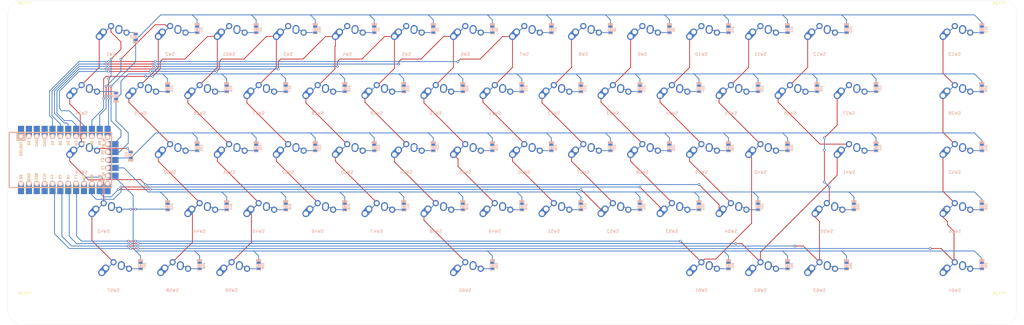
<source format=kicad_pcb>
(kicad_pcb (version 20171130) (host pcbnew "(5.1.10)-1")
  (layers (0 F.Cu signal) (31 B.Cu signal) (34 B.Paste user) (35 F.Paste user) (36 B.SilkS user) (37 F.SilkS user) (38 B.Mask user) (39 F.Mask user) (44 Edge.Cuts user))
  (net 0 "")
  (net 1 Row0)
  (net 2 "Net-(D1-Pad2)")
  (net 3 "Net-(D2-Pad2)")
  (net 4 "Net-(D3-Pad2)")
  (net 5 "Net-(D4-Pad2)")
  (net 6 "Net-(D5-Pad2)")
  (net 7 "Net-(D6-Pad2)")
  (net 8 "Net-(D7-Pad2)")
  (net 9 "Net-(D8-Pad2)")
  (net 10 "Net-(D10-Pad2)")
  (net 11 "Net-(D11-Pad2)")
  (net 12 "Net-(D12-Pad2)")
  (net 13 "Net-(D13-Pad2)")
  (net 14 Row1)
  (net 15 "Net-(D14-Pad2)")
  (net 16 "Net-(D15-Pad2)")
  (net 17 "Net-(D16-Pad2)")
  (net 18 "Net-(D17-Pad2)")
  (net 19 "Net-(D18-Pad2)")
  (net 20 "Net-(D19-Pad2)")
  (net 21 "Net-(D20-Pad2)")
  (net 22 "Net-(D21-Pad2)")
  (net 23 "Net-(D22-Pad2)")
  (net 24 "Net-(D23-Pad2)")
  (net 25 "Net-(D24-Pad2)")
  (net 26 "Net-(D25-Pad2)")
  (net 27 "Net-(D26-Pad2)")
  (net 28 "Net-(D27-Pad2)")
  (net 29 "Net-(D28-Pad2)")
  (net 30 Row2)
  (net 31 "Net-(D29-Pad2)")
  (net 32 "Net-(D30-Pad2)")
  (net 33 "Net-(D31-Pad2)")
  (net 34 "Net-(D32-Pad2)")
  (net 35 "Net-(D33-Pad2)")
  (net 36 "Net-(D34-Pad2)")
  (net 37 "Net-(D35-Pad2)")
  (net 38 "Net-(D36-Pad2)")
  (net 39 "Net-(D37-Pad2)")
  (net 40 "Net-(D38-Pad2)")
  (net 41 "Net-(D39-Pad2)")
  (net 42 "Net-(D40-Pad2)")
  (net 43 "Net-(D41-Pad2)")
  (net 44 "Net-(D42-Pad2)")
  (net 45 Row3)
  (net 46 "Net-(D43-Pad2)")
  (net 47 "Net-(D44-Pad2)")
  (net 48 "Net-(D45-Pad2)")
  (net 49 "Net-(D46-Pad2)")
  (net 50 "Net-(D47-Pad2)")
  (net 51 "Net-(D48-Pad2)")
  (net 52 "Net-(D49-Pad2)")
  (net 53 "Net-(D51-Pad2)")
  (net 54 "Net-(D52-Pad2)")
  (net 55 "Net-(D53-Pad2)")
  (net 56 "Net-(D54-Pad2)")
  (net 57 "Net-(D55-Pad2)")
  (net 58 "Net-(D56-Pad2)")
  (net 59 Row4)
  (net 60 "Net-(D57-Pad2)")
  (net 61 "Net-(D58-Pad2)")
  (net 62 "Net-(D59-Pad2)")
  (net 63 "Net-(D60-Pad2)")
  (net 64 "Net-(D61-Pad2)")
  (net 65 "Net-(D62-Pad2)")
  (net 66 "Net-(D63-Pad2)")
  (net 67 "Net-(D64-Pad2)")
  (net 68 Col0)
  (net 69 Col1)
  (net 70 Col2)
  (net 71 Col3)
  (net 72 Col4)
  (net 73 Col5)
  (net 74 Col6)
  (net 75 Col7)
  (net 76 Col8)
  (net 77 Col9)
  (net 78 Col10)
  (net 79 Col11)
  (net 80 Col12)
  (net 81 Col13)
  (net 82 "Net-(D9-Pad2)")
  (net 83 "Net-(D65-Pad2)")
  (net 84 "Net-(U1-Pad24)")
  (net 85 "Net-(U1-Pad23)")
  (net 86 "Net-(U1-Pad22)")
  (net 87 "Net-(U1-Pad21)")
  (net 88 "Net-(U1-Pad13)")
  (net 89 "Net-(U1-Pad4)")
  (net 90 "Net-(U1-Pad3)")
  (net 91 "Net-(U1-Pad2)")
  (net 92 "Net-(U1-Pad1)")
  (net 93 Col14)
  (module MountingHole:MountingHole_3.5mm (layer F.Cu) (at 335.75625 24.60625)
    (fp_text reference REF** (at 0 -4.5) (layer F.SilkS))
    (fp_text value MountingHole_3.5mm)
    (pad 1 np_thru_hole circle (at 0 0) (size 3.5 3.5) (drill 3.5) (layers *.Cu *.Mask))
  )
  (module MountingHole:MountingHole_3.5mm (layer F.Cu) (at 335.75625 118.26875)
    (fp_text reference REF** (at 0 -4.5) (layer F.SilkS))
    (fp_text value MountingHole_3.5mm)
    (pad 1 np_thru_hole circle (at 0 0) (size 3.5 3.5) (drill 3.5) (layers *.Cu *.Mask))
  )
  (module MountingHole:MountingHole_3.5mm (layer F.Cu) (at 21.43125 118.26875)
    (fp_text reference REF** (at 0 -4.5) (layer F.SilkS))
    (fp_text value MountingHole_3.5mm)
    (pad 1 np_thru_hole circle (at 0 0) (size 3.5 3.5) (drill 3.5) (layers *.Cu *.Mask))
  )
  (module MountingHole:MountingHole_3.5mm (layer F.Cu) (at 21.43125 24.60625)
    (fp_text reference REF** (at 0 -4.5) (layer F.SilkS))
    (fp_text value MountingHole_3.5mm)
    (pad 1 np_thru_hole circle (at 0 0) (size 3.5 3.5) (drill 3.5) (layers *.Cu *.Mask))
  )
  (module Keebio-Parts:MX-Alps-Choc-1U-NoLED (layer F.Cu) (at 46.83125 90.4875)
    (fp_text reference SW43 (at 0 3.175) (layer B.SilkS) (effects (justify mirror)))
    (fp_text value LShift)
    (pad "" np_thru_hole circle (at -5.22 4.2 48.1) (size 1.2 1.2) (drill 1.2) (layers *.Cu *.Mask))
    (pad "" np_thru_hole circle (at 5.5 0 48.1) (size 1.7 1.7) (drill 1.7) (layers *.Cu *.Mask))
    (pad "" np_thru_hole circle (at -5.5 0 48.1) (size 1.7 1.7) (drill 1.7) (layers *.Cu *.Mask))
    (pad 2 thru_hole circle (at 0 -5.9) (size 2 2) (drill 1.2) (layers *.Cu *.Mask) (net 68 Col0))
    (pad 1 thru_hole circle (at 5 -3.8) (size 2 2) (drill 1.2) (layers *.Cu *.Mask) (net 46 "Net-(D43-Pad2)"))
    (pad "" np_thru_hole circle (at 5.08 0 48.0996) (size 1.75 1.75) (drill 1.75) (layers *.Cu *.Mask))
    (pad "" np_thru_hole circle (at -5.08 0 48.0996) (size 1.75 1.75) (drill 1.75) (layers *.Cu *.Mask))
    (pad 2 thru_hole circle (at -2.5 -4) (size 2.25 2.25) (drill 1.47) (layers *.Cu *.Mask) (net 68 Col0))
    (pad "" np_thru_hole circle (at 0 0) (size 3.9878 3.9878) (drill 3.9878) (layers *.Cu *.Mask))
    (pad 2 thru_hole oval (at -3.81 -2.54 48.1) (size 4.211556 2.25) (drill 1.47 (offset 0.980778 0)) (layers *.Cu *.Mask) (net 68 Col0))
    (pad 1 thru_hole circle (at 2.54 -5.08) (size 2.25 2.25) (drill 1.47) (layers *.Cu *.Mask) (net 46 "Net-(D43-Pad2)"))
    (pad 1 thru_hole oval (at 2.5 -4.5 86.1) (size 2.831378 2.25) (drill 1.47 (offset 0.290689 0)) (layers *.Cu *.Mask) (net 46 "Net-(D43-Pad2)"))
  )
  (module Keebio-Parts:MX-Alps-Choc-1U-NoLED (layer F.Cu) (at 39.6875 52.3875)
    (fp_text reference SW14 (at 0 3.175) (layer B.SilkS) (effects (justify mirror)))
    (fp_text value Tab)
    (pad "" np_thru_hole circle (at -5.22 4.2 48.1) (size 1.2 1.2) (drill 1.2) (layers *.Cu *.Mask))
    (pad "" np_thru_hole circle (at 5.5 0 48.1) (size 1.7 1.7) (drill 1.7) (layers *.Cu *.Mask))
    (pad "" np_thru_hole circle (at -5.5 0 48.1) (size 1.7 1.7) (drill 1.7) (layers *.Cu *.Mask))
    (pad 2 thru_hole circle (at 0 -5.9) (size 2 2) (drill 1.2) (layers *.Cu *.Mask) (net 68 Col0))
    (pad 1 thru_hole circle (at 5 -3.8) (size 2 2) (drill 1.2) (layers *.Cu *.Mask) (net 15 "Net-(D14-Pad2)"))
    (pad "" np_thru_hole circle (at 5.08 0 48.0996) (size 1.75 1.75) (drill 1.75) (layers *.Cu *.Mask))
    (pad "" np_thru_hole circle (at -5.08 0 48.0996) (size 1.75 1.75) (drill 1.75) (layers *.Cu *.Mask))
    (pad 2 thru_hole circle (at -2.5 -4) (size 2.25 2.25) (drill 1.47) (layers *.Cu *.Mask) (net 68 Col0))
    (pad "" np_thru_hole circle (at 0 0) (size 3.9878 3.9878) (drill 3.9878) (layers *.Cu *.Mask))
    (pad 2 thru_hole oval (at -3.81 -2.54 48.1) (size 4.211556 2.25) (drill 1.47 (offset 0.980778 0)) (layers *.Cu *.Mask) (net 68 Col0))
    (pad 1 thru_hole circle (at 2.54 -5.08) (size 2.25 2.25) (drill 1.47) (layers *.Cu *.Mask) (net 15 "Net-(D14-Pad2)"))
    (pad 1 thru_hole oval (at 2.5 -4.5 86.1) (size 2.831378 2.25) (drill 1.47 (offset 0.290689 0)) (layers *.Cu *.Mask) (net 15 "Net-(D14-Pad2)"))
  )
  (module Keebio-Parts:MX-Alps-Choc-1U-NoLED (layer F.Cu) (at 49.2125 33.3375)
    (fp_text reference SW1 (at 0 3.175) (layer B.SilkS) (effects (justify mirror)))
    (fp_text value `)
    (pad "" np_thru_hole circle (at -5.22 4.2 48.1) (size 1.2 1.2) (drill 1.2) (layers *.Cu *.Mask))
    (pad "" np_thru_hole circle (at 5.5 0 48.1) (size 1.7 1.7) (drill 1.7) (layers *.Cu *.Mask))
    (pad "" np_thru_hole circle (at -5.5 0 48.1) (size 1.7 1.7) (drill 1.7) (layers *.Cu *.Mask))
    (pad 2 thru_hole circle (at 0 -5.9) (size 2 2) (drill 1.2) (layers *.Cu *.Mask) (net 68 Col0))
    (pad 1 thru_hole circle (at 5 -3.8) (size 2 2) (drill 1.2) (layers *.Cu *.Mask) (net 2 "Net-(D1-Pad2)"))
    (pad "" np_thru_hole circle (at 5.08 0 48.0996) (size 1.75 1.75) (drill 1.75) (layers *.Cu *.Mask))
    (pad "" np_thru_hole circle (at -5.08 0 48.0996) (size 1.75 1.75) (drill 1.75) (layers *.Cu *.Mask))
    (pad 2 thru_hole circle (at -2.5 -4) (size 2.25 2.25) (drill 1.47) (layers *.Cu *.Mask) (net 68 Col0))
    (pad "" np_thru_hole circle (at 0 0) (size 3.9878 3.9878) (drill 3.9878) (layers *.Cu *.Mask))
    (pad 2 thru_hole oval (at -3.81 -2.54 48.1) (size 4.211556 2.25) (drill 1.47 (offset 0.980778 0)) (layers *.Cu *.Mask) (net 68 Col0))
    (pad 1 thru_hole circle (at 2.54 -5.08) (size 2.25 2.25) (drill 1.47) (layers *.Cu *.Mask) (net 2 "Net-(D1-Pad2)"))
    (pad 1 thru_hole oval (at 2.5 -4.5 86.1) (size 2.831378 2.25) (drill 1.47 (offset 0.290689 0)) (layers *.Cu *.Mask) (net 2 "Net-(D1-Pad2)"))
  )
  (module Keebio-Parts:MX-Alps-Choc-1U-NoLED (layer F.Cu) (at 106.3625 33.3375)
    (fp_text reference SW3 (at 0 3.175) (layer B.SilkS) (effects (justify mirror)))
    (fp_text value 3)
    (pad "" np_thru_hole circle (at -5.22 4.2 48.1) (size 1.2 1.2) (drill 1.2) (layers *.Cu *.Mask))
    (pad "" np_thru_hole circle (at 5.5 0 48.1) (size 1.7 1.7) (drill 1.7) (layers *.Cu *.Mask))
    (pad "" np_thru_hole circle (at -5.5 0 48.1) (size 1.7 1.7) (drill 1.7) (layers *.Cu *.Mask))
    (pad 2 thru_hole circle (at 0 -5.9) (size 2 2) (drill 1.2) (layers *.Cu *.Mask) (net 71 Col3))
    (pad 1 thru_hole circle (at 5 -3.8) (size 2 2) (drill 1.2) (layers *.Cu *.Mask) (net 83 "Net-(D65-Pad2)"))
    (pad "" np_thru_hole circle (at 5.08 0 48.0996) (size 1.75 1.75) (drill 1.75) (layers *.Cu *.Mask))
    (pad "" np_thru_hole circle (at -5.08 0 48.0996) (size 1.75 1.75) (drill 1.75) (layers *.Cu *.Mask))
    (pad 2 thru_hole circle (at -2.5 -4) (size 2.25 2.25) (drill 1.47) (layers *.Cu *.Mask) (net 71 Col3))
    (pad "" np_thru_hole circle (at 0 0) (size 3.9878 3.9878) (drill 3.9878) (layers *.Cu *.Mask))
    (pad 2 thru_hole oval (at -3.81 -2.54 48.1) (size 4.211556 2.25) (drill 1.47 (offset 0.980778 0)) (layers *.Cu *.Mask) (net 71 Col3))
    (pad 1 thru_hole circle (at 2.54 -5.08) (size 2.25 2.25) (drill 1.47) (layers *.Cu *.Mask) (net 83 "Net-(D65-Pad2)"))
    (pad 1 thru_hole oval (at 2.5 -4.5 86.1) (size 2.831378 2.25) (drill 1.47 (offset 0.290689 0)) (layers *.Cu *.Mask) (net 83 "Net-(D65-Pad2)"))
  )
  (module Keebio-Parts:MX-Alps-Choc-1U-NoLED (layer F.Cu) (at 87.3125 33.3375)
    (fp_text reference SW65 (at 0 3.175) (layer B.SilkS) (effects (justify mirror)))
    (fp_text value 2)
    (pad "" np_thru_hole circle (at -5.22 4.2 48.1) (size 1.2 1.2) (drill 1.2) (layers *.Cu *.Mask))
    (pad "" np_thru_hole circle (at 5.5 0 48.1) (size 1.7 1.7) (drill 1.7) (layers *.Cu *.Mask))
    (pad "" np_thru_hole circle (at -5.5 0 48.1) (size 1.7 1.7) (drill 1.7) (layers *.Cu *.Mask))
    (pad 2 thru_hole circle (at 0 -5.9) (size 2 2) (drill 1.2) (layers *.Cu *.Mask) (net 70 Col2))
    (pad 1 thru_hole circle (at 5 -3.8) (size 2 2) (drill 1.2) (layers *.Cu *.Mask) (net 4 "Net-(D3-Pad2)"))
    (pad "" np_thru_hole circle (at 5.08 0 48.0996) (size 1.75 1.75) (drill 1.75) (layers *.Cu *.Mask))
    (pad "" np_thru_hole circle (at -5.08 0 48.0996) (size 1.75 1.75) (drill 1.75) (layers *.Cu *.Mask))
    (pad 2 thru_hole circle (at -2.5 -4) (size 2.25 2.25) (drill 1.47) (layers *.Cu *.Mask) (net 70 Col2))
    (pad "" np_thru_hole circle (at 0 0) (size 3.9878 3.9878) (drill 3.9878) (layers *.Cu *.Mask))
    (pad 2 thru_hole oval (at -3.81 -2.54 48.1) (size 4.211556 2.25) (drill 1.47 (offset 0.980778 0)) (layers *.Cu *.Mask) (net 70 Col2))
    (pad 1 thru_hole circle (at 2.54 -5.08) (size 2.25 2.25) (drill 1.47) (layers *.Cu *.Mask) (net 4 "Net-(D3-Pad2)"))
    (pad 1 thru_hole oval (at 2.5 -4.5 86.1) (size 2.831378 2.25) (drill 1.47 (offset 0.290689 0)) (layers *.Cu *.Mask) (net 4 "Net-(D3-Pad2)"))
  )
  (module Keebio-Parts:Elite-C-castellated-29pin-holes (layer B.Cu) (at 34.13125 70.64375)
    (fp_text reference U1 hide)
    (fp_text value Elite-C hide)
    (fp_text user D2 (at -11.43 -5.461 -90) (layer F.SilkS) (effects (font (size 0.8 0.8))))
    (fp_text user D0 (at -1.27 -5.461 -90) (layer F.SilkS) (effects (font (size 0.8 0.8))))
    (fp_text user D1 (at -3.81 -5.461 -90) (layer F.SilkS) (effects (font (size 0.8 0.8))))
    (fp_text user GND (at -6.35 -5.461 -90) (layer F.SilkS) (effects (font (size 0.8 0.8))))
    (fp_text user GND (at -8.89 -5.461 -90) (layer F.SilkS) (effects (font (size 0.8 0.8))))
    (fp_text user D4 (at 1.27 -5.461 -90) (layer F.SilkS) (effects (font (size 0.8 0.8))))
    (fp_text user C6 (at 3.81 -5.461 -90) (layer F.SilkS) (effects (font (size 0.8 0.8))))
    (fp_text user D7 (at 6.35 -5.461 -90) (layer F.SilkS) (effects (font (size 0.8 0.8))))
    (fp_text user E6 (at 8.89 -5.461 -90) (layer F.SilkS) (effects (font (size 0.8 0.8))))
    (fp_text user B4 (at 11.43 -5.461 -90) (layer F.SilkS) (effects (font (size 0.8 0.8))))
    (fp_text user B5 (at 12.7 -6.4 -45) (layer F.SilkS) (effects (font (size 0.7 0.7))))
    (fp_text user B2 (at 11.43 5.461 -90) (layer B.SilkS) (effects (font (size 0.8 0.8)) (justify mirror)))
    (fp_text user B3 (at 8.89 5.461 -90) (layer F.SilkS) (effects (font (size 0.8 0.8))))
    (fp_text user B1 (at 6.35 5.461 -90) (layer F.SilkS) (effects (font (size 0.8 0.8))))
    (fp_text user F7 (at 3.81 5.461 -90) (layer B.SilkS) (effects (font (size 0.8 0.8)) (justify mirror)))
    (fp_text user F6 (at 1.27 5.461 -90) (layer B.SilkS) (effects (font (size 0.8 0.8)) (justify mirror)))
    (fp_text user F5 (at -1.27 5.461 -90) (layer B.SilkS) (effects (font (size 0.8 0.8)) (justify mirror)))
    (fp_text user F4 (at -3.81 5.461 -90) (layer F.SilkS) (effects (font (size 0.8 0.8))))
    (fp_text user VCC (at -6.35 5.461 -90) (layer F.SilkS) (effects (font (size 0.8 0.8))))
    (fp_text user GND (at -11.43 5.461 -90) (layer F.SilkS) (effects (font (size 0.8 0.8))))
    (fp_text user B0 (at -13.97 5.461 -90) (layer F.SilkS) (effects (font (size 0.8 0.8))))
    (fp_text user B0 (at -13.97 5.461 -90) (layer B.SilkS) (effects (font (size 0.8 0.8)) (justify mirror)))
    (fp_text user GND (at -11.43 5.461 -90) (layer B.SilkS) (effects (font (size 0.8 0.8)) (justify mirror)))
    (fp_text user ST (at -8.92 5.73312 -90) (layer B.SilkS) (effects (font (size 0.8 0.8)) (justify mirror)))
    (fp_text user VCC (at -6.35 5.461 -90) (layer B.SilkS) (effects (font (size 0.8 0.8)) (justify mirror)))
    (fp_text user F4 (at -3.81 5.461 -90) (layer B.SilkS) (effects (font (size 0.8 0.8)) (justify mirror)))
    (fp_text user F5 (at -1.27 5.461 -90) (layer F.SilkS) (effects (font (size 0.8 0.8))))
    (fp_text user F6 (at 1.27 5.461 -90) (layer F.SilkS) (effects (font (size 0.8 0.8))))
    (fp_text user F7 (at 3.81 5.461 -90) (layer F.SilkS) (effects (font (size 0.8 0.8))))
    (fp_text user B1 (at 6.35 5.461 -90) (layer B.SilkS) (effects (font (size 0.8 0.8)) (justify mirror)))
    (fp_text user B3 (at 8.89 5.461 -90) (layer B.SilkS) (effects (font (size 0.8 0.8)) (justify mirror)))
    (fp_text user B2 (at 11.43 5.461 -90) (layer F.SilkS) (effects (font (size 0.8 0.8))))
    (fp_text user B5 (at 12.7 -6.4 -45) (layer B.SilkS) (effects (font (size 0.7 0.7)) (justify mirror)))
    (fp_text user B4 (at 11.43 -5.461 -90) (layer B.SilkS) (effects (font (size 0.8 0.8)) (justify mirror)))
    (fp_text user E6 (at 8.89 -5.461 -90) (layer B.SilkS) (effects (font (size 0.8 0.8)) (justify mirror)))
    (fp_text user D7 (at 6.35 -5.461 -90) (layer B.SilkS) (effects (font (size 0.8 0.8)) (justify mirror)))
    (fp_text user C6 (at 3.81 -5.461 -90) (layer B.SilkS) (effects (font (size 0.8 0.8)) (justify mirror)))
    (fp_text user D4 (at 1.27 -5.461 -90) (layer B.SilkS) (effects (font (size 0.8 0.8)) (justify mirror)))
    (fp_text user GND (at -8.89 -5.461 -90) (layer B.SilkS) (effects (font (size 0.8 0.8)) (justify mirror)))
    (fp_text user GND (at -6.35 -5.461 -90) (layer B.SilkS) (effects (font (size 0.8 0.8)) (justify mirror)))
    (fp_text user D1 (at -3.81 -5.461 -90) (layer B.SilkS) (effects (font (size 0.8 0.8)) (justify mirror)))
    (fp_text user D0 (at -1.27 -5.461 -90) (layer B.SilkS) (effects (font (size 0.8 0.8)) (justify mirror)))
    (fp_text user D2 (at -11.43 -5.461 -90) (layer B.SilkS) (effects (font (size 0.8 0.8)) (justify mirror)))
    (fp_text user TX0/D3 (at -13.97 -3.571872 -90) (layer F.SilkS) (effects (font (size 0.8 0.8))))
    (fp_text user TX0/D3 (at -13.97 -3.571872 -90) (layer B.SilkS) (effects (font (size 0.8 0.8)) (justify mirror)))
    (fp_text user ST (at -8.91 5.04 -90) (layer F.SilkS) (effects (font (size 0.8 0.8))))
    (fp_text user B7 (at 12.6 -4.5 -90) (layer B.SilkS) (effects (font (size 0.7 0.7)) (justify mirror)))
    (fp_text user B7 (at 12.6 -4.5 -90) (layer F.SilkS) (effects (font (size 0.7 0.7))))
    (fp_text user F0 (at 12.6 4.5 -90) (layer F.SilkS) (effects (font (size 0.7 0.7))))
    (fp_text user F0 (at 12.6 4.5 -90) (layer B.SilkS) (effects (font (size 0.7 0.7)) (justify mirror)))
    (fp_text user B6 (at 12.7 6.4 -135 unlocked) (layer B.SilkS) (effects (font (size 0.7 0.7)) (justify mirror)))
    (fp_text user B6 (at 12.7 6.4 -135 unlocked) (layer F.SilkS) (effects (font (size 0.7 0.7))))
    (fp_text user C7 (at 12.4 0 -90) (layer B.SilkS) (effects (font (size 0.8 0.8)) (justify mirror)))
    (fp_text user C7 (at 12.4 0 -90) (layer F.SilkS) (effects (font (size 0.8 0.8))))
    (fp_text user F1 (at 12.4 2.54 -90) (layer F.SilkS) (effects (font (size 0.8 0.8))))
    (fp_text user F1 (at 12.4 2.54 -90) (layer B.SilkS) (effects (font (size 0.8 0.8)) (justify mirror)))
    (fp_text user D5 (at 12.4 -2.54 -90) (layer B.SilkS) (effects (font (size 0.8 0.8)) (justify mirror)))
    (fp_text user D5 (at 12.4 -2.54 -90) (layer F.SilkS) (effects (font (size 0.8 0.8))))
    (pad 29 smd rect (at 15.875 5.08 270) (size 2 3.25) (layers B.Cu B.Paste B.Mask) (net 59 Row4))
    (pad 28 smd rect (at 15.875 2.54 270) (size 2 3.25) (layers B.Cu B.Paste B.Mask) (net 45 Row3))
    (pad 27 smd rect (at 15.875 0 270) (size 2 3.25) (layers B.Cu B.Paste B.Mask) (net 30 Row2))
    (pad 26 smd rect (at 15.875 -2.54 270) (size 2 3.25) (layers B.Cu B.Paste B.Mask) (net 14 Row1))
    (pad 25 smd rect (at 15.875 -5.08 270) (size 2 3.25) (layers B.Cu B.Paste B.Mask) (net 1 Row0))
    (pad 24 smd rect (at -13.97 9.398) (size 2 3.25) (layers B.Cu B.Paste B.Mask) (net 84 "Net-(U1-Pad24)"))
    (pad 23 smd rect (at -11.43 9.398) (size 2 3.25) (layers B.Cu B.Paste B.Mask) (net 85 "Net-(U1-Pad23)"))
    (pad 22 smd rect (at -8.89 9.398) (size 2 3.25) (layers B.Cu B.Paste B.Mask) (net 86 "Net-(U1-Pad22)"))
    (pad 21 smd rect (at -6.35 9.398) (size 2 3.25) (layers B.Cu B.Paste B.Mask) (net 87 "Net-(U1-Pad21)"))
    (pad 20 smd rect (at -3.81 9.398) (size 2 3.25) (layers B.Cu B.Paste B.Mask) (net 93 Col14))
    (pad 19 smd rect (at -1.27 9.398) (size 2 3.25) (layers B.Cu B.Paste B.Mask) (net 81 Col13))
    (pad 18 smd rect (at 1.27 9.398) (size 2 3.25) (layers B.Cu B.Paste B.Mask) (net 80 Col12))
    (pad 17 smd rect (at 3.81 9.398) (size 2 3.25) (layers B.Cu B.Paste B.Mask) (net 79 Col11))
    (pad 16 smd rect (at 6.35 9.398) (size 2 3.25) (layers B.Cu B.Paste B.Mask) (net 78 Col10))
    (pad 15 smd rect (at 8.89 9.398) (size 2 3.25) (layers B.Cu B.Paste B.Mask) (net 77 Col9))
    (pad 14 smd rect (at 11.43 9.398) (size 2 3.25) (layers B.Cu B.Paste B.Mask) (net 76 Col8))
    (pad 13 smd rect (at 13.97 9.398) (size 2 3.25) (layers B.Cu B.Paste B.Mask) (net 88 "Net-(U1-Pad13)"))
    (pad 12 smd rect (at 13.97 -9.398) (size 2 3.25) (layers B.Cu B.Paste B.Mask) (net 68 Col0))
    (pad 11 smd rect (at 11.43 -9.398) (size 2 3.25) (layers B.Cu B.Paste B.Mask) (net 69 Col1))
    (pad 10 smd rect (at 8.89 -9.398) (size 2 3.25) (layers B.Cu B.Paste B.Mask) (net 70 Col2))
    (pad 9 smd rect (at 6.35 -9.398) (size 2 3.25) (layers B.Cu B.Paste B.Mask) (net 71 Col3))
    (pad 8 smd rect (at 3.81 -9.398) (size 2 3.25) (layers B.Cu B.Paste B.Mask) (net 72 Col4))
    (pad 7 smd rect (at 1.27 -9.398) (size 2 3.25) (layers B.Cu B.Paste B.Mask) (net 73 Col5))
    (pad 6 smd rect (at -1.27 -9.398) (size 2 3.25) (layers B.Cu B.Paste B.Mask) (net 74 Col6))
    (pad 5 smd rect (at -3.81 -9.398) (size 2 3.25) (layers B.Cu B.Paste B.Mask) (net 75 Col7))
    (pad 4 smd rect (at -6.35 -9.398) (size 2 3.25) (layers B.Cu B.Paste B.Mask) (net 89 "Net-(U1-Pad4)"))
    (pad 3 smd rect (at -8.89 -9.398) (size 2 3.25) (layers B.Cu B.Paste B.Mask) (net 90 "Net-(U1-Pad3)"))
    (pad 2 smd rect (at -11.43 -9.398) (size 2 3.25) (layers B.Cu B.Paste B.Mask) (net 91 "Net-(U1-Pad2)"))
    (pad 1 smd rect (at -13.97 -9.398) (size 2 3.25) (layers B.Cu B.Paste B.Mask) (net 92 "Net-(U1-Pad1)"))
    (pad 25 thru_hole circle (at 13.97 -5.08) (size 1.7526 1.7526) (drill 1.0922) (layers *.Cu *.SilkS *.Mask) (net 1 Row0))
    (pad 26 thru_hole circle (at 13.97 -2.54) (size 1.7526 1.7526) (drill 1.0922) (layers *.Cu *.SilkS *.Mask) (net 14 Row1))
    (pad 27 thru_hole circle (at 13.97 0) (size 1.7526 1.7526) (drill 1.0922) (layers *.Cu *.SilkS *.Mask) (net 30 Row2))
    (pad 28 thru_hole circle (at 13.97 2.54) (size 1.7526 1.7526) (drill 1.0922) (layers *.Cu *.SilkS *.Mask) (net 45 Row3))
    (pad 29 thru_hole circle (at 13.97 5.08) (size 1.7526 1.7526) (drill 1.0922) (layers *.Cu *.SilkS *.Mask) (net 59 Row4))
    (pad 24 thru_hole circle (at -13.97 7.62) (size 1.7526 1.7526) (drill 1.0922) (layers *.Cu *.SilkS *.Mask) (net 84 "Net-(U1-Pad24)"))
    (pad 12 thru_hole circle (at 13.97 -7.3914) (size 1.7526 1.7526) (drill 1.0922) (layers *.Cu *.SilkS *.Mask) (net 68 Col0))
    (pad 23 thru_hole circle (at -11.43 7.62) (size 1.7526 1.7526) (drill 1.0922) (layers *.Cu *.SilkS *.Mask) (net 85 "Net-(U1-Pad23)"))
    (pad 22 thru_hole circle (at -8.89 7.62) (size 1.7526 1.7526) (drill 1.0922) (layers *.Cu *.SilkS *.Mask) (net 86 "Net-(U1-Pad22)"))
    (pad 21 thru_hole circle (at -6.35 7.62) (size 1.7526 1.7526) (drill 1.0922) (layers *.Cu *.SilkS *.Mask) (net 87 "Net-(U1-Pad21)"))
    (pad 20 thru_hole circle (at -3.81 7.62) (size 1.7526 1.7526) (drill 1.0922) (layers *.Cu *.SilkS *.Mask) (net 93 Col14))
    (pad 19 thru_hole circle (at -1.27 7.62) (size 1.7526 1.7526) (drill 1.0922) (layers *.Cu *.SilkS *.Mask) (net 81 Col13))
    (pad 18 thru_hole circle (at 1.27 7.62) (size 1.7526 1.7526) (drill 1.0922) (layers *.Cu *.SilkS *.Mask) (net 80 Col12))
    (pad 17 thru_hole circle (at 3.81 7.62) (size 1.7526 1.7526) (drill 1.0922) (layers *.Cu *.SilkS *.Mask) (net 79 Col11))
    (pad 16 thru_hole circle (at 6.35 7.62) (size 1.7526 1.7526) (drill 1.0922) (layers *.Cu *.SilkS *.Mask) (net 78 Col10))
    (pad 15 thru_hole circle (at 8.89 7.62) (size 1.7526 1.7526) (drill 1.0922) (layers *.Cu *.SilkS *.Mask) (net 77 Col9))
    (pad 14 thru_hole circle (at 11.43 7.62) (size 1.7526 1.7526) (drill 1.0922) (layers *.Cu *.SilkS *.Mask) (net 76 Col8))
    (pad 13 thru_hole circle (at 13.97 7.62) (size 1.7526 1.7526) (drill 1.0922) (layers *.Cu *.SilkS *.Mask) (net 88 "Net-(U1-Pad13)"))
    (pad 11 thru_hole circle (at 11.43 -7.62) (size 1.7526 1.7526) (drill 1.0922) (layers *.Cu *.SilkS *.Mask) (net 69 Col1))
    (pad 10 thru_hole circle (at 8.89 -7.62) (size 1.7526 1.7526) (drill 1.0922) (layers *.Cu *.SilkS *.Mask) (net 70 Col2))
    (pad 9 thru_hole circle (at 6.35 -7.62) (size 1.7526 1.7526) (drill 1.0922) (layers *.Cu *.SilkS *.Mask) (net 71 Col3))
    (pad 8 thru_hole circle (at 3.81 -7.62) (size 1.7526 1.7526) (drill 1.0922) (layers *.Cu *.SilkS *.Mask) (net 72 Col4))
    (pad 7 thru_hole circle (at 1.27 -7.62) (size 1.7526 1.7526) (drill 1.0922) (layers *.Cu *.SilkS *.Mask) (net 73 Col5))
    (pad 6 thru_hole circle (at -1.27 -7.62) (size 1.7526 1.7526) (drill 1.0922) (layers *.Cu *.SilkS *.Mask) (net 74 Col6))
    (pad 5 thru_hole circle (at -3.81 -7.62) (size 1.7526 1.7526) (drill 1.0922) (layers *.Cu *.SilkS *.Mask) (net 75 Col7))
    (pad 4 thru_hole circle (at -6.35 -7.62) (size 1.7526 1.7526) (drill 1.0922) (layers *.Cu *.SilkS *.Mask) (net 89 "Net-(U1-Pad4)"))
    (pad 3 thru_hole circle (at -8.89 -7.62) (size 1.7526 1.7526) (drill 1.0922) (layers *.Cu *.SilkS *.Mask) (net 90 "Net-(U1-Pad3)"))
    (pad 2 thru_hole circle (at -11.43 -7.62) (size 1.7526 1.7526) (drill 1.0922) (layers *.Cu *.SilkS *.Mask) (net 91 "Net-(U1-Pad2)"))
    (pad 1 thru_hole rect (at -13.97 -7.62) (size 1.7526 1.7526) (drill 1.0922) (layers *.Cu *.SilkS *.Mask) (net 92 "Net-(U1-Pad1)"))
  )
  (module Keebio-Parts:MX-Alps-Choc-1U-NoLED (layer F.Cu) (at 39.6875 71.4375)
    (fp_text reference SW29 (at 0 3.175) (layer B.SilkS) (effects (justify mirror)))
    (fp_text value Hyper)
    (pad "" np_thru_hole circle (at -5.22 4.2 48.1) (size 1.2 1.2) (drill 1.2) (layers *.Cu *.Mask))
    (pad "" np_thru_hole circle (at 5.5 0 48.1) (size 1.7 1.7) (drill 1.7) (layers *.Cu *.Mask))
    (pad "" np_thru_hole circle (at -5.5 0 48.1) (size 1.7 1.7) (drill 1.7) (layers *.Cu *.Mask))
    (pad 2 thru_hole circle (at 0 -5.9) (size 2 2) (drill 1.2) (layers *.Cu *.Mask) (net 68 Col0))
    (pad 1 thru_hole circle (at 5 -3.8) (size 2 2) (drill 1.2) (layers *.Cu *.Mask) (net 31 "Net-(D29-Pad2)"))
    (pad "" np_thru_hole circle (at 5.08 0 48.0996) (size 1.75 1.75) (drill 1.75) (layers *.Cu *.Mask))
    (pad "" np_thru_hole circle (at -5.08 0 48.0996) (size 1.75 1.75) (drill 1.75) (layers *.Cu *.Mask))
    (pad 2 thru_hole circle (at -2.5 -4) (size 2.25 2.25) (drill 1.47) (layers *.Cu *.Mask) (net 68 Col0))
    (pad "" np_thru_hole circle (at 0 0) (size 3.9878 3.9878) (drill 3.9878) (layers *.Cu *.Mask))
    (pad 2 thru_hole oval (at -3.81 -2.54 48.1) (size 4.211556 2.25) (drill 1.47 (offset 0.980778 0)) (layers *.Cu *.Mask) (net 68 Col0))
    (pad 1 thru_hole circle (at 2.54 -5.08) (size 2.25 2.25) (drill 1.47) (layers *.Cu *.Mask) (net 31 "Net-(D29-Pad2)"))
    (pad 1 thru_hole oval (at 2.5 -4.5 86.1) (size 2.831378 2.25) (drill 1.47 (offset 0.290689 0)) (layers *.Cu *.Mask) (net 31 "Net-(D29-Pad2)"))
  )
  (module Keebio-Parts:MX-Alps-Choc-1U-NoLED (layer F.Cu) (at 280.19375 90.4875)
    (fp_text reference SW55 (at 0 3.175) (layer B.SilkS) (effects (justify mirror)))
    (fp_text value Enter)
    (pad "" np_thru_hole circle (at -5.22 4.2 48.1) (size 1.2 1.2) (drill 1.2) (layers *.Cu *.Mask))
    (pad "" np_thru_hole circle (at 5.5 0 48.1) (size 1.7 1.7) (drill 1.7) (layers *.Cu *.Mask))
    (pad "" np_thru_hole circle (at -5.5 0 48.1) (size 1.7 1.7) (drill 1.7) (layers *.Cu *.Mask))
    (pad 2 thru_hole circle (at 0 -5.9) (size 2 2) (drill 1.2) (layers *.Cu *.Mask) (net 81 Col13))
    (pad 1 thru_hole circle (at 5 -3.8) (size 2 2) (drill 1.2) (layers *.Cu *.Mask) (net 57 "Net-(D55-Pad2)"))
    (pad "" np_thru_hole circle (at 5.08 0 48.0996) (size 1.75 1.75) (drill 1.75) (layers *.Cu *.Mask))
    (pad "" np_thru_hole circle (at -5.08 0 48.0996) (size 1.75 1.75) (drill 1.75) (layers *.Cu *.Mask))
    (pad 2 thru_hole circle (at -2.5 -4) (size 2.25 2.25) (drill 1.47) (layers *.Cu *.Mask) (net 81 Col13))
    (pad "" np_thru_hole circle (at 0 0) (size 3.9878 3.9878) (drill 3.9878) (layers *.Cu *.Mask))
    (pad 2 thru_hole oval (at -3.81 -2.54 48.1) (size 4.211556 2.25) (drill 1.47 (offset 0.980778 0)) (layers *.Cu *.Mask) (net 81 Col13))
    (pad 1 thru_hole circle (at 2.54 -5.08) (size 2.25 2.25) (drill 1.47) (layers *.Cu *.Mask) (net 57 "Net-(D55-Pad2)"))
    (pad 1 thru_hole oval (at 2.5 -4.5 86.1) (size 2.831378 2.25) (drill 1.47 (offset 0.290689 0)) (layers *.Cu *.Mask) (net 57 "Net-(D55-Pad2)"))
  )
  (module Keebio-Parts:MX-Alps-Choc-1U-NoLED (layer F.Cu) (at 287.3375 71.4375)
    (fp_text reference SW41 (at 0 3.175) (layer B.SilkS) (effects (justify mirror)))
    (fp_text value Backspace)
    (pad "" np_thru_hole circle (at -5.22 4.2 48.1) (size 1.2 1.2) (drill 1.2) (layers *.Cu *.Mask))
    (pad "" np_thru_hole circle (at 5.5 0 48.1) (size 1.7 1.7) (drill 1.7) (layers *.Cu *.Mask))
    (pad "" np_thru_hole circle (at -5.5 0 48.1) (size 1.7 1.7) (drill 1.7) (layers *.Cu *.Mask))
    (pad 2 thru_hole circle (at 0 -5.9) (size 2 2) (drill 1.2) (layers *.Cu *.Mask) (net 80 Col12))
    (pad 1 thru_hole circle (at 5 -3.8) (size 2 2) (drill 1.2) (layers *.Cu *.Mask) (net 43 "Net-(D41-Pad2)"))
    (pad "" np_thru_hole circle (at 5.08 0 48.0996) (size 1.75 1.75) (drill 1.75) (layers *.Cu *.Mask))
    (pad "" np_thru_hole circle (at -5.08 0 48.0996) (size 1.75 1.75) (drill 1.75) (layers *.Cu *.Mask))
    (pad 2 thru_hole circle (at -2.5 -4) (size 2.25 2.25) (drill 1.47) (layers *.Cu *.Mask) (net 80 Col12))
    (pad "" np_thru_hole circle (at 0 0) (size 3.9878 3.9878) (drill 3.9878) (layers *.Cu *.Mask))
    (pad 2 thru_hole oval (at -3.81 -2.54 48.1) (size 4.211556 2.25) (drill 1.47 (offset 0.980778 0)) (layers *.Cu *.Mask) (net 80 Col12))
    (pad 1 thru_hole circle (at 2.54 -5.08) (size 2.25 2.25) (drill 1.47) (layers *.Cu *.Mask) (net 43 "Net-(D41-Pad2)"))
    (pad 1 thru_hole oval (at 2.5 -4.5 86.1) (size 2.831378 2.25) (drill 1.47 (offset 0.290689 0)) (layers *.Cu *.Mask) (net 43 "Net-(D41-Pad2)"))
  )
  (module Keebio-Parts:D_0805 (layer B.Cu) (at 115.09375 28.575 270)
    (fp_text reference D65 (at 0 -1.4 90) (layer B.SilkS) (effects (font (size 0.7 0.7)) (justify mirror)))
    (fp_text value D hide)
    (pad 1 smd rect (at -0.95 0 270) (size 0.7 1.3) (layers B.Cu B.Paste B.Mask) (net 1 Row0))
    (pad 2 smd rect (at 0.95 0 270) (size 0.7 1.3) (layers B.Cu B.Paste B.Mask) (net 83 "Net-(D65-Pad2)"))
  )
  (module Keebio-Parts:MX-Alps-Choc-1U-NoLED (layer F.Cu) (at 321.46875 109.5375)
    (fp_text reference SW64 (at 0 3.175) (layer B.SilkS) (effects (justify mirror)))
    (fp_text value Print)
    (pad "" np_thru_hole circle (at -5.22 4.2 48.1) (size 1.2 1.2) (drill 1.2) (layers *.Cu *.Mask))
    (pad "" np_thru_hole circle (at 5.5 0 48.1) (size 1.7 1.7) (drill 1.7) (layers *.Cu *.Mask))
    (pad "" np_thru_hole circle (at -5.5 0 48.1) (size 1.7 1.7) (drill 1.7) (layers *.Cu *.Mask))
    (pad 2 thru_hole circle (at 0 -5.9) (size 2 2) (drill 1.2) (layers *.Cu *.Mask) (net 93 Col14))
    (pad 1 thru_hole circle (at 5 -3.8) (size 2 2) (drill 1.2) (layers *.Cu *.Mask) (net 67 "Net-(D64-Pad2)"))
    (pad "" np_thru_hole circle (at 5.08 0 48.0996) (size 1.75 1.75) (drill 1.75) (layers *.Cu *.Mask))
    (pad "" np_thru_hole circle (at -5.08 0 48.0996) (size 1.75 1.75) (drill 1.75) (layers *.Cu *.Mask))
    (pad 2 thru_hole circle (at -2.5 -4) (size 2.25 2.25) (drill 1.47) (layers *.Cu *.Mask) (net 93 Col14))
    (pad "" np_thru_hole circle (at 0 0) (size 3.9878 3.9878) (drill 3.9878) (layers *.Cu *.Mask))
    (pad 2 thru_hole oval (at -3.81 -2.54 48.1) (size 4.211556 2.25) (drill 1.47 (offset 0.980778 0)) (layers *.Cu *.Mask) (net 93 Col14))
    (pad 1 thru_hole circle (at 2.54 -5.08) (size 2.25 2.25) (drill 1.47) (layers *.Cu *.Mask) (net 67 "Net-(D64-Pad2)"))
    (pad 1 thru_hole oval (at 2.5 -4.5 86.1) (size 2.831378 2.25) (drill 1.47 (offset 0.290689 0)) (layers *.Cu *.Mask) (net 67 "Net-(D64-Pad2)"))
  )
  (module Keebio-Parts:MX-Alps-Choc-1U-NoLED (layer F.Cu) (at 277.8125 109.5375)
    (fp_text reference SW63 (at 0 3.175) (layer B.SilkS) (effects (justify mirror)))
    (fp_text value RCtrl)
    (pad "" np_thru_hole circle (at -5.22 4.2 48.1) (size 1.2 1.2) (drill 1.2) (layers *.Cu *.Mask))
    (pad "" np_thru_hole circle (at 5.5 0 48.1) (size 1.7 1.7) (drill 1.7) (layers *.Cu *.Mask))
    (pad "" np_thru_hole circle (at -5.5 0 48.1) (size 1.7 1.7) (drill 1.7) (layers *.Cu *.Mask))
    (pad 2 thru_hole circle (at 0 -5.9) (size 2 2) (drill 1.2) (layers *.Cu *.Mask) (net 81 Col13))
    (pad 1 thru_hole circle (at 5 -3.8) (size 2 2) (drill 1.2) (layers *.Cu *.Mask) (net 66 "Net-(D63-Pad2)"))
    (pad "" np_thru_hole circle (at 5.08 0 48.0996) (size 1.75 1.75) (drill 1.75) (layers *.Cu *.Mask))
    (pad "" np_thru_hole circle (at -5.08 0 48.0996) (size 1.75 1.75) (drill 1.75) (layers *.Cu *.Mask))
    (pad 2 thru_hole circle (at -2.5 -4) (size 2.25 2.25) (drill 1.47) (layers *.Cu *.Mask) (net 81 Col13))
    (pad "" np_thru_hole circle (at 0 0) (size 3.9878 3.9878) (drill 3.9878) (layers *.Cu *.Mask))
    (pad 2 thru_hole oval (at -3.81 -2.54 48.1) (size 4.211556 2.25) (drill 1.47 (offset 0.980778 0)) (layers *.Cu *.Mask) (net 81 Col13))
    (pad 1 thru_hole circle (at 2.54 -5.08) (size 2.25 2.25) (drill 1.47) (layers *.Cu *.Mask) (net 66 "Net-(D63-Pad2)"))
    (pad 1 thru_hole oval (at 2.5 -4.5 86.1) (size 2.831378 2.25) (drill 1.47 (offset 0.290689 0)) (layers *.Cu *.Mask) (net 66 "Net-(D63-Pad2)"))
  )
  (module Keebio-Parts:MX-Alps-Choc-1U-NoLED (layer F.Cu) (at 258.7625 109.5375)
    (fp_text reference SW62 (at 0 3.175) (layer B.SilkS) (effects (justify mirror)))
    (fp_text value Menu)
    (pad "" np_thru_hole circle (at -5.22 4.2 48.1) (size 1.2 1.2) (drill 1.2) (layers *.Cu *.Mask))
    (pad "" np_thru_hole circle (at 5.5 0 48.1) (size 1.7 1.7) (drill 1.7) (layers *.Cu *.Mask))
    (pad "" np_thru_hole circle (at -5.5 0 48.1) (size 1.7 1.7) (drill 1.7) (layers *.Cu *.Mask))
    (pad 2 thru_hole circle (at 0 -5.9) (size 2 2) (drill 1.2) (layers *.Cu *.Mask) (net 80 Col12))
    (pad 1 thru_hole circle (at 5 -3.8) (size 2 2) (drill 1.2) (layers *.Cu *.Mask) (net 65 "Net-(D62-Pad2)"))
    (pad "" np_thru_hole circle (at 5.08 0 48.0996) (size 1.75 1.75) (drill 1.75) (layers *.Cu *.Mask))
    (pad "" np_thru_hole circle (at -5.08 0 48.0996) (size 1.75 1.75) (drill 1.75) (layers *.Cu *.Mask))
    (pad 2 thru_hole circle (at -2.5 -4) (size 2.25 2.25) (drill 1.47) (layers *.Cu *.Mask) (net 80 Col12))
    (pad "" np_thru_hole circle (at 0 0) (size 3.9878 3.9878) (drill 3.9878) (layers *.Cu *.Mask))
    (pad 2 thru_hole oval (at -3.81 -2.54 48.1) (size 4.211556 2.25) (drill 1.47 (offset 0.980778 0)) (layers *.Cu *.Mask) (net 80 Col12))
    (pad 1 thru_hole circle (at 2.54 -5.08) (size 2.25 2.25) (drill 1.47) (layers *.Cu *.Mask) (net 65 "Net-(D62-Pad2)"))
    (pad 1 thru_hole oval (at 2.5 -4.5 86.1) (size 2.831378 2.25) (drill 1.47 (offset 0.290689 0)) (layers *.Cu *.Mask) (net 65 "Net-(D62-Pad2)"))
  )
  (module Keebio-Parts:MX-Alps-Choc-1U-NoLED (layer F.Cu) (at 239.7125 109.5375)
    (fp_text reference SW61 (at 0 3.175) (layer B.SilkS) (effects (justify mirror)))
    (fp_text value RAlt)
    (pad "" np_thru_hole circle (at -5.22 4.2 48.1) (size 1.2 1.2) (drill 1.2) (layers *.Cu *.Mask))
    (pad "" np_thru_hole circle (at 5.5 0 48.1) (size 1.7 1.7) (drill 1.7) (layers *.Cu *.Mask))
    (pad "" np_thru_hole circle (at -5.5 0 48.1) (size 1.7 1.7) (drill 1.7) (layers *.Cu *.Mask))
    (pad 2 thru_hole circle (at 0 -5.9) (size 2 2) (drill 1.2) (layers *.Cu *.Mask) (net 79 Col11))
    (pad 1 thru_hole circle (at 5 -3.8) (size 2 2) (drill 1.2) (layers *.Cu *.Mask) (net 64 "Net-(D61-Pad2)"))
    (pad "" np_thru_hole circle (at 5.08 0 48.0996) (size 1.75 1.75) (drill 1.75) (layers *.Cu *.Mask))
    (pad "" np_thru_hole circle (at -5.08 0 48.0996) (size 1.75 1.75) (drill 1.75) (layers *.Cu *.Mask))
    (pad 2 thru_hole circle (at -2.5 -4) (size 2.25 2.25) (drill 1.47) (layers *.Cu *.Mask) (net 79 Col11))
    (pad "" np_thru_hole circle (at 0 0) (size 3.9878 3.9878) (drill 3.9878) (layers *.Cu *.Mask))
    (pad 2 thru_hole oval (at -3.81 -2.54 48.1) (size 4.211556 2.25) (drill 1.47 (offset 0.980778 0)) (layers *.Cu *.Mask) (net 79 Col11))
    (pad 1 thru_hole circle (at 2.54 -5.08) (size 2.25 2.25) (drill 1.47) (layers *.Cu *.Mask) (net 64 "Net-(D61-Pad2)"))
    (pad 1 thru_hole oval (at 2.5 -4.5 86.1) (size 2.831378 2.25) (drill 1.47 (offset 0.290689 0)) (layers *.Cu *.Mask) (net 64 "Net-(D61-Pad2)"))
  )
  (module Keebio-Parts:MX-Alps-Choc-1U-NoLED (layer F.Cu) (at 163.5125 109.5375)
    (fp_text reference SW60 (at 0 3.175) (layer B.SilkS) (effects (justify mirror)))
    (fp_text value Space)
    (pad "" np_thru_hole circle (at -5.22 4.2 48.1) (size 1.2 1.2) (drill 1.2) (layers *.Cu *.Mask))
    (pad "" np_thru_hole circle (at 5.5 0 48.1) (size 1.7 1.7) (drill 1.7) (layers *.Cu *.Mask))
    (pad "" np_thru_hole circle (at -5.5 0 48.1) (size 1.7 1.7) (drill 1.7) (layers *.Cu *.Mask))
    (pad 2 thru_hole circle (at 0 -5.9) (size 2 2) (drill 1.2) (layers *.Cu *.Mask) (net 73 Col5))
    (pad 1 thru_hole circle (at 5 -3.8) (size 2 2) (drill 1.2) (layers *.Cu *.Mask) (net 63 "Net-(D60-Pad2)"))
    (pad "" np_thru_hole circle (at 5.08 0 48.0996) (size 1.75 1.75) (drill 1.75) (layers *.Cu *.Mask))
    (pad "" np_thru_hole circle (at -5.08 0 48.0996) (size 1.75 1.75) (drill 1.75) (layers *.Cu *.Mask))
    (pad 2 thru_hole circle (at -2.5 -4) (size 2.25 2.25) (drill 1.47) (layers *.Cu *.Mask) (net 73 Col5))
    (pad "" np_thru_hole circle (at 0 0) (size 3.9878 3.9878) (drill 3.9878) (layers *.Cu *.Mask))
    (pad 2 thru_hole oval (at -3.81 -2.54 48.1) (size 4.211556 2.25) (drill 1.47 (offset 0.980778 0)) (layers *.Cu *.Mask) (net 73 Col5))
    (pad 1 thru_hole circle (at 2.54 -5.08) (size 2.25 2.25) (drill 1.47) (layers *.Cu *.Mask) (net 63 "Net-(D60-Pad2)"))
    (pad 1 thru_hole oval (at 2.5 -4.5 86.1) (size 2.831378 2.25) (drill 1.47 (offset 0.290689 0)) (layers *.Cu *.Mask) (net 63 "Net-(D60-Pad2)"))
  )
  (module Keebio-Parts:MX-Alps-Choc-1U-NoLED (layer F.Cu) (at 88.10625 109.5375)
    (fp_text reference SW59 (at 0 3.175) (layer B.SilkS) (effects (justify mirror)))
    (fp_text value LAlt)
    (pad "" np_thru_hole circle (at -5.22 4.2 48.1) (size 1.2 1.2) (drill 1.2) (layers *.Cu *.Mask))
    (pad "" np_thru_hole circle (at 5.5 0 48.1) (size 1.7 1.7) (drill 1.7) (layers *.Cu *.Mask))
    (pad "" np_thru_hole circle (at -5.5 0 48.1) (size 1.7 1.7) (drill 1.7) (layers *.Cu *.Mask))
    (pad 2 thru_hole circle (at 0 -5.9) (size 2 2) (drill 1.2) (layers *.Cu *.Mask) (net 70 Col2))
    (pad 1 thru_hole circle (at 5 -3.8) (size 2 2) (drill 1.2) (layers *.Cu *.Mask) (net 62 "Net-(D59-Pad2)"))
    (pad "" np_thru_hole circle (at 5.08 0 48.0996) (size 1.75 1.75) (drill 1.75) (layers *.Cu *.Mask))
    (pad "" np_thru_hole circle (at -5.08 0 48.0996) (size 1.75 1.75) (drill 1.75) (layers *.Cu *.Mask))
    (pad 2 thru_hole circle (at -2.5 -4) (size 2.25 2.25) (drill 1.47) (layers *.Cu *.Mask) (net 70 Col2))
    (pad "" np_thru_hole circle (at 0 0) (size 3.9878 3.9878) (drill 3.9878) (layers *.Cu *.Mask))
    (pad 2 thru_hole oval (at -3.81 -2.54 48.1) (size 4.211556 2.25) (drill 1.47 (offset 0.980778 0)) (layers *.Cu *.Mask) (net 70 Col2))
    (pad 1 thru_hole circle (at 2.54 -5.08) (size 2.25 2.25) (drill 1.47) (layers *.Cu *.Mask) (net 62 "Net-(D59-Pad2)"))
    (pad 1 thru_hole oval (at 2.5 -4.5 86.1) (size 2.831378 2.25) (drill 1.47 (offset 0.290689 0)) (layers *.Cu *.Mask) (net 62 "Net-(D59-Pad2)"))
  )
  (module Keebio-Parts:MX-Alps-Choc-1U-NoLED (layer F.Cu) (at 69.05625 109.5375)
    (fp_text reference SW58 (at 0 3.175) (layer B.SilkS) (effects (justify mirror)))
    (fp_text value Win)
    (pad "" np_thru_hole circle (at -5.22 4.2 48.1) (size 1.2 1.2) (drill 1.2) (layers *.Cu *.Mask))
    (pad "" np_thru_hole circle (at 5.5 0 48.1) (size 1.7 1.7) (drill 1.7) (layers *.Cu *.Mask))
    (pad "" np_thru_hole circle (at -5.5 0 48.1) (size 1.7 1.7) (drill 1.7) (layers *.Cu *.Mask))
    (pad 2 thru_hole circle (at 0 -5.9) (size 2 2) (drill 1.2) (layers *.Cu *.Mask) (net 69 Col1))
    (pad 1 thru_hole circle (at 5 -3.8) (size 2 2) (drill 1.2) (layers *.Cu *.Mask) (net 61 "Net-(D58-Pad2)"))
    (pad "" np_thru_hole circle (at 5.08 0 48.0996) (size 1.75 1.75) (drill 1.75) (layers *.Cu *.Mask))
    (pad "" np_thru_hole circle (at -5.08 0 48.0996) (size 1.75 1.75) (drill 1.75) (layers *.Cu *.Mask))
    (pad 2 thru_hole circle (at -2.5 -4) (size 2.25 2.25) (drill 1.47) (layers *.Cu *.Mask) (net 69 Col1))
    (pad "" np_thru_hole circle (at 0 0) (size 3.9878 3.9878) (drill 3.9878) (layers *.Cu *.Mask))
    (pad 2 thru_hole oval (at -3.81 -2.54 48.1) (size 4.211556 2.25) (drill 1.47 (offset 0.980778 0)) (layers *.Cu *.Mask) (net 69 Col1))
    (pad 1 thru_hole circle (at 2.54 -5.08) (size 2.25 2.25) (drill 1.47) (layers *.Cu *.Mask) (net 61 "Net-(D58-Pad2)"))
    (pad 1 thru_hole oval (at 2.5 -4.5 86.1) (size 2.831378 2.25) (drill 1.47 (offset 0.290689 0)) (layers *.Cu *.Mask) (net 61 "Net-(D58-Pad2)"))
  )
  (module Keebio-Parts:MX-Alps-Choc-1U-NoLED (layer F.Cu) (at 50.00625 109.5375)
    (fp_text reference SW57 (at 0 3.175) (layer B.SilkS) (effects (justify mirror)))
    (fp_text value LCtrl)
    (pad "" np_thru_hole circle (at -5.22 4.2 48.1) (size 1.2 1.2) (drill 1.2) (layers *.Cu *.Mask))
    (pad "" np_thru_hole circle (at 5.5 0 48.1) (size 1.7 1.7) (drill 1.7) (layers *.Cu *.Mask))
    (pad "" np_thru_hole circle (at -5.5 0 48.1) (size 1.7 1.7) (drill 1.7) (layers *.Cu *.Mask))
    (pad 2 thru_hole circle (at 0 -5.9) (size 2 2) (drill 1.2) (layers *.Cu *.Mask) (net 68 Col0))
    (pad 1 thru_hole circle (at 5 -3.8) (size 2 2) (drill 1.2) (layers *.Cu *.Mask) (net 60 "Net-(D57-Pad2)"))
    (pad "" np_thru_hole circle (at 5.08 0 48.0996) (size 1.75 1.75) (drill 1.75) (layers *.Cu *.Mask))
    (pad "" np_thru_hole circle (at -5.08 0 48.0996) (size 1.75 1.75) (drill 1.75) (layers *.Cu *.Mask))
    (pad 2 thru_hole circle (at -2.5 -4) (size 2.25 2.25) (drill 1.47) (layers *.Cu *.Mask) (net 68 Col0))
    (pad "" np_thru_hole circle (at 0 0) (size 3.9878 3.9878) (drill 3.9878) (layers *.Cu *.Mask))
    (pad 2 thru_hole oval (at -3.81 -2.54 48.1) (size 4.211556 2.25) (drill 1.47 (offset 0.980778 0)) (layers *.Cu *.Mask) (net 68 Col0))
    (pad 1 thru_hole circle (at 2.54 -5.08) (size 2.25 2.25) (drill 1.47) (layers *.Cu *.Mask) (net 60 "Net-(D57-Pad2)"))
    (pad 1 thru_hole oval (at 2.5 -4.5 86.1) (size 2.831378 2.25) (drill 1.47 (offset 0.290689 0)) (layers *.Cu *.Mask) (net 60 "Net-(D57-Pad2)"))
  )
  (module Keebio-Parts:MX-Alps-Choc-1U-NoLED (layer F.Cu) (at 321.46875 90.4875)
    (fp_text reference SW56 (at 0 3.175) (layer B.SilkS) (effects (justify mirror)))
    (fp_text value PageUp)
    (pad "" np_thru_hole circle (at -5.22 4.2 48.1) (size 1.2 1.2) (drill 1.2) (layers *.Cu *.Mask))
    (pad "" np_thru_hole circle (at 5.5 0 48.1) (size 1.7 1.7) (drill 1.7) (layers *.Cu *.Mask))
    (pad "" np_thru_hole circle (at -5.5 0 48.1) (size 1.7 1.7) (drill 1.7) (layers *.Cu *.Mask))
    (pad 2 thru_hole circle (at 0 -5.9) (size 2 2) (drill 1.2) (layers *.Cu *.Mask) (net 93 Col14))
    (pad 1 thru_hole circle (at 5 -3.8) (size 2 2) (drill 1.2) (layers *.Cu *.Mask) (net 58 "Net-(D56-Pad2)"))
    (pad "" np_thru_hole circle (at 5.08 0 48.0996) (size 1.75 1.75) (drill 1.75) (layers *.Cu *.Mask))
    (pad "" np_thru_hole circle (at -5.08 0 48.0996) (size 1.75 1.75) (drill 1.75) (layers *.Cu *.Mask))
    (pad 2 thru_hole circle (at -2.5 -4) (size 2.25 2.25) (drill 1.47) (layers *.Cu *.Mask) (net 93 Col14))
    (pad "" np_thru_hole circle (at 0 0) (size 3.9878 3.9878) (drill 3.9878) (layers *.Cu *.Mask))
    (pad 2 thru_hole oval (at -3.81 -2.54 48.1) (size 4.211556 2.25) (drill 1.47 (offset 0.980778 0)) (layers *.Cu *.Mask) (net 93 Col14))
    (pad 1 thru_hole circle (at 2.54 -5.08) (size 2.25 2.25) (drill 1.47) (layers *.Cu *.Mask) (net 58 "Net-(D56-Pad2)"))
    (pad 1 thru_hole oval (at 2.5 -4.5 86.1) (size 2.831378 2.25) (drill 1.47 (offset 0.290689 0)) (layers *.Cu *.Mask) (net 58 "Net-(D56-Pad2)"))
  )
  (module Keebio-Parts:MX-Alps-Choc-1U-NoLED (layer F.Cu) (at 249.2375 90.4875)
    (fp_text reference SW54 (at 0 3.175) (layer B.SilkS) (effects (justify mirror)))
    (fp_text value /)
    (pad "" np_thru_hole circle (at -5.22 4.2 48.1) (size 1.2 1.2) (drill 1.2) (layers *.Cu *.Mask))
    (pad "" np_thru_hole circle (at 5.5 0 48.1) (size 1.7 1.7) (drill 1.7) (layers *.Cu *.Mask))
    (pad "" np_thru_hole circle (at -5.5 0 48.1) (size 1.7 1.7) (drill 1.7) (layers *.Cu *.Mask))
    (pad 2 thru_hole circle (at 0 -5.9) (size 2 2) (drill 1.2) (layers *.Cu *.Mask) (net 78 Col10))
    (pad 1 thru_hole circle (at 5 -3.8) (size 2 2) (drill 1.2) (layers *.Cu *.Mask) (net 56 "Net-(D54-Pad2)"))
    (pad "" np_thru_hole circle (at 5.08 0 48.0996) (size 1.75 1.75) (drill 1.75) (layers *.Cu *.Mask))
    (pad "" np_thru_hole circle (at -5.08 0 48.0996) (size 1.75 1.75) (drill 1.75) (layers *.Cu *.Mask))
    (pad 2 thru_hole circle (at -2.5 -4) (size 2.25 2.25) (drill 1.47) (layers *.Cu *.Mask) (net 78 Col10))
    (pad "" np_thru_hole circle (at 0 0) (size 3.9878 3.9878) (drill 3.9878) (layers *.Cu *.Mask))
    (pad 2 thru_hole oval (at -3.81 -2.54 48.1) (size 4.211556 2.25) (drill 1.47 (offset 0.980778 0)) (layers *.Cu *.Mask) (net 78 Col10))
    (pad 1 thru_hole circle (at 2.54 -5.08) (size 2.25 2.25) (drill 1.47) (layers *.Cu *.Mask) (net 56 "Net-(D54-Pad2)"))
    (pad 1 thru_hole oval (at 2.5 -4.5 86.1) (size 2.831378 2.25) (drill 1.47 (offset 0.290689 0)) (layers *.Cu *.Mask) (net 56 "Net-(D54-Pad2)"))
  )
  (module Keebio-Parts:MX-Alps-Choc-1U-NoLED (layer F.Cu) (at 230.1875 90.4875)
    (fp_text reference SW53 (at 0 3.175) (layer B.SilkS) (effects (justify mirror)))
    (fp_text value .)
    (pad "" np_thru_hole circle (at -5.22 4.2 48.1) (size 1.2 1.2) (drill 1.2) (layers *.Cu *.Mask))
    (pad "" np_thru_hole circle (at 5.5 0 48.1) (size 1.7 1.7) (drill 1.7) (layers *.Cu *.Mask))
    (pad "" np_thru_hole circle (at -5.5 0 48.1) (size 1.7 1.7) (drill 1.7) (layers *.Cu *.Mask))
    (pad 2 thru_hole circle (at 0 -5.9) (size 2 2) (drill 1.2) (layers *.Cu *.Mask) (net 77 Col9))
    (pad 1 thru_hole circle (at 5 -3.8) (size 2 2) (drill 1.2) (layers *.Cu *.Mask) (net 55 "Net-(D53-Pad2)"))
    (pad "" np_thru_hole circle (at 5.08 0 48.0996) (size 1.75 1.75) (drill 1.75) (layers *.Cu *.Mask))
    (pad "" np_thru_hole circle (at -5.08 0 48.0996) (size 1.75 1.75) (drill 1.75) (layers *.Cu *.Mask))
    (pad 2 thru_hole circle (at -2.5 -4) (size 2.25 2.25) (drill 1.47) (layers *.Cu *.Mask) (net 77 Col9))
    (pad "" np_thru_hole circle (at 0 0) (size 3.9878 3.9878) (drill 3.9878) (layers *.Cu *.Mask))
    (pad 2 thru_hole oval (at -3.81 -2.54 48.1) (size 4.211556 2.25) (drill 1.47 (offset 0.980778 0)) (layers *.Cu *.Mask) (net 77 Col9))
    (pad 1 thru_hole circle (at 2.54 -5.08) (size 2.25 2.25) (drill 1.47) (layers *.Cu *.Mask) (net 55 "Net-(D53-Pad2)"))
    (pad 1 thru_hole oval (at 2.5 -4.5 86.1) (size 2.831378 2.25) (drill 1.47 (offset 0.290689 0)) (layers *.Cu *.Mask) (net 55 "Net-(D53-Pad2)"))
  )
  (module Keebio-Parts:MX-Alps-Choc-1U-NoLED (layer F.Cu) (at 211.1375 90.4875)
    (fp_text reference SW52 (at 0 3.175) (layer B.SilkS) (effects (justify mirror)))
    (fp_text value ,)
    (pad "" np_thru_hole circle (at -5.22 4.2 48.1) (size 1.2 1.2) (drill 1.2) (layers *.Cu *.Mask))
    (pad "" np_thru_hole circle (at 5.5 0 48.1) (size 1.7 1.7) (drill 1.7) (layers *.Cu *.Mask))
    (pad "" np_thru_hole circle (at -5.5 0 48.1) (size 1.7 1.7) (drill 1.7) (layers *.Cu *.Mask))
    (pad 2 thru_hole circle (at 0 -5.9) (size 2 2) (drill 1.2) (layers *.Cu *.Mask) (net 76 Col8))
    (pad 1 thru_hole circle (at 5 -3.8) (size 2 2) (drill 1.2) (layers *.Cu *.Mask) (net 54 "Net-(D52-Pad2)"))
    (pad "" np_thru_hole circle (at 5.08 0 48.0996) (size 1.75 1.75) (drill 1.75) (layers *.Cu *.Mask))
    (pad "" np_thru_hole circle (at -5.08 0 48.0996) (size 1.75 1.75) (drill 1.75) (layers *.Cu *.Mask))
    (pad 2 thru_hole circle (at -2.5 -4) (size 2.25 2.25) (drill 1.47) (layers *.Cu *.Mask) (net 76 Col8))
    (pad "" np_thru_hole circle (at 0 0) (size 3.9878 3.9878) (drill 3.9878) (layers *.Cu *.Mask))
    (pad 2 thru_hole oval (at -3.81 -2.54 48.1) (size 4.211556 2.25) (drill 1.47 (offset 0.980778 0)) (layers *.Cu *.Mask) (net 76 Col8))
    (pad 1 thru_hole circle (at 2.54 -5.08) (size 2.25 2.25) (drill 1.47) (layers *.Cu *.Mask) (net 54 "Net-(D52-Pad2)"))
    (pad 1 thru_hole oval (at 2.5 -4.5 86.1) (size 2.831378 2.25) (drill 1.47 (offset 0.290689 0)) (layers *.Cu *.Mask) (net 54 "Net-(D52-Pad2)"))
  )
  (module Keebio-Parts:MX-Alps-Choc-1U-NoLED (layer F.Cu) (at 192.0875 90.4875)
    (fp_text reference SW51 (at 0 3.175) (layer B.SilkS) (effects (justify mirror)))
    (fp_text value M)
    (pad "" np_thru_hole circle (at -5.22 4.2 48.1) (size 1.2 1.2) (drill 1.2) (layers *.Cu *.Mask))
    (pad "" np_thru_hole circle (at 5.5 0 48.1) (size 1.7 1.7) (drill 1.7) (layers *.Cu *.Mask))
    (pad "" np_thru_hole circle (at -5.5 0 48.1) (size 1.7 1.7) (drill 1.7) (layers *.Cu *.Mask))
    (pad 2 thru_hole circle (at 0 -5.9) (size 2 2) (drill 1.2) (layers *.Cu *.Mask) (net 75 Col7))
    (pad 1 thru_hole circle (at 5 -3.8) (size 2 2) (drill 1.2) (layers *.Cu *.Mask) (net 53 "Net-(D51-Pad2)"))
    (pad "" np_thru_hole circle (at 5.08 0 48.0996) (size 1.75 1.75) (drill 1.75) (layers *.Cu *.Mask))
    (pad "" np_thru_hole circle (at -5.08 0 48.0996) (size 1.75 1.75) (drill 1.75) (layers *.Cu *.Mask))
    (pad 2 thru_hole circle (at -2.5 -4) (size 2.25 2.25) (drill 1.47) (layers *.Cu *.Mask) (net 75 Col7))
    (pad "" np_thru_hole circle (at 0 0) (size 3.9878 3.9878) (drill 3.9878) (layers *.Cu *.Mask))
    (pad 2 thru_hole oval (at -3.81 -2.54 48.1) (size 4.211556 2.25) (drill 1.47 (offset 0.980778 0)) (layers *.Cu *.Mask) (net 75 Col7))
    (pad 1 thru_hole circle (at 2.54 -5.08) (size 2.25 2.25) (drill 1.47) (layers *.Cu *.Mask) (net 53 "Net-(D51-Pad2)"))
    (pad 1 thru_hole oval (at 2.5 -4.5 86.1) (size 2.831378 2.25) (drill 1.47 (offset 0.290689 0)) (layers *.Cu *.Mask) (net 53 "Net-(D51-Pad2)"))
  )
  (module Keebio-Parts:MX-Alps-Choc-1U-NoLED (layer F.Cu) (at 173.0375 90.4875)
    (fp_text reference SW49 (at 0 3.175) (layer B.SilkS) (effects (justify mirror)))
    (fp_text value N)
    (pad "" np_thru_hole circle (at -5.22 4.2 48.1) (size 1.2 1.2) (drill 1.2) (layers *.Cu *.Mask))
    (pad "" np_thru_hole circle (at 5.5 0 48.1) (size 1.7 1.7) (drill 1.7) (layers *.Cu *.Mask))
    (pad "" np_thru_hole circle (at -5.5 0 48.1) (size 1.7 1.7) (drill 1.7) (layers *.Cu *.Mask))
    (pad 2 thru_hole circle (at 0 -5.9) (size 2 2) (drill 1.2) (layers *.Cu *.Mask) (net 74 Col6))
    (pad 1 thru_hole circle (at 5 -3.8) (size 2 2) (drill 1.2) (layers *.Cu *.Mask) (net 52 "Net-(D49-Pad2)"))
    (pad "" np_thru_hole circle (at 5.08 0 48.0996) (size 1.75 1.75) (drill 1.75) (layers *.Cu *.Mask))
    (pad "" np_thru_hole circle (at -5.08 0 48.0996) (size 1.75 1.75) (drill 1.75) (layers *.Cu *.Mask))
    (pad 2 thru_hole circle (at -2.5 -4) (size 2.25 2.25) (drill 1.47) (layers *.Cu *.Mask) (net 74 Col6))
    (pad "" np_thru_hole circle (at 0 0) (size 3.9878 3.9878) (drill 3.9878) (layers *.Cu *.Mask))
    (pad 2 thru_hole oval (at -3.81 -2.54 48.1) (size 4.211556 2.25) (drill 1.47 (offset 0.980778 0)) (layers *.Cu *.Mask) (net 74 Col6))
    (pad 1 thru_hole circle (at 2.54 -5.08) (size 2.25 2.25) (drill 1.47) (layers *.Cu *.Mask) (net 52 "Net-(D49-Pad2)"))
    (pad 1 thru_hole oval (at 2.5 -4.5 86.1) (size 2.831378 2.25) (drill 1.47 (offset 0.290689 0)) (layers *.Cu *.Mask) (net 52 "Net-(D49-Pad2)"))
  )
  (module Keebio-Parts:MX-Alps-Choc-1U-NoLED (layer F.Cu) (at 153.9875 90.4875)
    (fp_text reference SW48 (at 0 3.175) (layer B.SilkS) (effects (justify mirror)))
    (fp_text value B)
    (pad "" np_thru_hole circle (at -5.22 4.2 48.1) (size 1.2 1.2) (drill 1.2) (layers *.Cu *.Mask))
    (pad "" np_thru_hole circle (at 5.5 0 48.1) (size 1.7 1.7) (drill 1.7) (layers *.Cu *.Mask))
    (pad "" np_thru_hole circle (at -5.5 0 48.1) (size 1.7 1.7) (drill 1.7) (layers *.Cu *.Mask))
    (pad 2 thru_hole circle (at 0 -5.9) (size 2 2) (drill 1.2) (layers *.Cu *.Mask) (net 73 Col5))
    (pad 1 thru_hole circle (at 5 -3.8) (size 2 2) (drill 1.2) (layers *.Cu *.Mask) (net 51 "Net-(D48-Pad2)"))
    (pad "" np_thru_hole circle (at 5.08 0 48.0996) (size 1.75 1.75) (drill 1.75) (layers *.Cu *.Mask))
    (pad "" np_thru_hole circle (at -5.08 0 48.0996) (size 1.75 1.75) (drill 1.75) (layers *.Cu *.Mask))
    (pad 2 thru_hole circle (at -2.5 -4) (size 2.25 2.25) (drill 1.47) (layers *.Cu *.Mask) (net 73 Col5))
    (pad "" np_thru_hole circle (at 0 0) (size 3.9878 3.9878) (drill 3.9878) (layers *.Cu *.Mask))
    (pad 2 thru_hole oval (at -3.81 -2.54 48.1) (size 4.211556 2.25) (drill 1.47 (offset 0.980778 0)) (layers *.Cu *.Mask) (net 73 Col5))
    (pad 1 thru_hole circle (at 2.54 -5.08) (size 2.25 2.25) (drill 1.47) (layers *.Cu *.Mask) (net 51 "Net-(D48-Pad2)"))
    (pad 1 thru_hole oval (at 2.5 -4.5 86.1) (size 2.831378 2.25) (drill 1.47 (offset 0.290689 0)) (layers *.Cu *.Mask) (net 51 "Net-(D48-Pad2)"))
  )
  (module Keebio-Parts:MX-Alps-Choc-1U-NoLED (layer F.Cu) (at 134.9375 90.4875)
    (fp_text reference SW47 (at 0 3.175) (layer B.SilkS) (effects (justify mirror)))
    (fp_text value V)
    (pad "" np_thru_hole circle (at -5.22 4.2 48.1) (size 1.2 1.2) (drill 1.2) (layers *.Cu *.Mask))
    (pad "" np_thru_hole circle (at 5.5 0 48.1) (size 1.7 1.7) (drill 1.7) (layers *.Cu *.Mask))
    (pad "" np_thru_hole circle (at -5.5 0 48.1) (size 1.7 1.7) (drill 1.7) (layers *.Cu *.Mask))
    (pad 2 thru_hole circle (at 0 -5.9) (size 2 2) (drill 1.2) (layers *.Cu *.Mask) (net 72 Col4))
    (pad 1 thru_hole circle (at 5 -3.8) (size 2 2) (drill 1.2) (layers *.Cu *.Mask) (net 50 "Net-(D47-Pad2)"))
    (pad "" np_thru_hole circle (at 5.08 0 48.0996) (size 1.75 1.75) (drill 1.75) (layers *.Cu *.Mask))
    (pad "" np_thru_hole circle (at -5.08 0 48.0996) (size 1.75 1.75) (drill 1.75) (layers *.Cu *.Mask))
    (pad 2 thru_hole circle (at -2.5 -4) (size 2.25 2.25) (drill 1.47) (layers *.Cu *.Mask) (net 72 Col4))
    (pad "" np_thru_hole circle (at 0 0) (size 3.9878 3.9878) (drill 3.9878) (layers *.Cu *.Mask))
    (pad 2 thru_hole oval (at -3.81 -2.54 48.1) (size 4.211556 2.25) (drill 1.47 (offset 0.980778 0)) (layers *.Cu *.Mask) (net 72 Col4))
    (pad 1 thru_hole circle (at 2.54 -5.08) (size 2.25 2.25) (drill 1.47) (layers *.Cu *.Mask) (net 50 "Net-(D47-Pad2)"))
    (pad 1 thru_hole oval (at 2.5 -4.5 86.1) (size 2.831378 2.25) (drill 1.47 (offset 0.290689 0)) (layers *.Cu *.Mask) (net 50 "Net-(D47-Pad2)"))
  )
  (module Keebio-Parts:MX-Alps-Choc-1U-NoLED (layer F.Cu) (at 115.8875 90.4875)
    (fp_text reference SW46 (at 0 3.175) (layer B.SilkS) (effects (justify mirror)))
    (fp_text value C)
    (pad "" np_thru_hole circle (at -5.22 4.2 48.1) (size 1.2 1.2) (drill 1.2) (layers *.Cu *.Mask))
    (pad "" np_thru_hole circle (at 5.5 0 48.1) (size 1.7 1.7) (drill 1.7) (layers *.Cu *.Mask))
    (pad "" np_thru_hole circle (at -5.5 0 48.1) (size 1.7 1.7) (drill 1.7) (layers *.Cu *.Mask))
    (pad 2 thru_hole circle (at 0 -5.9) (size 2 2) (drill 1.2) (layers *.Cu *.Mask) (net 71 Col3))
    (pad 1 thru_hole circle (at 5 -3.8) (size 2 2) (drill 1.2) (layers *.Cu *.Mask) (net 49 "Net-(D46-Pad2)"))
    (pad "" np_thru_hole circle (at 5.08 0 48.0996) (size 1.75 1.75) (drill 1.75) (layers *.Cu *.Mask))
    (pad "" np_thru_hole circle (at -5.08 0 48.0996) (size 1.75 1.75) (drill 1.75) (layers *.Cu *.Mask))
    (pad 2 thru_hole circle (at -2.5 -4) (size 2.25 2.25) (drill 1.47) (layers *.Cu *.Mask) (net 71 Col3))
    (pad "" np_thru_hole circle (at 0 0) (size 3.9878 3.9878) (drill 3.9878) (layers *.Cu *.Mask))
    (pad 2 thru_hole oval (at -3.81 -2.54 48.1) (size 4.211556 2.25) (drill 1.47 (offset 0.980778 0)) (layers *.Cu *.Mask) (net 71 Col3))
    (pad 1 thru_hole circle (at 2.54 -5.08) (size 2.25 2.25) (drill 1.47) (layers *.Cu *.Mask) (net 49 "Net-(D46-Pad2)"))
    (pad 1 thru_hole oval (at 2.5 -4.5 86.1) (size 2.831378 2.25) (drill 1.47 (offset 0.290689 0)) (layers *.Cu *.Mask) (net 49 "Net-(D46-Pad2)"))
  )
  (module Keebio-Parts:MX-Alps-Choc-1U-NoLED (layer F.Cu) (at 96.8375 90.4875)
    (fp_text reference SW45 (at 0 3.175) (layer B.SilkS) (effects (justify mirror)))
    (fp_text value X)
    (pad "" np_thru_hole circle (at -5.22 4.2 48.1) (size 1.2 1.2) (drill 1.2) (layers *.Cu *.Mask))
    (pad "" np_thru_hole circle (at 5.5 0 48.1) (size 1.7 1.7) (drill 1.7) (layers *.Cu *.Mask))
    (pad "" np_thru_hole circle (at -5.5 0 48.1) (size 1.7 1.7) (drill 1.7) (layers *.Cu *.Mask))
    (pad 2 thru_hole circle (at 0 -5.9) (size 2 2) (drill 1.2) (layers *.Cu *.Mask) (net 70 Col2))
    (pad 1 thru_hole circle (at 5 -3.8) (size 2 2) (drill 1.2) (layers *.Cu *.Mask) (net 48 "Net-(D45-Pad2)"))
    (pad "" np_thru_hole circle (at 5.08 0 48.0996) (size 1.75 1.75) (drill 1.75) (layers *.Cu *.Mask))
    (pad "" np_thru_hole circle (at -5.08 0 48.0996) (size 1.75 1.75) (drill 1.75) (layers *.Cu *.Mask))
    (pad 2 thru_hole circle (at -2.5 -4) (size 2.25 2.25) (drill 1.47) (layers *.Cu *.Mask) (net 70 Col2))
    (pad "" np_thru_hole circle (at 0 0) (size 3.9878 3.9878) (drill 3.9878) (layers *.Cu *.Mask))
    (pad 2 thru_hole oval (at -3.81 -2.54 48.1) (size 4.211556 2.25) (drill 1.47 (offset 0.980778 0)) (layers *.Cu *.Mask) (net 70 Col2))
    (pad 1 thru_hole circle (at 2.54 -5.08) (size 2.25 2.25) (drill 1.47) (layers *.Cu *.Mask) (net 48 "Net-(D45-Pad2)"))
    (pad 1 thru_hole oval (at 2.5 -4.5 86.1) (size 2.831378 2.25) (drill 1.47 (offset 0.290689 0)) (layers *.Cu *.Mask) (net 48 "Net-(D45-Pad2)"))
  )
  (module Keebio-Parts:MX-Alps-Choc-1U-NoLED (layer F.Cu) (at 77.7875 90.4875)
    (fp_text reference SW44 (at 0 3.175) (layer B.SilkS) (effects (justify mirror)))
    (fp_text value Z)
    (pad "" np_thru_hole circle (at -5.22 4.2 48.1) (size 1.2 1.2) (drill 1.2) (layers *.Cu *.Mask))
    (pad "" np_thru_hole circle (at 5.5 0 48.1) (size 1.7 1.7) (drill 1.7) (layers *.Cu *.Mask))
    (pad "" np_thru_hole circle (at -5.5 0 48.1) (size 1.7 1.7) (drill 1.7) (layers *.Cu *.Mask))
    (pad 2 thru_hole circle (at 0 -5.9) (size 2 2) (drill 1.2) (layers *.Cu *.Mask) (net 69 Col1))
    (pad 1 thru_hole circle (at 5 -3.8) (size 2 2) (drill 1.2) (layers *.Cu *.Mask) (net 47 "Net-(D44-Pad2)"))
    (pad "" np_thru_hole circle (at 5.08 0 48.0996) (size 1.75 1.75) (drill 1.75) (layers *.Cu *.Mask))
    (pad "" np_thru_hole circle (at -5.08 0 48.0996) (size 1.75 1.75) (drill 1.75) (layers *.Cu *.Mask))
    (pad 2 thru_hole circle (at -2.5 -4) (size 2.25 2.25) (drill 1.47) (layers *.Cu *.Mask) (net 69 Col1))
    (pad "" np_thru_hole circle (at 0 0) (size 3.9878 3.9878) (drill 3.9878) (layers *.Cu *.Mask))
    (pad 2 thru_hole oval (at -3.81 -2.54 48.1) (size 4.211556 2.25) (drill 1.47 (offset 0.980778 0)) (layers *.Cu *.Mask) (net 69 Col1))
    (pad 1 thru_hole circle (at 2.54 -5.08) (size 2.25 2.25) (drill 1.47) (layers *.Cu *.Mask) (net 47 "Net-(D44-Pad2)"))
    (pad 1 thru_hole oval (at 2.5 -4.5 86.1) (size 2.831378 2.25) (drill 1.47 (offset 0.290689 0)) (layers *.Cu *.Mask) (net 47 "Net-(D44-Pad2)"))
  )
  (module Keebio-Parts:MX-Alps-Choc-1U-NoLED (layer F.Cu) (at 321.46875 71.4375)
    (fp_text reference SW42 (at 0 3.175) (layer B.SilkS) (effects (justify mirror)))
    (fp_text value Insert)
    (pad "" np_thru_hole circle (at -5.22 4.2 48.1) (size 1.2 1.2) (drill 1.2) (layers *.Cu *.Mask))
    (pad "" np_thru_hole circle (at 5.5 0 48.1) (size 1.7 1.7) (drill 1.7) (layers *.Cu *.Mask))
    (pad "" np_thru_hole circle (at -5.5 0 48.1) (size 1.7 1.7) (drill 1.7) (layers *.Cu *.Mask))
    (pad 2 thru_hole circle (at 0 -5.9) (size 2 2) (drill 1.2) (layers *.Cu *.Mask) (net 93 Col14))
    (pad 1 thru_hole circle (at 5 -3.8) (size 2 2) (drill 1.2) (layers *.Cu *.Mask) (net 44 "Net-(D42-Pad2)"))
    (pad "" np_thru_hole circle (at 5.08 0 48.0996) (size 1.75 1.75) (drill 1.75) (layers *.Cu *.Mask))
    (pad "" np_thru_hole circle (at -5.08 0 48.0996) (size 1.75 1.75) (drill 1.75) (layers *.Cu *.Mask))
    (pad 2 thru_hole circle (at -2.5 -4) (size 2.25 2.25) (drill 1.47) (layers *.Cu *.Mask) (net 93 Col14))
    (pad "" np_thru_hole circle (at 0 0) (size 3.9878 3.9878) (drill 3.9878) (layers *.Cu *.Mask))
    (pad 2 thru_hole oval (at -3.81 -2.54 48.1) (size 4.211556 2.25) (drill 1.47 (offset 0.980778 0)) (layers *.Cu *.Mask) (net 93 Col14))
    (pad 1 thru_hole circle (at 2.54 -5.08) (size 2.25 2.25) (drill 1.47) (layers *.Cu *.Mask) (net 44 "Net-(D42-Pad2)"))
    (pad 1 thru_hole oval (at 2.5 -4.5 86.1) (size 2.831378 2.25) (drill 1.47 (offset 0.290689 0)) (layers *.Cu *.Mask) (net 44 "Net-(D42-Pad2)"))
  )
  (module Keebio-Parts:MX-Alps-Choc-1U-NoLED (layer F.Cu) (at 258.7625 71.4375)
    (fp_text reference SW40 (at 0 3.175) (layer B.SilkS) (effects (justify mirror)))
    (fp_text value ')
    (pad "" np_thru_hole circle (at -5.22 4.2 48.1) (size 1.2 1.2) (drill 1.2) (layers *.Cu *.Mask))
    (pad "" np_thru_hole circle (at 5.5 0 48.1) (size 1.7 1.7) (drill 1.7) (layers *.Cu *.Mask))
    (pad "" np_thru_hole circle (at -5.5 0 48.1) (size 1.7 1.7) (drill 1.7) (layers *.Cu *.Mask))
    (pad 2 thru_hole circle (at 0 -5.9) (size 2 2) (drill 1.2) (layers *.Cu *.Mask) (net 79 Col11))
    (pad 1 thru_hole circle (at 5 -3.8) (size 2 2) (drill 1.2) (layers *.Cu *.Mask) (net 42 "Net-(D40-Pad2)"))
    (pad "" np_thru_hole circle (at 5.08 0 48.0996) (size 1.75 1.75) (drill 1.75) (layers *.Cu *.Mask))
    (pad "" np_thru_hole circle (at -5.08 0 48.0996) (size 1.75 1.75) (drill 1.75) (layers *.Cu *.Mask))
    (pad 2 thru_hole circle (at -2.5 -4) (size 2.25 2.25) (drill 1.47) (layers *.Cu *.Mask) (net 79 Col11))
    (pad "" np_thru_hole circle (at 0 0) (size 3.9878 3.9878) (drill 3.9878) (layers *.Cu *.Mask))
    (pad 2 thru_hole oval (at -3.81 -2.54 48.1) (size 4.211556 2.25) (drill 1.47 (offset 0.980778 0)) (layers *.Cu *.Mask) (net 79 Col11))
    (pad 1 thru_hole circle (at 2.54 -5.08) (size 2.25 2.25) (drill 1.47) (layers *.Cu *.Mask) (net 42 "Net-(D40-Pad2)"))
    (pad 1 thru_hole oval (at 2.5 -4.5 86.1) (size 2.831378 2.25) (drill 1.47 (offset 0.290689 0)) (layers *.Cu *.Mask) (net 42 "Net-(D40-Pad2)"))
  )
  (module Keebio-Parts:MX-Alps-Choc-1U-NoLED (layer F.Cu) (at 239.7125 71.4375)
    (fp_text reference SW39 (at 0 3.175) (layer B.SilkS) (effects (justify mirror)))
    (fp_text value ;)
    (pad "" np_thru_hole circle (at -5.22 4.2 48.1) (size 1.2 1.2) (drill 1.2) (layers *.Cu *.Mask))
    (pad "" np_thru_hole circle (at 5.5 0 48.1) (size 1.7 1.7) (drill 1.7) (layers *.Cu *.Mask))
    (pad "" np_thru_hole circle (at -5.5 0 48.1) (size 1.7 1.7) (drill 1.7) (layers *.Cu *.Mask))
    (pad 2 thru_hole circle (at 0 -5.9) (size 2 2) (drill 1.2) (layers *.Cu *.Mask) (net 78 Col10))
    (pad 1 thru_hole circle (at 5 -3.8) (size 2 2) (drill 1.2) (layers *.Cu *.Mask) (net 41 "Net-(D39-Pad2)"))
    (pad "" np_thru_hole circle (at 5.08 0 48.0996) (size 1.75 1.75) (drill 1.75) (layers *.Cu *.Mask))
    (pad "" np_thru_hole circle (at -5.08 0 48.0996) (size 1.75 1.75) (drill 1.75) (layers *.Cu *.Mask))
    (pad 2 thru_hole circle (at -2.5 -4) (size 2.25 2.25) (drill 1.47) (layers *.Cu *.Mask) (net 78 Col10))
    (pad "" np_thru_hole circle (at 0 0) (size 3.9878 3.9878) (drill 3.9878) (layers *.Cu *.Mask))
    (pad 2 thru_hole oval (at -3.81 -2.54 48.1) (size 4.211556 2.25) (drill 1.47 (offset 0.980778 0)) (layers *.Cu *.Mask) (net 78 Col10))
    (pad 1 thru_hole circle (at 2.54 -5.08) (size 2.25 2.25) (drill 1.47) (layers *.Cu *.Mask) (net 41 "Net-(D39-Pad2)"))
    (pad 1 thru_hole oval (at 2.5 -4.5 86.1) (size 2.831378 2.25) (drill 1.47 (offset 0.290689 0)) (layers *.Cu *.Mask) (net 41 "Net-(D39-Pad2)"))
  )
  (module Keebio-Parts:MX-Alps-Choc-1U-NoLED (layer F.Cu) (at 220.6625 71.4375)
    (fp_text reference SW38 (at 0 3.175) (layer B.SilkS) (effects (justify mirror)))
    (fp_text value L)
    (pad "" np_thru_hole circle (at -5.22 4.2 48.1) (size 1.2 1.2) (drill 1.2) (layers *.Cu *.Mask))
    (pad "" np_thru_hole circle (at 5.5 0 48.1) (size 1.7 1.7) (drill 1.7) (layers *.Cu *.Mask))
    (pad "" np_thru_hole circle (at -5.5 0 48.1) (size 1.7 1.7) (drill 1.7) (layers *.Cu *.Mask))
    (pad 2 thru_hole circle (at 0 -5.9) (size 2 2) (drill 1.2) (layers *.Cu *.Mask) (net 77 Col9))
    (pad 1 thru_hole circle (at 5 -3.8) (size 2 2) (drill 1.2) (layers *.Cu *.Mask) (net 40 "Net-(D38-Pad2)"))
    (pad "" np_thru_hole circle (at 5.08 0 48.0996) (size 1.75 1.75) (drill 1.75) (layers *.Cu *.Mask))
    (pad "" np_thru_hole circle (at -5.08 0 48.0996) (size 1.75 1.75) (drill 1.75) (layers *.Cu *.Mask))
    (pad 2 thru_hole circle (at -2.5 -4) (size 2.25 2.25) (drill 1.47) (layers *.Cu *.Mask) (net 77 Col9))
    (pad "" np_thru_hole circle (at 0 0) (size 3.9878 3.9878) (drill 3.9878) (layers *.Cu *.Mask))
    (pad 2 thru_hole oval (at -3.81 -2.54 48.1) (size 4.211556 2.25) (drill 1.47 (offset 0.980778 0)) (layers *.Cu *.Mask) (net 77 Col9))
    (pad 1 thru_hole circle (at 2.54 -5.08) (size 2.25 2.25) (drill 1.47) (layers *.Cu *.Mask) (net 40 "Net-(D38-Pad2)"))
    (pad 1 thru_hole oval (at 2.5 -4.5 86.1) (size 2.831378 2.25) (drill 1.47 (offset 0.290689 0)) (layers *.Cu *.Mask) (net 40 "Net-(D38-Pad2)"))
  )
  (module Keebio-Parts:MX-Alps-Choc-1U-NoLED (layer F.Cu) (at 201.6125 71.4375)
    (fp_text reference SW37 (at 0 3.175) (layer B.SilkS) (effects (justify mirror)))
    (fp_text value K)
    (pad "" np_thru_hole circle (at -5.22 4.2 48.1) (size 1.2 1.2) (drill 1.2) (layers *.Cu *.Mask))
    (pad "" np_thru_hole circle (at 5.5 0 48.1) (size 1.7 1.7) (drill 1.7) (layers *.Cu *.Mask))
    (pad "" np_thru_hole circle (at -5.5 0 48.1) (size 1.7 1.7) (drill 1.7) (layers *.Cu *.Mask))
    (pad 2 thru_hole circle (at 0 -5.9) (size 2 2) (drill 1.2) (layers *.Cu *.Mask) (net 76 Col8))
    (pad 1 thru_hole circle (at 5 -3.8) (size 2 2) (drill 1.2) (layers *.Cu *.Mask) (net 39 "Net-(D37-Pad2)"))
    (pad "" np_thru_hole circle (at 5.08 0 48.0996) (size 1.75 1.75) (drill 1.75) (layers *.Cu *.Mask))
    (pad "" np_thru_hole circle (at -5.08 0 48.0996) (size 1.75 1.75) (drill 1.75) (layers *.Cu *.Mask))
    (pad 2 thru_hole circle (at -2.5 -4) (size 2.25 2.25) (drill 1.47) (layers *.Cu *.Mask) (net 76 Col8))
    (pad "" np_thru_hole circle (at 0 0) (size 3.9878 3.9878) (drill 3.9878) (layers *.Cu *.Mask))
    (pad 2 thru_hole oval (at -3.81 -2.54 48.1) (size 4.211556 2.25) (drill 1.47 (offset 0.980778 0)) (layers *.Cu *.Mask) (net 76 Col8))
    (pad 1 thru_hole circle (at 2.54 -5.08) (size 2.25 2.25) (drill 1.47) (layers *.Cu *.Mask) (net 39 "Net-(D37-Pad2)"))
    (pad 1 thru_hole oval (at 2.5 -4.5 86.1) (size 2.831378 2.25) (drill 1.47 (offset 0.290689 0)) (layers *.Cu *.Mask) (net 39 "Net-(D37-Pad2)"))
  )
  (module Keebio-Parts:MX-Alps-Choc-1U-NoLED (layer F.Cu) (at 182.5625 71.4375)
    (fp_text reference SW36 (at 0 3.175) (layer B.SilkS) (effects (justify mirror)))
    (fp_text value J)
    (pad "" np_thru_hole circle (at -5.22 4.2 48.1) (size 1.2 1.2) (drill 1.2) (layers *.Cu *.Mask))
    (pad "" np_thru_hole circle (at 5.5 0 48.1) (size 1.7 1.7) (drill 1.7) (layers *.Cu *.Mask))
    (pad "" np_thru_hole circle (at -5.5 0 48.1) (size 1.7 1.7) (drill 1.7) (layers *.Cu *.Mask))
    (pad 2 thru_hole circle (at 0 -5.9) (size 2 2) (drill 1.2) (layers *.Cu *.Mask) (net 75 Col7))
    (pad 1 thru_hole circle (at 5 -3.8) (size 2 2) (drill 1.2) (layers *.Cu *.Mask) (net 38 "Net-(D36-Pad2)"))
    (pad "" np_thru_hole circle (at 5.08 0 48.0996) (size 1.75 1.75) (drill 1.75) (layers *.Cu *.Mask))
    (pad "" np_thru_hole circle (at -5.08 0 48.0996) (size 1.75 1.75) (drill 1.75) (layers *.Cu *.Mask))
    (pad 2 thru_hole circle (at -2.5 -4) (size 2.25 2.25) (drill 1.47) (layers *.Cu *.Mask) (net 75 Col7))
    (pad "" np_thru_hole circle (at 0 0) (size 3.9878 3.9878) (drill 3.9878) (layers *.Cu *.Mask))
    (pad 2 thru_hole oval (at -3.81 -2.54 48.1) (size 4.211556 2.25) (drill 1.47 (offset 0.980778 0)) (layers *.Cu *.Mask) (net 75 Col7))
    (pad 1 thru_hole circle (at 2.54 -5.08) (size 2.25 2.25) (drill 1.47) (layers *.Cu *.Mask) (net 38 "Net-(D36-Pad2)"))
    (pad 1 thru_hole oval (at 2.5 -4.5 86.1) (size 2.831378 2.25) (drill 1.47 (offset 0.290689 0)) (layers *.Cu *.Mask) (net 38 "Net-(D36-Pad2)"))
  )
  (module Keebio-Parts:MX-Alps-Choc-1U-NoLED (layer F.Cu) (at 163.5125 71.4375)
    (fp_text reference SW35 (at 0 3.175) (layer B.SilkS) (effects (justify mirror)))
    (fp_text value H)
    (pad "" np_thru_hole circle (at -5.22 4.2 48.1) (size 1.2 1.2) (drill 1.2) (layers *.Cu *.Mask))
    (pad "" np_thru_hole circle (at 5.5 0 48.1) (size 1.7 1.7) (drill 1.7) (layers *.Cu *.Mask))
    (pad "" np_thru_hole circle (at -5.5 0 48.1) (size 1.7 1.7) (drill 1.7) (layers *.Cu *.Mask))
    (pad 2 thru_hole circle (at 0 -5.9) (size 2 2) (drill 1.2) (layers *.Cu *.Mask) (net 74 Col6))
    (pad 1 thru_hole circle (at 5 -3.8) (size 2 2) (drill 1.2) (layers *.Cu *.Mask) (net 37 "Net-(D35-Pad2)"))
    (pad "" np_thru_hole circle (at 5.08 0 48.0996) (size 1.75 1.75) (drill 1.75) (layers *.Cu *.Mask))
    (pad "" np_thru_hole circle (at -5.08 0 48.0996) (size 1.75 1.75) (drill 1.75) (layers *.Cu *.Mask))
    (pad 2 thru_hole circle (at -2.5 -4) (size 2.25 2.25) (drill 1.47) (layers *.Cu *.Mask) (net 74 Col6))
    (pad "" np_thru_hole circle (at 0 0) (size 3.9878 3.9878) (drill 3.9878) (layers *.Cu *.Mask))
    (pad 2 thru_hole oval (at -3.81 -2.54 48.1) (size 4.211556 2.25) (drill 1.47 (offset 0.980778 0)) (layers *.Cu *.Mask) (net 74 Col6))
    (pad 1 thru_hole circle (at 2.54 -5.08) (size 2.25 2.25) (drill 1.47) (layers *.Cu *.Mask) (net 37 "Net-(D35-Pad2)"))
    (pad 1 thru_hole oval (at 2.5 -4.5 86.1) (size 2.831378 2.25) (drill 1.47 (offset 0.290689 0)) (layers *.Cu *.Mask) (net 37 "Net-(D35-Pad2)"))
  )
  (module Keebio-Parts:MX-Alps-Choc-1U-NoLED (layer F.Cu) (at 144.4625 71.4375)
    (fp_text reference SW34 (at 0 3.175) (layer B.SilkS) (effects (justify mirror)))
    (fp_text value G)
    (pad "" np_thru_hole circle (at -5.22 4.2 48.1) (size 1.2 1.2) (drill 1.2) (layers *.Cu *.Mask))
    (pad "" np_thru_hole circle (at 5.5 0 48.1) (size 1.7 1.7) (drill 1.7) (layers *.Cu *.Mask))
    (pad "" np_thru_hole circle (at -5.5 0 48.1) (size 1.7 1.7) (drill 1.7) (layers *.Cu *.Mask))
    (pad 2 thru_hole circle (at 0 -5.9) (size 2 2) (drill 1.2) (layers *.Cu *.Mask) (net 73 Col5))
    (pad 1 thru_hole circle (at 5 -3.8) (size 2 2) (drill 1.2) (layers *.Cu *.Mask) (net 36 "Net-(D34-Pad2)"))
    (pad "" np_thru_hole circle (at 5.08 0 48.0996) (size 1.75 1.75) (drill 1.75) (layers *.Cu *.Mask))
    (pad "" np_thru_hole circle (at -5.08 0 48.0996) (size 1.75 1.75) (drill 1.75) (layers *.Cu *.Mask))
    (pad 2 thru_hole circle (at -2.5 -4) (size 2.25 2.25) (drill 1.47) (layers *.Cu *.Mask) (net 73 Col5))
    (pad "" np_thru_hole circle (at 0 0) (size 3.9878 3.9878) (drill 3.9878) (layers *.Cu *.Mask))
    (pad 2 thru_hole oval (at -3.81 -2.54 48.1) (size 4.211556 2.25) (drill 1.47 (offset 0.980778 0)) (layers *.Cu *.Mask) (net 73 Col5))
    (pad 1 thru_hole circle (at 2.54 -5.08) (size 2.25 2.25) (drill 1.47) (layers *.Cu *.Mask) (net 36 "Net-(D34-Pad2)"))
    (pad 1 thru_hole oval (at 2.5 -4.5 86.1) (size 2.831378 2.25) (drill 1.47 (offset 0.290689 0)) (layers *.Cu *.Mask) (net 36 "Net-(D34-Pad2)"))
  )
  (module Keebio-Parts:MX-Alps-Choc-1U-NoLED (layer F.Cu) (at 125.4125 71.4375)
    (fp_text reference SW33 (at 0 3.175) (layer B.SilkS) (effects (justify mirror)))
    (fp_text value F)
    (pad "" np_thru_hole circle (at -5.22 4.2 48.1) (size 1.2 1.2) (drill 1.2) (layers *.Cu *.Mask))
    (pad "" np_thru_hole circle (at 5.5 0 48.1) (size 1.7 1.7) (drill 1.7) (layers *.Cu *.Mask))
    (pad "" np_thru_hole circle (at -5.5 0 48.1) (size 1.7 1.7) (drill 1.7) (layers *.Cu *.Mask))
    (pad 2 thru_hole circle (at 0 -5.9) (size 2 2) (drill 1.2) (layers *.Cu *.Mask) (net 72 Col4))
    (pad 1 thru_hole circle (at 5 -3.8) (size 2 2) (drill 1.2) (layers *.Cu *.Mask) (net 35 "Net-(D33-Pad2)"))
    (pad "" np_thru_hole circle (at 5.08 0 48.0996) (size 1.75 1.75) (drill 1.75) (layers *.Cu *.Mask))
    (pad "" np_thru_hole circle (at -5.08 0 48.0996) (size 1.75 1.75) (drill 1.75) (layers *.Cu *.Mask))
    (pad 2 thru_hole circle (at -2.5 -4) (size 2.25 2.25) (drill 1.47) (layers *.Cu *.Mask) (net 72 Col4))
    (pad "" np_thru_hole circle (at 0 0) (size 3.9878 3.9878) (drill 3.9878) (layers *.Cu *.Mask))
    (pad 2 thru_hole oval (at -3.81 -2.54 48.1) (size 4.211556 2.25) (drill 1.47 (offset 0.980778 0)) (layers *.Cu *.Mask) (net 72 Col4))
    (pad 1 thru_hole circle (at 2.54 -5.08) (size 2.25 2.25) (drill 1.47) (layers *.Cu *.Mask) (net 35 "Net-(D33-Pad2)"))
    (pad 1 thru_hole oval (at 2.5 -4.5 86.1) (size 2.831378 2.25) (drill 1.47 (offset 0.290689 0)) (layers *.Cu *.Mask) (net 35 "Net-(D33-Pad2)"))
  )
  (module Keebio-Parts:MX-Alps-Choc-1U-NoLED (layer F.Cu) (at 106.3625 71.4375)
    (fp_text reference SW32 (at 0 3.175) (layer B.SilkS) (effects (justify mirror)))
    (fp_text value D)
    (pad "" np_thru_hole circle (at -5.22 4.2 48.1) (size 1.2 1.2) (drill 1.2) (layers *.Cu *.Mask))
    (pad "" np_thru_hole circle (at 5.5 0 48.1) (size 1.7 1.7) (drill 1.7) (layers *.Cu *.Mask))
    (pad "" np_thru_hole circle (at -5.5 0 48.1) (size 1.7 1.7) (drill 1.7) (layers *.Cu *.Mask))
    (pad 2 thru_hole circle (at 0 -5.9) (size 2 2) (drill 1.2) (layers *.Cu *.Mask) (net 71 Col3))
    (pad 1 thru_hole circle (at 5 -3.8) (size 2 2) (drill 1.2) (layers *.Cu *.Mask) (net 34 "Net-(D32-Pad2)"))
    (pad "" np_thru_hole circle (at 5.08 0 48.0996) (size 1.75 1.75) (drill 1.75) (layers *.Cu *.Mask))
    (pad "" np_thru_hole circle (at -5.08 0 48.0996) (size 1.75 1.75) (drill 1.75) (layers *.Cu *.Mask))
    (pad 2 thru_hole circle (at -2.5 -4) (size 2.25 2.25) (drill 1.47) (layers *.Cu *.Mask) (net 71 Col3))
    (pad "" np_thru_hole circle (at 0 0) (size 3.9878 3.9878) (drill 3.9878) (layers *.Cu *.Mask))
    (pad 2 thru_hole oval (at -3.81 -2.54 48.1) (size 4.211556 2.25) (drill 1.47 (offset 0.980778 0)) (layers *.Cu *.Mask) (net 71 Col3))
    (pad 1 thru_hole circle (at 2.54 -5.08) (size 2.25 2.25) (drill 1.47) (layers *.Cu *.Mask) (net 34 "Net-(D32-Pad2)"))
    (pad 1 thru_hole oval (at 2.5 -4.5 86.1) (size 2.831378 2.25) (drill 1.47 (offset 0.290689 0)) (layers *.Cu *.Mask) (net 34 "Net-(D32-Pad2)"))
  )
  (module Keebio-Parts:MX-Alps-Choc-1U-NoLED (layer F.Cu) (at 87.3125 71.4375)
    (fp_text reference SW31 (at 0 3.175) (layer B.SilkS) (effects (justify mirror)))
    (fp_text value S)
    (pad "" np_thru_hole circle (at -5.22 4.2 48.1) (size 1.2 1.2) (drill 1.2) (layers *.Cu *.Mask))
    (pad "" np_thru_hole circle (at 5.5 0 48.1) (size 1.7 1.7) (drill 1.7) (layers *.Cu *.Mask))
    (pad "" np_thru_hole circle (at -5.5 0 48.1) (size 1.7 1.7) (drill 1.7) (layers *.Cu *.Mask))
    (pad 2 thru_hole circle (at 0 -5.9) (size 2 2) (drill 1.2) (layers *.Cu *.Mask) (net 70 Col2))
    (pad 1 thru_hole circle (at 5 -3.8) (size 2 2) (drill 1.2) (layers *.Cu *.Mask) (net 33 "Net-(D31-Pad2)"))
    (pad "" np_thru_hole circle (at 5.08 0 48.0996) (size 1.75 1.75) (drill 1.75) (layers *.Cu *.Mask))
    (pad "" np_thru_hole circle (at -5.08 0 48.0996) (size 1.75 1.75) (drill 1.75) (layers *.Cu *.Mask))
    (pad 2 thru_hole circle (at -2.5 -4) (size 2.25 2.25) (drill 1.47) (layers *.Cu *.Mask) (net 70 Col2))
    (pad "" np_thru_hole circle (at 0 0) (size 3.9878 3.9878) (drill 3.9878) (layers *.Cu *.Mask))
    (pad 2 thru_hole oval (at -3.81 -2.54 48.1) (size 4.211556 2.25) (drill 1.47 (offset 0.980778 0)) (layers *.Cu *.Mask) (net 70 Col2))
    (pad 1 thru_hole circle (at 2.54 -5.08) (size 2.25 2.25) (drill 1.47) (layers *.Cu *.Mask) (net 33 "Net-(D31-Pad2)"))
    (pad 1 thru_hole oval (at 2.5 -4.5 86.1) (size 2.831378 2.25) (drill 1.47 (offset 0.290689 0)) (layers *.Cu *.Mask) (net 33 "Net-(D31-Pad2)"))
  )
  (module Keebio-Parts:MX-Alps-Choc-1U-NoLED (layer F.Cu) (at 68.2625 71.4375)
    (fp_text reference SW30 (at 0 3.175) (layer B.SilkS) (effects (justify mirror)))
    (fp_text value A)
    (pad "" np_thru_hole circle (at -5.22 4.2 48.1) (size 1.2 1.2) (drill 1.2) (layers *.Cu *.Mask))
    (pad "" np_thru_hole circle (at 5.5 0 48.1) (size 1.7 1.7) (drill 1.7) (layers *.Cu *.Mask))
    (pad "" np_thru_hole circle (at -5.5 0 48.1) (size 1.7 1.7) (drill 1.7) (layers *.Cu *.Mask))
    (pad 2 thru_hole circle (at 0 -5.9) (size 2 2) (drill 1.2) (layers *.Cu *.Mask) (net 69 Col1))
    (pad 1 thru_hole circle (at 5 -3.8) (size 2 2) (drill 1.2) (layers *.Cu *.Mask) (net 32 "Net-(D30-Pad2)"))
    (pad "" np_thru_hole circle (at 5.08 0 48.0996) (size 1.75 1.75) (drill 1.75) (layers *.Cu *.Mask))
    (pad "" np_thru_hole circle (at -5.08 0 48.0996) (size 1.75 1.75) (drill 1.75) (layers *.Cu *.Mask))
    (pad 2 thru_hole circle (at -2.5 -4) (size 2.25 2.25) (drill 1.47) (layers *.Cu *.Mask) (net 69 Col1))
    (pad "" np_thru_hole circle (at 0 0) (size 3.9878 3.9878) (drill 3.9878) (layers *.Cu *.Mask))
    (pad 2 thru_hole oval (at -3.81 -2.54 48.1) (size 4.211556 2.25) (drill 1.47 (offset 0.980778 0)) (layers *.Cu *.Mask) (net 69 Col1))
    (pad 1 thru_hole circle (at 2.54 -5.08) (size 2.25 2.25) (drill 1.47) (layers *.Cu *.Mask) (net 32 "Net-(D30-Pad2)"))
    (pad 1 thru_hole oval (at 2.5 -4.5 86.1) (size 2.831378 2.25) (drill 1.47 (offset 0.290689 0)) (layers *.Cu *.Mask) (net 32 "Net-(D30-Pad2)"))
  )
  (module Keebio-Parts:MX-Alps-Choc-1U-NoLED (layer F.Cu) (at 321.46875 52.3875)
    (fp_text reference SW28 (at 0 3.175) (layer B.SilkS) (effects (justify mirror)))
    (fp_text value Home)
    (pad "" np_thru_hole circle (at -5.22 4.2 48.1) (size 1.2 1.2) (drill 1.2) (layers *.Cu *.Mask))
    (pad "" np_thru_hole circle (at 5.5 0 48.1) (size 1.7 1.7) (drill 1.7) (layers *.Cu *.Mask))
    (pad "" np_thru_hole circle (at -5.5 0 48.1) (size 1.7 1.7) (drill 1.7) (layers *.Cu *.Mask))
    (pad 2 thru_hole circle (at 0 -5.9) (size 2 2) (drill 1.2) (layers *.Cu *.Mask) (net 93 Col14))
    (pad 1 thru_hole circle (at 5 -3.8) (size 2 2) (drill 1.2) (layers *.Cu *.Mask) (net 29 "Net-(D28-Pad2)"))
    (pad "" np_thru_hole circle (at 5.08 0 48.0996) (size 1.75 1.75) (drill 1.75) (layers *.Cu *.Mask))
    (pad "" np_thru_hole circle (at -5.08 0 48.0996) (size 1.75 1.75) (drill 1.75) (layers *.Cu *.Mask))
    (pad 2 thru_hole circle (at -2.5 -4) (size 2.25 2.25) (drill 1.47) (layers *.Cu *.Mask) (net 93 Col14))
    (pad "" np_thru_hole circle (at 0 0) (size 3.9878 3.9878) (drill 3.9878) (layers *.Cu *.Mask))
    (pad 2 thru_hole oval (at -3.81 -2.54 48.1) (size 4.211556 2.25) (drill 1.47 (offset 0.980778 0)) (layers *.Cu *.Mask) (net 93 Col14))
    (pad 1 thru_hole circle (at 2.54 -5.08) (size 2.25 2.25) (drill 1.47) (layers *.Cu *.Mask) (net 29 "Net-(D28-Pad2)"))
    (pad 1 thru_hole oval (at 2.5 -4.5 86.1) (size 2.831378 2.25) (drill 1.47 (offset 0.290689 0)) (layers *.Cu *.Mask) (net 29 "Net-(D28-Pad2)"))
  )
  (module Keebio-Parts:MX-Alps-Choc-1U-NoLED (layer F.Cu) (at 287.3375 52.3875)
    (fp_text reference SW27 (at 0 3.175) (layer B.SilkS) (effects (justify mirror)))
    (fp_text value \)
    (pad "" np_thru_hole circle (at -5.22 4.2 48.1) (size 1.2 1.2) (drill 1.2) (layers *.Cu *.Mask))
    (pad "" np_thru_hole circle (at 5.5 0 48.1) (size 1.7 1.7) (drill 1.7) (layers *.Cu *.Mask))
    (pad "" np_thru_hole circle (at -5.5 0 48.1) (size 1.7 1.7) (drill 1.7) (layers *.Cu *.Mask))
    (pad 2 thru_hole circle (at 0 -5.9) (size 2 2) (drill 1.2) (layers *.Cu *.Mask) (net 81 Col13))
    (pad 1 thru_hole circle (at 5 -3.8) (size 2 2) (drill 1.2) (layers *.Cu *.Mask) (net 28 "Net-(D27-Pad2)"))
    (pad "" np_thru_hole circle (at 5.08 0 48.0996) (size 1.75 1.75) (drill 1.75) (layers *.Cu *.Mask))
    (pad "" np_thru_hole circle (at -5.08 0 48.0996) (size 1.75 1.75) (drill 1.75) (layers *.Cu *.Mask))
    (pad 2 thru_hole circle (at -2.5 -4) (size 2.25 2.25) (drill 1.47) (layers *.Cu *.Mask) (net 81 Col13))
    (pad "" np_thru_hole circle (at 0 0) (size 3.9878 3.9878) (drill 3.9878) (layers *.Cu *.Mask))
    (pad 2 thru_hole oval (at -3.81 -2.54 48.1) (size 4.211556 2.25) (drill 1.47 (offset 0.980778 0)) (layers *.Cu *.Mask) (net 81 Col13))
    (pad 1 thru_hole circle (at 2.54 -5.08) (size 2.25 2.25) (drill 1.47) (layers *.Cu *.Mask) (net 28 "Net-(D27-Pad2)"))
    (pad 1 thru_hole oval (at 2.5 -4.5 86.1) (size 2.831378 2.25) (drill 1.47 (offset 0.290689 0)) (layers *.Cu *.Mask) (net 28 "Net-(D27-Pad2)"))
  )
  (module Keebio-Parts:MX-Alps-Choc-1U-NoLED (layer F.Cu) (at 268.2875 52.3875)
    (fp_text reference SW26 (at 0 3.175) (layer B.SilkS) (effects (justify mirror)))
    (fp_text value ])
    (pad "" np_thru_hole circle (at -5.22 4.2 48.1) (size 1.2 1.2) (drill 1.2) (layers *.Cu *.Mask))
    (pad "" np_thru_hole circle (at 5.5 0 48.1) (size 1.7 1.7) (drill 1.7) (layers *.Cu *.Mask))
    (pad "" np_thru_hole circle (at -5.5 0 48.1) (size 1.7 1.7) (drill 1.7) (layers *.Cu *.Mask))
    (pad 2 thru_hole circle (at 0 -5.9) (size 2 2) (drill 1.2) (layers *.Cu *.Mask) (net 80 Col12))
    (pad 1 thru_hole circle (at 5 -3.8) (size 2 2) (drill 1.2) (layers *.Cu *.Mask) (net 27 "Net-(D26-Pad2)"))
    (pad "" np_thru_hole circle (at 5.08 0 48.0996) (size 1.75 1.75) (drill 1.75) (layers *.Cu *.Mask))
    (pad "" np_thru_hole circle (at -5.08 0 48.0996) (size 1.75 1.75) (drill 1.75) (layers *.Cu *.Mask))
    (pad 2 thru_hole circle (at -2.5 -4) (size 2.25 2.25) (drill 1.47) (layers *.Cu *.Mask) (net 80 Col12))
    (pad "" np_thru_hole circle (at 0 0) (size 3.9878 3.9878) (drill 3.9878) (layers *.Cu *.Mask))
    (pad 2 thru_hole oval (at -3.81 -2.54 48.1) (size 4.211556 2.25) (drill 1.47 (offset 0.980778 0)) (layers *.Cu *.Mask) (net 80 Col12))
    (pad 1 thru_hole circle (at 2.54 -5.08) (size 2.25 2.25) (drill 1.47) (layers *.Cu *.Mask) (net 27 "Net-(D26-Pad2)"))
    (pad 1 thru_hole oval (at 2.5 -4.5 86.1) (size 2.831378 2.25) (drill 1.47 (offset 0.290689 0)) (layers *.Cu *.Mask) (net 27 "Net-(D26-Pad2)"))
  )
  (module Keebio-Parts:MX-Alps-Choc-1U-NoLED (layer F.Cu) (at 249.2375 52.3875)
    (fp_text reference SW25 (at 0 3.175) (layer B.SilkS) (effects (justify mirror)))
    (fp_text value [)
    (pad "" np_thru_hole circle (at -5.22 4.2 48.1) (size 1.2 1.2) (drill 1.2) (layers *.Cu *.Mask))
    (pad "" np_thru_hole circle (at 5.5 0 48.1) (size 1.7 1.7) (drill 1.7) (layers *.Cu *.Mask))
    (pad "" np_thru_hole circle (at -5.5 0 48.1) (size 1.7 1.7) (drill 1.7) (layers *.Cu *.Mask))
    (pad 2 thru_hole circle (at 0 -5.9) (size 2 2) (drill 1.2) (layers *.Cu *.Mask) (net 79 Col11))
    (pad 1 thru_hole circle (at 5 -3.8) (size 2 2) (drill 1.2) (layers *.Cu *.Mask) (net 26 "Net-(D25-Pad2)"))
    (pad "" np_thru_hole circle (at 5.08 0 48.0996) (size 1.75 1.75) (drill 1.75) (layers *.Cu *.Mask))
    (pad "" np_thru_hole circle (at -5.08 0 48.0996) (size 1.75 1.75) (drill 1.75) (layers *.Cu *.Mask))
    (pad 2 thru_hole circle (at -2.5 -4) (size 2.25 2.25) (drill 1.47) (layers *.Cu *.Mask) (net 79 Col11))
    (pad "" np_thru_hole circle (at 0 0) (size 3.9878 3.9878) (drill 3.9878) (layers *.Cu *.Mask))
    (pad 2 thru_hole oval (at -3.81 -2.54 48.1) (size 4.211556 2.25) (drill 1.47 (offset 0.980778 0)) (layers *.Cu *.Mask) (net 79 Col11))
    (pad 1 thru_hole circle (at 2.54 -5.08) (size 2.25 2.25) (drill 1.47) (layers *.Cu *.Mask) (net 26 "Net-(D25-Pad2)"))
    (pad 1 thru_hole oval (at 2.5 -4.5 86.1) (size 2.831378 2.25) (drill 1.47 (offset 0.290689 0)) (layers *.Cu *.Mask) (net 26 "Net-(D25-Pad2)"))
  )
  (module Keebio-Parts:MX-Alps-Choc-1U-NoLED (layer F.Cu) (at 230.1875 52.3875)
    (fp_text reference SW24 (at 0 3.175) (layer B.SilkS) (effects (justify mirror)))
    (fp_text value P)
    (pad "" np_thru_hole circle (at -5.22 4.2 48.1) (size 1.2 1.2) (drill 1.2) (layers *.Cu *.Mask))
    (pad "" np_thru_hole circle (at 5.5 0 48.1) (size 1.7 1.7) (drill 1.7) (layers *.Cu *.Mask))
    (pad "" np_thru_hole circle (at -5.5 0 48.1) (size 1.7 1.7) (drill 1.7) (layers *.Cu *.Mask))
    (pad 2 thru_hole circle (at 0 -5.9) (size 2 2) (drill 1.2) (layers *.Cu *.Mask) (net 78 Col10))
    (pad 1 thru_hole circle (at 5 -3.8) (size 2 2) (drill 1.2) (layers *.Cu *.Mask) (net 25 "Net-(D24-Pad2)"))
    (pad "" np_thru_hole circle (at 5.08 0 48.0996) (size 1.75 1.75) (drill 1.75) (layers *.Cu *.Mask))
    (pad "" np_thru_hole circle (at -5.08 0 48.0996) (size 1.75 1.75) (drill 1.75) (layers *.Cu *.Mask))
    (pad 2 thru_hole circle (at -2.5 -4) (size 2.25 2.25) (drill 1.47) (layers *.Cu *.Mask) (net 78 Col10))
    (pad "" np_thru_hole circle (at 0 0) (size 3.9878 3.9878) (drill 3.9878) (layers *.Cu *.Mask))
    (pad 2 thru_hole oval (at -3.81 -2.54 48.1) (size 4.211556 2.25) (drill 1.47 (offset 0.980778 0)) (layers *.Cu *.Mask) (net 78 Col10))
    (pad 1 thru_hole circle (at 2.54 -5.08) (size 2.25 2.25) (drill 1.47) (layers *.Cu *.Mask) (net 25 "Net-(D24-Pad2)"))
    (pad 1 thru_hole oval (at 2.5 -4.5 86.1) (size 2.831378 2.25) (drill 1.47 (offset 0.290689 0)) (layers *.Cu *.Mask) (net 25 "Net-(D24-Pad2)"))
  )
  (module Keebio-Parts:MX-Alps-Choc-1U-NoLED (layer F.Cu) (at 211.1375 52.3875)
    (fp_text reference SW23 (at 0 3.175) (layer B.SilkS) (effects (justify mirror)))
    (fp_text value O)
    (pad "" np_thru_hole circle (at -5.22 4.2 48.1) (size 1.2 1.2) (drill 1.2) (layers *.Cu *.Mask))
    (pad "" np_thru_hole circle (at 5.5 0 48.1) (size 1.7 1.7) (drill 1.7) (layers *.Cu *.Mask))
    (pad "" np_thru_hole circle (at -5.5 0 48.1) (size 1.7 1.7) (drill 1.7) (layers *.Cu *.Mask))
    (pad 2 thru_hole circle (at 0 -5.9) (size 2 2) (drill 1.2) (layers *.Cu *.Mask) (net 77 Col9))
    (pad 1 thru_hole circle (at 5 -3.8) (size 2 2) (drill 1.2) (layers *.Cu *.Mask) (net 24 "Net-(D23-Pad2)"))
    (pad "" np_thru_hole circle (at 5.08 0 48.0996) (size 1.75 1.75) (drill 1.75) (layers *.Cu *.Mask))
    (pad "" np_thru_hole circle (at -5.08 0 48.0996) (size 1.75 1.75) (drill 1.75) (layers *.Cu *.Mask))
    (pad 2 thru_hole circle (at -2.5 -4) (size 2.25 2.25) (drill 1.47) (layers *.Cu *.Mask) (net 77 Col9))
    (pad "" np_thru_hole circle (at 0 0) (size 3.9878 3.9878) (drill 3.9878) (layers *.Cu *.Mask))
    (pad 2 thru_hole oval (at -3.81 -2.54 48.1) (size 4.211556 2.25) (drill 1.47 (offset 0.980778 0)) (layers *.Cu *.Mask) (net 77 Col9))
    (pad 1 thru_hole circle (at 2.54 -5.08) (size 2.25 2.25) (drill 1.47) (layers *.Cu *.Mask) (net 24 "Net-(D23-Pad2)"))
    (pad 1 thru_hole oval (at 2.5 -4.5 86.1) (size 2.831378 2.25) (drill 1.47 (offset 0.290689 0)) (layers *.Cu *.Mask) (net 24 "Net-(D23-Pad2)"))
  )
  (module Keebio-Parts:MX-Alps-Choc-1U-NoLED (layer F.Cu) (at 192.0875 52.3875)
    (fp_text reference SW22 (at 0 3.175) (layer B.SilkS) (effects (justify mirror)))
    (fp_text value I)
    (pad "" np_thru_hole circle (at -5.22 4.2 48.1) (size 1.2 1.2) (drill 1.2) (layers *.Cu *.Mask))
    (pad "" np_thru_hole circle (at 5.5 0 48.1) (size 1.7 1.7) (drill 1.7) (layers *.Cu *.Mask))
    (pad "" np_thru_hole circle (at -5.5 0 48.1) (size 1.7 1.7) (drill 1.7) (layers *.Cu *.Mask))
    (pad 2 thru_hole circle (at 0 -5.9) (size 2 2) (drill 1.2) (layers *.Cu *.Mask) (net 76 Col8))
    (pad 1 thru_hole circle (at 5 -3.8) (size 2 2) (drill 1.2) (layers *.Cu *.Mask) (net 23 "Net-(D22-Pad2)"))
    (pad "" np_thru_hole circle (at 5.08 0 48.0996) (size 1.75 1.75) (drill 1.75) (layers *.Cu *.Mask))
    (pad "" np_thru_hole circle (at -5.08 0 48.0996) (size 1.75 1.75) (drill 1.75) (layers *.Cu *.Mask))
    (pad 2 thru_hole circle (at -2.5 -4) (size 2.25 2.25) (drill 1.47) (layers *.Cu *.Mask) (net 76 Col8))
    (pad "" np_thru_hole circle (at 0 0) (size 3.9878 3.9878) (drill 3.9878) (layers *.Cu *.Mask))
    (pad 2 thru_hole oval (at -3.81 -2.54 48.1) (size 4.211556 2.25) (drill 1.47 (offset 0.980778 0)) (layers *.Cu *.Mask) (net 76 Col8))
    (pad 1 thru_hole circle (at 2.54 -5.08) (size 2.25 2.25) (drill 1.47) (layers *.Cu *.Mask) (net 23 "Net-(D22-Pad2)"))
    (pad 1 thru_hole oval (at 2.5 -4.5 86.1) (size 2.831378 2.25) (drill 1.47 (offset 0.290689 0)) (layers *.Cu *.Mask) (net 23 "Net-(D22-Pad2)"))
  )
  (module Keebio-Parts:MX-Alps-Choc-1U-NoLED (layer F.Cu) (at 173.0375 52.3875)
    (fp_text reference SW21 (at 0 3.175) (layer B.SilkS) (effects (justify mirror)))
    (fp_text value U)
    (pad "" np_thru_hole circle (at -5.22 4.2 48.1) (size 1.2 1.2) (drill 1.2) (layers *.Cu *.Mask))
    (pad "" np_thru_hole circle (at 5.5 0 48.1) (size 1.7 1.7) (drill 1.7) (layers *.Cu *.Mask))
    (pad "" np_thru_hole circle (at -5.5 0 48.1) (size 1.7 1.7) (drill 1.7) (layers *.Cu *.Mask))
    (pad 2 thru_hole circle (at 0 -5.9) (size 2 2) (drill 1.2) (layers *.Cu *.Mask) (net 75 Col7))
    (pad 1 thru_hole circle (at 5 -3.8) (size 2 2) (drill 1.2) (layers *.Cu *.Mask) (net 22 "Net-(D21-Pad2)"))
    (pad "" np_thru_hole circle (at 5.08 0 48.0996) (size 1.75 1.75) (drill 1.75) (layers *.Cu *.Mask))
    (pad "" np_thru_hole circle (at -5.08 0 48.0996) (size 1.75 1.75) (drill 1.75) (layers *.Cu *.Mask))
    (pad 2 thru_hole circle (at -2.5 -4) (size 2.25 2.25) (drill 1.47) (layers *.Cu *.Mask) (net 75 Col7))
    (pad "" np_thru_hole circle (at 0 0) (size 3.9878 3.9878) (drill 3.9878) (layers *.Cu *.Mask))
    (pad 2 thru_hole oval (at -3.81 -2.54 48.1) (size 4.211556 2.25) (drill 1.47 (offset 0.980778 0)) (layers *.Cu *.Mask) (net 75 Col7))
    (pad 1 thru_hole circle (at 2.54 -5.08) (size 2.25 2.25) (drill 1.47) (layers *.Cu *.Mask) (net 22 "Net-(D21-Pad2)"))
    (pad 1 thru_hole oval (at 2.5 -4.5 86.1) (size 2.831378 2.25) (drill 1.47 (offset 0.290689 0)) (layers *.Cu *.Mask) (net 22 "Net-(D21-Pad2)"))
  )
  (module Keebio-Parts:MX-Alps-Choc-1U-NoLED (layer F.Cu) (at 153.9875 52.3875)
    (fp_text reference SW20 (at 0 3.175) (layer B.SilkS) (effects (justify mirror)))
    (fp_text value Y)
    (pad "" np_thru_hole circle (at -5.22 4.2 48.1) (size 1.2 1.2) (drill 1.2) (layers *.Cu *.Mask))
    (pad "" np_thru_hole circle (at 5.5 0 48.1) (size 1.7 1.7) (drill 1.7) (layers *.Cu *.Mask))
    (pad "" np_thru_hole circle (at -5.5 0 48.1) (size 1.7 1.7) (drill 1.7) (layers *.Cu *.Mask))
    (pad 2 thru_hole circle (at 0 -5.9) (size 2 2) (drill 1.2) (layers *.Cu *.Mask) (net 74 Col6))
    (pad 1 thru_hole circle (at 5 -3.8) (size 2 2) (drill 1.2) (layers *.Cu *.Mask) (net 21 "Net-(D20-Pad2)"))
    (pad "" np_thru_hole circle (at 5.08 0 48.0996) (size 1.75 1.75) (drill 1.75) (layers *.Cu *.Mask))
    (pad "" np_thru_hole circle (at -5.08 0 48.0996) (size 1.75 1.75) (drill 1.75) (layers *.Cu *.Mask))
    (pad 2 thru_hole circle (at -2.5 -4) (size 2.25 2.25) (drill 1.47) (layers *.Cu *.Mask) (net 74 Col6))
    (pad "" np_thru_hole circle (at 0 0) (size 3.9878 3.9878) (drill 3.9878) (layers *.Cu *.Mask))
    (pad 2 thru_hole oval (at -3.81 -2.54 48.1) (size 4.211556 2.25) (drill 1.47 (offset 0.980778 0)) (layers *.Cu *.Mask) (net 74 Col6))
    (pad 1 thru_hole circle (at 2.54 -5.08) (size 2.25 2.25) (drill 1.47) (layers *.Cu *.Mask) (net 21 "Net-(D20-Pad2)"))
    (pad 1 thru_hole oval (at 2.5 -4.5 86.1) (size 2.831378 2.25) (drill 1.47 (offset 0.290689 0)) (layers *.Cu *.Mask) (net 21 "Net-(D20-Pad2)"))
  )
  (module Keebio-Parts:MX-Alps-Choc-1U-NoLED (layer F.Cu) (at 134.9375 52.3875)
    (fp_text reference SW19 (at 0 3.175) (layer B.SilkS) (effects (justify mirror)))
    (fp_text value T)
    (pad "" np_thru_hole circle (at -5.22 4.2 48.1) (size 1.2 1.2) (drill 1.2) (layers *.Cu *.Mask))
    (pad "" np_thru_hole circle (at 5.5 0 48.1) (size 1.7 1.7) (drill 1.7) (layers *.Cu *.Mask))
    (pad "" np_thru_hole circle (at -5.5 0 48.1) (size 1.7 1.7) (drill 1.7) (layers *.Cu *.Mask))
    (pad 2 thru_hole circle (at 0 -5.9) (size 2 2) (drill 1.2) (layers *.Cu *.Mask) (net 73 Col5))
    (pad 1 thru_hole circle (at 5 -3.8) (size 2 2) (drill 1.2) (layers *.Cu *.Mask) (net 20 "Net-(D19-Pad2)"))
    (pad "" np_thru_hole circle (at 5.08 0 48.0996) (size 1.75 1.75) (drill 1.75) (layers *.Cu *.Mask))
    (pad "" np_thru_hole circle (at -5.08 0 48.0996) (size 1.75 1.75) (drill 1.75) (layers *.Cu *.Mask))
    (pad 2 thru_hole circle (at -2.5 -4) (size 2.25 2.25) (drill 1.47) (layers *.Cu *.Mask) (net 73 Col5))
    (pad "" np_thru_hole circle (at 0 0) (size 3.9878 3.9878) (drill 3.9878) (layers *.Cu *.Mask))
    (pad 2 thru_hole oval (at -3.81 -2.54 48.1) (size 4.211556 2.25) (drill 1.47 (offset 0.980778 0)) (layers *.Cu *.Mask) (net 73 Col5))
    (pad 1 thru_hole circle (at 2.54 -5.08) (size 2.25 2.25) (drill 1.47) (layers *.Cu *.Mask) (net 20 "Net-(D19-Pad2)"))
    (pad 1 thru_hole oval (at 2.5 -4.5 86.1) (size 2.831378 2.25) (drill 1.47 (offset 0.290689 0)) (layers *.Cu *.Mask) (net 20 "Net-(D19-Pad2)"))
  )
  (module Keebio-Parts:MX-Alps-Choc-1U-NoLED (layer F.Cu) (at 115.8875 52.3875)
    (fp_text reference SW18 (at 0 3.175) (layer B.SilkS) (effects (justify mirror)))
    (fp_text value R)
    (pad "" np_thru_hole circle (at -5.22 4.2 48.1) (size 1.2 1.2) (drill 1.2) (layers *.Cu *.Mask))
    (pad "" np_thru_hole circle (at 5.5 0 48.1) (size 1.7 1.7) (drill 1.7) (layers *.Cu *.Mask))
    (pad "" np_thru_hole circle (at -5.5 0 48.1) (size 1.7 1.7) (drill 1.7) (layers *.Cu *.Mask))
    (pad 2 thru_hole circle (at 0 -5.9) (size 2 2) (drill 1.2) (layers *.Cu *.Mask) (net 72 Col4))
    (pad 1 thru_hole circle (at 5 -3.8) (size 2 2) (drill 1.2) (layers *.Cu *.Mask) (net 19 "Net-(D18-Pad2)"))
    (pad "" np_thru_hole circle (at 5.08 0 48.0996) (size 1.75 1.75) (drill 1.75) (layers *.Cu *.Mask))
    (pad "" np_thru_hole circle (at -5.08 0 48.0996) (size 1.75 1.75) (drill 1.75) (layers *.Cu *.Mask))
    (pad 2 thru_hole circle (at -2.5 -4) (size 2.25 2.25) (drill 1.47) (layers *.Cu *.Mask) (net 72 Col4))
    (pad "" np_thru_hole circle (at 0 0) (size 3.9878 3.9878) (drill 3.9878) (layers *.Cu *.Mask))
    (pad 2 thru_hole oval (at -3.81 -2.54 48.1) (size 4.211556 2.25) (drill 1.47 (offset 0.980778 0)) (layers *.Cu *.Mask) (net 72 Col4))
    (pad 1 thru_hole circle (at 2.54 -5.08) (size 2.25 2.25) (drill 1.47) (layers *.Cu *.Mask) (net 19 "Net-(D18-Pad2)"))
    (pad 1 thru_hole oval (at 2.5 -4.5 86.1) (size 2.831378 2.25) (drill 1.47 (offset 0.290689 0)) (layers *.Cu *.Mask) (net 19 "Net-(D18-Pad2)"))
  )
  (module Keebio-Parts:MX-Alps-Choc-1U-NoLED (layer F.Cu) (at 96.8375 52.3875)
    (fp_text reference SW17 (at 0 3.175) (layer B.SilkS) (effects (justify mirror)))
    (fp_text value E)
    (pad "" np_thru_hole circle (at -5.22 4.2 48.1) (size 1.2 1.2) (drill 1.2) (layers *.Cu *.Mask))
    (pad "" np_thru_hole circle (at 5.5 0 48.1) (size 1.7 1.7) (drill 1.7) (layers *.Cu *.Mask))
    (pad "" np_thru_hole circle (at -5.5 0 48.1) (size 1.7 1.7) (drill 1.7) (layers *.Cu *.Mask))
    (pad 2 thru_hole circle (at 0 -5.9) (size 2 2) (drill 1.2) (layers *.Cu *.Mask) (net 71 Col3))
    (pad 1 thru_hole circle (at 5 -3.8) (size 2 2) (drill 1.2) (layers *.Cu *.Mask) (net 18 "Net-(D17-Pad2)"))
    (pad "" np_thru_hole circle (at 5.08 0 48.0996) (size 1.75 1.75) (drill 1.75) (layers *.Cu *.Mask))
    (pad "" np_thru_hole circle (at -5.08 0 48.0996) (size 1.75 1.75) (drill 1.75) (layers *.Cu *.Mask))
    (pad 2 thru_hole circle (at -2.5 -4) (size 2.25 2.25) (drill 1.47) (layers *.Cu *.Mask) (net 71 Col3))
    (pad "" np_thru_hole circle (at 0 0) (size 3.9878 3.9878) (drill 3.9878) (layers *.Cu *.Mask))
    (pad 2 thru_hole oval (at -3.81 -2.54 48.1) (size 4.211556 2.25) (drill 1.47 (offset 0.980778 0)) (layers *.Cu *.Mask) (net 71 Col3))
    (pad 1 thru_hole circle (at 2.54 -5.08) (size 2.25 2.25) (drill 1.47) (layers *.Cu *.Mask) (net 18 "Net-(D17-Pad2)"))
    (pad 1 thru_hole oval (at 2.5 -4.5 86.1) (size 2.831378 2.25) (drill 1.47 (offset 0.290689 0)) (layers *.Cu *.Mask) (net 18 "Net-(D17-Pad2)"))
  )
  (module Keebio-Parts:MX-Alps-Choc-1U-NoLED (layer F.Cu) (at 77.7875 52.3875)
    (fp_text reference SW16 (at 0 3.175) (layer B.SilkS) (effects (justify mirror)))
    (fp_text value W)
    (pad "" np_thru_hole circle (at -5.22 4.2 48.1) (size 1.2 1.2) (drill 1.2) (layers *.Cu *.Mask))
    (pad "" np_thru_hole circle (at 5.5 0 48.1) (size 1.7 1.7) (drill 1.7) (layers *.Cu *.Mask))
    (pad "" np_thru_hole circle (at -5.5 0 48.1) (size 1.7 1.7) (drill 1.7) (layers *.Cu *.Mask))
    (pad 2 thru_hole circle (at 0 -5.9) (size 2 2) (drill 1.2) (layers *.Cu *.Mask) (net 70 Col2))
    (pad 1 thru_hole circle (at 5 -3.8) (size 2 2) (drill 1.2) (layers *.Cu *.Mask) (net 17 "Net-(D16-Pad2)"))
    (pad "" np_thru_hole circle (at 5.08 0 48.0996) (size 1.75 1.75) (drill 1.75) (layers *.Cu *.Mask))
    (pad "" np_thru_hole circle (at -5.08 0 48.0996) (size 1.75 1.75) (drill 1.75) (layers *.Cu *.Mask))
    (pad 2 thru_hole circle (at -2.5 -4) (size 2.25 2.25) (drill 1.47) (layers *.Cu *.Mask) (net 70 Col2))
    (pad "" np_thru_hole circle (at 0 0) (size 3.9878 3.9878) (drill 3.9878) (layers *.Cu *.Mask))
    (pad 2 thru_hole oval (at -3.81 -2.54 48.1) (size 4.211556 2.25) (drill 1.47 (offset 0.980778 0)) (layers *.Cu *.Mask) (net 70 Col2))
    (pad 1 thru_hole circle (at 2.54 -5.08) (size 2.25 2.25) (drill 1.47) (layers *.Cu *.Mask) (net 17 "Net-(D16-Pad2)"))
    (pad 1 thru_hole oval (at 2.5 -4.5 86.1) (size 2.831378 2.25) (drill 1.47 (offset 0.290689 0)) (layers *.Cu *.Mask) (net 17 "Net-(D16-Pad2)"))
  )
  (module Keebio-Parts:MX-Alps-Choc-1U-NoLED (layer F.Cu) (at 58.7375 52.3875)
    (fp_text reference SW15 (at 0 3.175) (layer B.SilkS) (effects (justify mirror)))
    (fp_text value Q)
    (pad "" np_thru_hole circle (at -5.22 4.2 48.1) (size 1.2 1.2) (drill 1.2) (layers *.Cu *.Mask))
    (pad "" np_thru_hole circle (at 5.5 0 48.1) (size 1.7 1.7) (drill 1.7) (layers *.Cu *.Mask))
    (pad "" np_thru_hole circle (at -5.5 0 48.1) (size 1.7 1.7) (drill 1.7) (layers *.Cu *.Mask))
    (pad 2 thru_hole circle (at 0 -5.9) (size 2 2) (drill 1.2) (layers *.Cu *.Mask) (net 69 Col1))
    (pad 1 thru_hole circle (at 5 -3.8) (size 2 2) (drill 1.2) (layers *.Cu *.Mask) (net 16 "Net-(D15-Pad2)"))
    (pad "" np_thru_hole circle (at 5.08 0 48.0996) (size 1.75 1.75) (drill 1.75) (layers *.Cu *.Mask))
    (pad "" np_thru_hole circle (at -5.08 0 48.0996) (size 1.75 1.75) (drill 1.75) (layers *.Cu *.Mask))
    (pad 2 thru_hole circle (at -2.5 -4) (size 2.25 2.25) (drill 1.47) (layers *.Cu *.Mask) (net 69 Col1))
    (pad "" np_thru_hole circle (at 0 0) (size 3.9878 3.9878) (drill 3.9878) (layers *.Cu *.Mask))
    (pad 2 thru_hole oval (at -3.81 -2.54 48.1) (size 4.211556 2.25) (drill 1.47 (offset 0.980778 0)) (layers *.Cu *.Mask) (net 69 Col1))
    (pad 1 thru_hole circle (at 2.54 -5.08) (size 2.25 2.25) (drill 1.47) (layers *.Cu *.Mask) (net 16 "Net-(D15-Pad2)"))
    (pad 1 thru_hole oval (at 2.5 -4.5 86.1) (size 2.831378 2.25) (drill 1.47 (offset 0.290689 0)) (layers *.Cu *.Mask) (net 16 "Net-(D15-Pad2)"))
  )
  (module Keebio-Parts:MX-Alps-Choc-1U-NoLED (layer F.Cu) (at 321.46875 33.3375)
    (fp_text reference SW13 (at 0 3.175) (layer B.SilkS) (effects (justify mirror)))
    (fp_text value Esc)
    (pad "" np_thru_hole circle (at -5.22 4.2 48.1) (size 1.2 1.2) (drill 1.2) (layers *.Cu *.Mask))
    (pad "" np_thru_hole circle (at 5.5 0 48.1) (size 1.7 1.7) (drill 1.7) (layers *.Cu *.Mask))
    (pad "" np_thru_hole circle (at -5.5 0 48.1) (size 1.7 1.7) (drill 1.7) (layers *.Cu *.Mask))
    (pad 2 thru_hole circle (at 0 -5.9) (size 2 2) (drill 1.2) (layers *.Cu *.Mask) (net 93 Col14))
    (pad 1 thru_hole circle (at 5 -3.8) (size 2 2) (drill 1.2) (layers *.Cu *.Mask) (net 13 "Net-(D13-Pad2)"))
    (pad "" np_thru_hole circle (at 5.08 0 48.0996) (size 1.75 1.75) (drill 1.75) (layers *.Cu *.Mask))
    (pad "" np_thru_hole circle (at -5.08 0 48.0996) (size 1.75 1.75) (drill 1.75) (layers *.Cu *.Mask))
    (pad 2 thru_hole circle (at -2.5 -4) (size 2.25 2.25) (drill 1.47) (layers *.Cu *.Mask) (net 93 Col14))
    (pad "" np_thru_hole circle (at 0 0) (size 3.9878 3.9878) (drill 3.9878) (layers *.Cu *.Mask))
    (pad 2 thru_hole oval (at -3.81 -2.54 48.1) (size 4.211556 2.25) (drill 1.47 (offset 0.980778 0)) (layers *.Cu *.Mask) (net 93 Col14))
    (pad 1 thru_hole circle (at 2.54 -5.08) (size 2.25 2.25) (drill 1.47) (layers *.Cu *.Mask) (net 13 "Net-(D13-Pad2)"))
    (pad 1 thru_hole oval (at 2.5 -4.5 86.1) (size 2.831378 2.25) (drill 1.47 (offset 0.290689 0)) (layers *.Cu *.Mask) (net 13 "Net-(D13-Pad2)"))
  )
  (module Keebio-Parts:MX-Alps-Choc-1U-NoLED (layer F.Cu) (at 277.8125 33.3375)
    (fp_text reference SW12 (at 0 3.175) (layer B.SilkS) (effects (justify mirror)))
    (fp_text value =)
    (pad "" np_thru_hole circle (at -5.22 4.2 48.1) (size 1.2 1.2) (drill 1.2) (layers *.Cu *.Mask))
    (pad "" np_thru_hole circle (at 5.5 0 48.1) (size 1.7 1.7) (drill 1.7) (layers *.Cu *.Mask))
    (pad "" np_thru_hole circle (at -5.5 0 48.1) (size 1.7 1.7) (drill 1.7) (layers *.Cu *.Mask))
    (pad 2 thru_hole circle (at 0 -5.9) (size 2 2) (drill 1.2) (layers *.Cu *.Mask) (net 80 Col12))
    (pad 1 thru_hole circle (at 5 -3.8) (size 2 2) (drill 1.2) (layers *.Cu *.Mask) (net 12 "Net-(D12-Pad2)"))
    (pad "" np_thru_hole circle (at 5.08 0 48.0996) (size 1.75 1.75) (drill 1.75) (layers *.Cu *.Mask))
    (pad "" np_thru_hole circle (at -5.08 0 48.0996) (size 1.75 1.75) (drill 1.75) (layers *.Cu *.Mask))
    (pad 2 thru_hole circle (at -2.5 -4) (size 2.25 2.25) (drill 1.47) (layers *.Cu *.Mask) (net 80 Col12))
    (pad "" np_thru_hole circle (at 0 0) (size 3.9878 3.9878) (drill 3.9878) (layers *.Cu *.Mask))
    (pad 2 thru_hole oval (at -3.81 -2.54 48.1) (size 4.211556 2.25) (drill 1.47 (offset 0.980778 0)) (layers *.Cu *.Mask) (net 80 Col12))
    (pad 1 thru_hole circle (at 2.54 -5.08) (size 2.25 2.25) (drill 1.47) (layers *.Cu *.Mask) (net 12 "Net-(D12-Pad2)"))
    (pad 1 thru_hole oval (at 2.5 -4.5 86.1) (size 2.831378 2.25) (drill 1.47 (offset 0.290689 0)) (layers *.Cu *.Mask) (net 12 "Net-(D12-Pad2)"))
  )
  (module Keebio-Parts:MX-Alps-Choc-1U-NoLED (layer F.Cu) (at 258.7625 33.3375)
    (fp_text reference SW11 (at 0 3.175) (layer B.SilkS) (effects (justify mirror)))
    (fp_text value -)
    (pad "" np_thru_hole circle (at -5.22 4.2 48.1) (size 1.2 1.2) (drill 1.2) (layers *.Cu *.Mask))
    (pad "" np_thru_hole circle (at 5.5 0 48.1) (size 1.7 1.7) (drill 1.7) (layers *.Cu *.Mask))
    (pad "" np_thru_hole circle (at -5.5 0 48.1) (size 1.7 1.7) (drill 1.7) (layers *.Cu *.Mask))
    (pad 2 thru_hole circle (at 0 -5.9) (size 2 2) (drill 1.2) (layers *.Cu *.Mask) (net 79 Col11))
    (pad 1 thru_hole circle (at 5 -3.8) (size 2 2) (drill 1.2) (layers *.Cu *.Mask) (net 11 "Net-(D11-Pad2)"))
    (pad "" np_thru_hole circle (at 5.08 0 48.0996) (size 1.75 1.75) (drill 1.75) (layers *.Cu *.Mask))
    (pad "" np_thru_hole circle (at -5.08 0 48.0996) (size 1.75 1.75) (drill 1.75) (layers *.Cu *.Mask))
    (pad 2 thru_hole circle (at -2.5 -4) (size 2.25 2.25) (drill 1.47) (layers *.Cu *.Mask) (net 79 Col11))
    (pad "" np_thru_hole circle (at 0 0) (size 3.9878 3.9878) (drill 3.9878) (layers *.Cu *.Mask))
    (pad 2 thru_hole oval (at -3.81 -2.54 48.1) (size 4.211556 2.25) (drill 1.47 (offset 0.980778 0)) (layers *.Cu *.Mask) (net 79 Col11))
    (pad 1 thru_hole circle (at 2.54 -5.08) (size 2.25 2.25) (drill 1.47) (layers *.Cu *.Mask) (net 11 "Net-(D11-Pad2)"))
    (pad 1 thru_hole oval (at 2.5 -4.5 86.1) (size 2.831378 2.25) (drill 1.47 (offset 0.290689 0)) (layers *.Cu *.Mask) (net 11 "Net-(D11-Pad2)"))
  )
  (module Keebio-Parts:MX-Alps-Choc-1U-NoLED (layer F.Cu) (at 239.7125 33.3375)
    (fp_text reference SW10 (at 0 3.175) (layer B.SilkS) (effects (justify mirror)))
    (fp_text value 0)
    (pad "" np_thru_hole circle (at -5.22 4.2 48.1) (size 1.2 1.2) (drill 1.2) (layers *.Cu *.Mask))
    (pad "" np_thru_hole circle (at 5.5 0 48.1) (size 1.7 1.7) (drill 1.7) (layers *.Cu *.Mask))
    (pad "" np_thru_hole circle (at -5.5 0 48.1) (size 1.7 1.7) (drill 1.7) (layers *.Cu *.Mask))
    (pad 2 thru_hole circle (at 0 -5.9) (size 2 2) (drill 1.2) (layers *.Cu *.Mask) (net 78 Col10))
    (pad 1 thru_hole circle (at 5 -3.8) (size 2 2) (drill 1.2) (layers *.Cu *.Mask) (net 10 "Net-(D10-Pad2)"))
    (pad "" np_thru_hole circle (at 5.08 0 48.0996) (size 1.75 1.75) (drill 1.75) (layers *.Cu *.Mask))
    (pad "" np_thru_hole circle (at -5.08 0 48.0996) (size 1.75 1.75) (drill 1.75) (layers *.Cu *.Mask))
    (pad 2 thru_hole circle (at -2.5 -4) (size 2.25 2.25) (drill 1.47) (layers *.Cu *.Mask) (net 78 Col10))
    (pad "" np_thru_hole circle (at 0 0) (size 3.9878 3.9878) (drill 3.9878) (layers *.Cu *.Mask))
    (pad 2 thru_hole oval (at -3.81 -2.54 48.1) (size 4.211556 2.25) (drill 1.47 (offset 0.980778 0)) (layers *.Cu *.Mask) (net 78 Col10))
    (pad 1 thru_hole circle (at 2.54 -5.08) (size 2.25 2.25) (drill 1.47) (layers *.Cu *.Mask) (net 10 "Net-(D10-Pad2)"))
    (pad 1 thru_hole oval (at 2.5 -4.5 86.1) (size 2.831378 2.25) (drill 1.47 (offset 0.290689 0)) (layers *.Cu *.Mask) (net 10 "Net-(D10-Pad2)"))
  )
  (module Keebio-Parts:MX-Alps-Choc-1U-NoLED (layer F.Cu) (at 220.6625 33.3375)
    (fp_text reference SW9 (at 0 3.175) (layer B.SilkS) (effects (justify mirror)))
    (fp_text value 9)
    (pad "" np_thru_hole circle (at -5.22 4.2 48.1) (size 1.2 1.2) (drill 1.2) (layers *.Cu *.Mask))
    (pad "" np_thru_hole circle (at 5.5 0 48.1) (size 1.7 1.7) (drill 1.7) (layers *.Cu *.Mask))
    (pad "" np_thru_hole circle (at -5.5 0 48.1) (size 1.7 1.7) (drill 1.7) (layers *.Cu *.Mask))
    (pad 2 thru_hole circle (at 0 -5.9) (size 2 2) (drill 1.2) (layers *.Cu *.Mask) (net 77 Col9))
    (pad 1 thru_hole circle (at 5 -3.8) (size 2 2) (drill 1.2) (layers *.Cu *.Mask) (net 82 "Net-(D9-Pad2)"))
    (pad "" np_thru_hole circle (at 5.08 0 48.0996) (size 1.75 1.75) (drill 1.75) (layers *.Cu *.Mask))
    (pad "" np_thru_hole circle (at -5.08 0 48.0996) (size 1.75 1.75) (drill 1.75) (layers *.Cu *.Mask))
    (pad 2 thru_hole circle (at -2.5 -4) (size 2.25 2.25) (drill 1.47) (layers *.Cu *.Mask) (net 77 Col9))
    (pad "" np_thru_hole circle (at 0 0) (size 3.9878 3.9878) (drill 3.9878) (layers *.Cu *.Mask))
    (pad 2 thru_hole oval (at -3.81 -2.54 48.1) (size 4.211556 2.25) (drill 1.47 (offset 0.980778 0)) (layers *.Cu *.Mask) (net 77 Col9))
    (pad 1 thru_hole circle (at 2.54 -5.08) (size 2.25 2.25) (drill 1.47) (layers *.Cu *.Mask) (net 82 "Net-(D9-Pad2)"))
    (pad 1 thru_hole oval (at 2.5 -4.5 86.1) (size 2.831378 2.25) (drill 1.47 (offset 0.290689 0)) (layers *.Cu *.Mask) (net 82 "Net-(D9-Pad2)"))
  )
  (module Keebio-Parts:MX-Alps-Choc-1U-NoLED (layer F.Cu) (at 201.6125 33.3375)
    (fp_text reference SW8 (at 0 3.175) (layer B.SilkS) (effects (justify mirror)))
    (fp_text value 8)
    (pad "" np_thru_hole circle (at -5.22 4.2 48.1) (size 1.2 1.2) (drill 1.2) (layers *.Cu *.Mask))
    (pad "" np_thru_hole circle (at 5.5 0 48.1) (size 1.7 1.7) (drill 1.7) (layers *.Cu *.Mask))
    (pad "" np_thru_hole circle (at -5.5 0 48.1) (size 1.7 1.7) (drill 1.7) (layers *.Cu *.Mask))
    (pad 2 thru_hole circle (at 0 -5.9) (size 2 2) (drill 1.2) (layers *.Cu *.Mask) (net 76 Col8))
    (pad 1 thru_hole circle (at 5 -3.8) (size 2 2) (drill 1.2) (layers *.Cu *.Mask) (net 9 "Net-(D8-Pad2)"))
    (pad "" np_thru_hole circle (at 5.08 0 48.0996) (size 1.75 1.75) (drill 1.75) (layers *.Cu *.Mask))
    (pad "" np_thru_hole circle (at -5.08 0 48.0996) (size 1.75 1.75) (drill 1.75) (layers *.Cu *.Mask))
    (pad 2 thru_hole circle (at -2.5 -4) (size 2.25 2.25) (drill 1.47) (layers *.Cu *.Mask) (net 76 Col8))
    (pad "" np_thru_hole circle (at 0 0) (size 3.9878 3.9878) (drill 3.9878) (layers *.Cu *.Mask))
    (pad 2 thru_hole oval (at -3.81 -2.54 48.1) (size 4.211556 2.25) (drill 1.47 (offset 0.980778 0)) (layers *.Cu *.Mask) (net 76 Col8))
    (pad 1 thru_hole circle (at 2.54 -5.08) (size 2.25 2.25) (drill 1.47) (layers *.Cu *.Mask) (net 9 "Net-(D8-Pad2)"))
    (pad 1 thru_hole oval (at 2.5 -4.5 86.1) (size 2.831378 2.25) (drill 1.47 (offset 0.290689 0)) (layers *.Cu *.Mask) (net 9 "Net-(D8-Pad2)"))
  )
  (module Keebio-Parts:MX-Alps-Choc-1U-NoLED (layer F.Cu) (at 182.5625 33.3375)
    (fp_text reference SW7 (at 0 3.175) (layer B.SilkS) (effects (justify mirror)))
    (fp_text value 7)
    (pad "" np_thru_hole circle (at -5.22 4.2 48.1) (size 1.2 1.2) (drill 1.2) (layers *.Cu *.Mask))
    (pad "" np_thru_hole circle (at 5.5 0 48.1) (size 1.7 1.7) (drill 1.7) (layers *.Cu *.Mask))
    (pad "" np_thru_hole circle (at -5.5 0 48.1) (size 1.7 1.7) (drill 1.7) (layers *.Cu *.Mask))
    (pad 2 thru_hole circle (at 0 -5.9) (size 2 2) (drill 1.2) (layers *.Cu *.Mask) (net 75 Col7))
    (pad 1 thru_hole circle (at 5 -3.8) (size 2 2) (drill 1.2) (layers *.Cu *.Mask) (net 8 "Net-(D7-Pad2)"))
    (pad "" np_thru_hole circle (at 5.08 0 48.0996) (size 1.75 1.75) (drill 1.75) (layers *.Cu *.Mask))
    (pad "" np_thru_hole circle (at -5.08 0 48.0996) (size 1.75 1.75) (drill 1.75) (layers *.Cu *.Mask))
    (pad 2 thru_hole circle (at -2.5 -4) (size 2.25 2.25) (drill 1.47) (layers *.Cu *.Mask) (net 75 Col7))
    (pad "" np_thru_hole circle (at 0 0) (size 3.9878 3.9878) (drill 3.9878) (layers *.Cu *.Mask))
    (pad 2 thru_hole oval (at -3.81 -2.54 48.1) (size 4.211556 2.25) (drill 1.47 (offset 0.980778 0)) (layers *.Cu *.Mask) (net 75 Col7))
    (pad 1 thru_hole circle (at 2.54 -5.08) (size 2.25 2.25) (drill 1.47) (layers *.Cu *.Mask) (net 8 "Net-(D7-Pad2)"))
    (pad 1 thru_hole oval (at 2.5 -4.5 86.1) (size 2.831378 2.25) (drill 1.47 (offset 0.290689 0)) (layers *.Cu *.Mask) (net 8 "Net-(D7-Pad2)"))
  )
  (module Keebio-Parts:MX-Alps-Choc-1U-NoLED (layer F.Cu) (at 163.5125 33.3375)
    (fp_text reference SW6 (at 0 3.175) (layer B.SilkS) (effects (justify mirror)))
    (fp_text value 6)
    (pad "" np_thru_hole circle (at -5.22 4.2 48.1) (size 1.2 1.2) (drill 1.2) (layers *.Cu *.Mask))
    (pad "" np_thru_hole circle (at 5.5 0 48.1) (size 1.7 1.7) (drill 1.7) (layers *.Cu *.Mask))
    (pad "" np_thru_hole circle (at -5.5 0 48.1) (size 1.7 1.7) (drill 1.7) (layers *.Cu *.Mask))
    (pad 2 thru_hole circle (at 0 -5.9) (size 2 2) (drill 1.2) (layers *.Cu *.Mask) (net 74 Col6))
    (pad 1 thru_hole circle (at 5 -3.8) (size 2 2) (drill 1.2) (layers *.Cu *.Mask) (net 7 "Net-(D6-Pad2)"))
    (pad "" np_thru_hole circle (at 5.08 0 48.0996) (size 1.75 1.75) (drill 1.75) (layers *.Cu *.Mask))
    (pad "" np_thru_hole circle (at -5.08 0 48.0996) (size 1.75 1.75) (drill 1.75) (layers *.Cu *.Mask))
    (pad 2 thru_hole circle (at -2.5 -4) (size 2.25 2.25) (drill 1.47) (layers *.Cu *.Mask) (net 74 Col6))
    (pad "" np_thru_hole circle (at 0 0) (size 3.9878 3.9878) (drill 3.9878) (layers *.Cu *.Mask))
    (pad 2 thru_hole oval (at -3.81 -2.54 48.1) (size 4.211556 2.25) (drill 1.47 (offset 0.980778 0)) (layers *.Cu *.Mask) (net 74 Col6))
    (pad 1 thru_hole circle (at 2.54 -5.08) (size 2.25 2.25) (drill 1.47) (layers *.Cu *.Mask) (net 7 "Net-(D6-Pad2)"))
    (pad 1 thru_hole oval (at 2.5 -4.5 86.1) (size 2.831378 2.25) (drill 1.47 (offset 0.290689 0)) (layers *.Cu *.Mask) (net 7 "Net-(D6-Pad2)"))
  )
  (module Keebio-Parts:MX-Alps-Choc-1U-NoLED (layer F.Cu) (at 144.4625 33.3375)
    (fp_text reference SW5 (at 0 3.175) (layer B.SilkS) (effects (justify mirror)))
    (fp_text value 5)
    (pad "" np_thru_hole circle (at -5.22 4.2 48.1) (size 1.2 1.2) (drill 1.2) (layers *.Cu *.Mask))
    (pad "" np_thru_hole circle (at 5.5 0 48.1) (size 1.7 1.7) (drill 1.7) (layers *.Cu *.Mask))
    (pad "" np_thru_hole circle (at -5.5 0 48.1) (size 1.7 1.7) (drill 1.7) (layers *.Cu *.Mask))
    (pad 2 thru_hole circle (at 0 -5.9) (size 2 2) (drill 1.2) (layers *.Cu *.Mask) (net 73 Col5))
    (pad 1 thru_hole circle (at 5 -3.8) (size 2 2) (drill 1.2) (layers *.Cu *.Mask) (net 6 "Net-(D5-Pad2)"))
    (pad "" np_thru_hole circle (at 5.08 0 48.0996) (size 1.75 1.75) (drill 1.75) (layers *.Cu *.Mask))
    (pad "" np_thru_hole circle (at -5.08 0 48.0996) (size 1.75 1.75) (drill 1.75) (layers *.Cu *.Mask))
    (pad 2 thru_hole circle (at -2.5 -4) (size 2.25 2.25) (drill 1.47) (layers *.Cu *.Mask) (net 73 Col5))
    (pad "" np_thru_hole circle (at 0 0) (size 3.9878 3.9878) (drill 3.9878) (layers *.Cu *.Mask))
    (pad 2 thru_hole oval (at -3.81 -2.54 48.1) (size 4.211556 2.25) (drill 1.47 (offset 0.980778 0)) (layers *.Cu *.Mask) (net 73 Col5))
    (pad 1 thru_hole circle (at 2.54 -5.08) (size 2.25 2.25) (drill 1.47) (layers *.Cu *.Mask) (net 6 "Net-(D5-Pad2)"))
    (pad 1 thru_hole oval (at 2.5 -4.5 86.1) (size 2.831378 2.25) (drill 1.47 (offset 0.290689 0)) (layers *.Cu *.Mask) (net 6 "Net-(D5-Pad2)"))
  )
  (module Keebio-Parts:MX-Alps-Choc-1U-NoLED (layer F.Cu) (at 125.4125 33.3375)
    (fp_text reference SW4 (at 0 3.175) (layer B.SilkS) (effects (justify mirror)))
    (fp_text value 4)
    (pad "" np_thru_hole circle (at -5.22 4.2 48.1) (size 1.2 1.2) (drill 1.2) (layers *.Cu *.Mask))
    (pad "" np_thru_hole circle (at 5.5 0 48.1) (size 1.7 1.7) (drill 1.7) (layers *.Cu *.Mask))
    (pad "" np_thru_hole circle (at -5.5 0 48.1) (size 1.7 1.7) (drill 1.7) (layers *.Cu *.Mask))
    (pad 2 thru_hole circle (at 0 -5.9) (size 2 2) (drill 1.2) (layers *.Cu *.Mask) (net 72 Col4))
    (pad 1 thru_hole circle (at 5 -3.8) (size 2 2) (drill 1.2) (layers *.Cu *.Mask) (net 5 "Net-(D4-Pad2)"))
    (pad "" np_thru_hole circle (at 5.08 0 48.0996) (size 1.75 1.75) (drill 1.75) (layers *.Cu *.Mask))
    (pad "" np_thru_hole circle (at -5.08 0 48.0996) (size 1.75 1.75) (drill 1.75) (layers *.Cu *.Mask))
    (pad 2 thru_hole circle (at -2.5 -4) (size 2.25 2.25) (drill 1.47) (layers *.Cu *.Mask) (net 72 Col4))
    (pad "" np_thru_hole circle (at 0 0) (size 3.9878 3.9878) (drill 3.9878) (layers *.Cu *.Mask))
    (pad 2 thru_hole oval (at -3.81 -2.54 48.1) (size 4.211556 2.25) (drill 1.47 (offset 0.980778 0)) (layers *.Cu *.Mask) (net 72 Col4))
    (pad 1 thru_hole circle (at 2.54 -5.08) (size 2.25 2.25) (drill 1.47) (layers *.Cu *.Mask) (net 5 "Net-(D4-Pad2)"))
    (pad 1 thru_hole oval (at 2.5 -4.5 86.1) (size 2.831378 2.25) (drill 1.47 (offset 0.290689 0)) (layers *.Cu *.Mask) (net 5 "Net-(D4-Pad2)"))
  )
  (module Keebio-Parts:MX-Alps-Choc-1U-NoLED (layer F.Cu) (at 68.2625 33.3375)
    (fp_text reference SW2 (at 0 3.175) (layer B.SilkS) (effects (justify mirror)))
    (fp_text value 1)
    (pad "" np_thru_hole circle (at -5.22 4.2 48.1) (size 1.2 1.2) (drill 1.2) (layers *.Cu *.Mask))
    (pad "" np_thru_hole circle (at 5.5 0 48.1) (size 1.7 1.7) (drill 1.7) (layers *.Cu *.Mask))
    (pad "" np_thru_hole circle (at -5.5 0 48.1) (size 1.7 1.7) (drill 1.7) (layers *.Cu *.Mask))
    (pad 2 thru_hole circle (at 0 -5.9) (size 2 2) (drill 1.2) (layers *.Cu *.Mask) (net 69 Col1))
    (pad 1 thru_hole circle (at 5 -3.8) (size 2 2) (drill 1.2) (layers *.Cu *.Mask) (net 3 "Net-(D2-Pad2)"))
    (pad "" np_thru_hole circle (at 5.08 0 48.0996) (size 1.75 1.75) (drill 1.75) (layers *.Cu *.Mask))
    (pad "" np_thru_hole circle (at -5.08 0 48.0996) (size 1.75 1.75) (drill 1.75) (layers *.Cu *.Mask))
    (pad 2 thru_hole circle (at -2.5 -4) (size 2.25 2.25) (drill 1.47) (layers *.Cu *.Mask) (net 69 Col1))
    (pad "" np_thru_hole circle (at 0 0) (size 3.9878 3.9878) (drill 3.9878) (layers *.Cu *.Mask))
    (pad 2 thru_hole oval (at -3.81 -2.54 48.1) (size 4.211556 2.25) (drill 1.47 (offset 0.980778 0)) (layers *.Cu *.Mask) (net 69 Col1))
    (pad 1 thru_hole circle (at 2.54 -5.08) (size 2.25 2.25) (drill 1.47) (layers *.Cu *.Mask) (net 3 "Net-(D2-Pad2)"))
    (pad 1 thru_hole oval (at 2.5 -4.5 86.1) (size 2.831378 2.25) (drill 1.47 (offset 0.290689 0)) (layers *.Cu *.Mask) (net 3 "Net-(D2-Pad2)"))
  )
  (module Keebio-Parts:D_0805 (layer B.Cu) (at 330.2 104.775 270)
    (fp_text reference D64 (at 0 -1.4 90) (layer B.SilkS) (effects (font (size 0.7 0.7)) (justify mirror)))
    (fp_text value D hide)
    (pad 1 smd rect (at -0.95 0 270) (size 0.7 1.3) (layers B.Cu B.Paste B.Mask) (net 59 Row4))
    (pad 2 smd rect (at 0.95 0 270) (size 0.7 1.3) (layers B.Cu B.Paste B.Mask) (net 67 "Net-(D64-Pad2)"))
  )
  (module Keebio-Parts:D_0805 (layer B.Cu) (at 286.54375 104.775 270)
    (fp_text reference D63 (at 0 -1.4 90) (layer B.SilkS) (effects (font (size 0.7 0.7)) (justify mirror)))
    (fp_text value D hide)
    (pad 1 smd rect (at -0.95 0 270) (size 0.7 1.3) (layers B.Cu B.Paste B.Mask) (net 59 Row4))
    (pad 2 smd rect (at 0.95 0 270) (size 0.7 1.3) (layers B.Cu B.Paste B.Mask) (net 66 "Net-(D63-Pad2)"))
  )
  (module Keebio-Parts:D_0805 (layer B.Cu) (at 267.49375 104.775 270)
    (fp_text reference D62 (at 0 -1.4 90) (layer B.SilkS) (effects (font (size 0.7 0.7)) (justify mirror)))
    (fp_text value D hide)
    (pad 1 smd rect (at -0.95 0 270) (size 0.7 1.3) (layers B.Cu B.Paste B.Mask) (net 59 Row4))
    (pad 2 smd rect (at 0.95 0 270) (size 0.7 1.3) (layers B.Cu B.Paste B.Mask) (net 65 "Net-(D62-Pad2)"))
  )
  (module Keebio-Parts:D_0805 (layer B.Cu) (at 248.44375 104.775 270)
    (fp_text reference D61 (at 0 -1.4 90) (layer B.SilkS) (effects (font (size 0.7 0.7)) (justify mirror)))
    (fp_text value D hide)
    (pad 1 smd rect (at -0.95 0 270) (size 0.7 1.3) (layers B.Cu B.Paste B.Mask) (net 59 Row4))
    (pad 2 smd rect (at 0.95 0 270) (size 0.7 1.3) (layers B.Cu B.Paste B.Mask) (net 64 "Net-(D61-Pad2)"))
  )
  (module Keebio-Parts:D_0805 (layer B.Cu) (at 172.24375 104.775 270)
    (fp_text reference D60 (at 0 -1.4 90) (layer B.SilkS) (effects (font (size 0.7 0.7)) (justify mirror)))
    (fp_text value D hide)
    (pad 1 smd rect (at -0.95 0 270) (size 0.7 1.3) (layers B.Cu B.Paste B.Mask) (net 59 Row4))
    (pad 2 smd rect (at 0.95 0 270) (size 0.7 1.3) (layers B.Cu B.Paste B.Mask) (net 63 "Net-(D60-Pad2)"))
  )
  (module Keebio-Parts:D_0805 (layer B.Cu) (at 96.8375 104.775 270)
    (fp_text reference D59 (at 0 -1.4 90) (layer B.SilkS) (effects (font (size 0.7 0.7)) (justify mirror)))
    (fp_text value D hide)
    (pad 1 smd rect (at -0.95 0 270) (size 0.7 1.3) (layers B.Cu B.Paste B.Mask) (net 59 Row4))
    (pad 2 smd rect (at 0.95 0 270) (size 0.7 1.3) (layers B.Cu B.Paste B.Mask) (net 62 "Net-(D59-Pad2)"))
  )
  (module Keebio-Parts:D_0805 (layer B.Cu) (at 77.7875 104.775 270)
    (fp_text reference D58 (at 0 -1.4 90) (layer B.SilkS) (effects (font (size 0.7 0.7)) (justify mirror)))
    (fp_text value D hide)
    (pad 1 smd rect (at -0.95 0 270) (size 0.7 1.3) (layers B.Cu B.Paste B.Mask) (net 59 Row4))
    (pad 2 smd rect (at 0.95 0 270) (size 0.7 1.3) (layers B.Cu B.Paste B.Mask) (net 61 "Net-(D58-Pad2)"))
  )
  (module Keebio-Parts:D_0805 (layer B.Cu) (at 58.7375 104.775 270)
    (fp_text reference D57 (at 0 -1.4 90) (layer B.SilkS) (effects (font (size 0.7 0.7)) (justify mirror)))
    (fp_text value D hide)
    (pad 1 smd rect (at -0.95 0 270) (size 0.7 1.3) (layers B.Cu B.Paste B.Mask) (net 59 Row4))
    (pad 2 smd rect (at 0.95 0 270) (size 0.7 1.3) (layers B.Cu B.Paste B.Mask) (net 60 "Net-(D57-Pad2)"))
  )
  (module Keebio-Parts:D_0805 (layer B.Cu) (at 330.2 85.725 270)
    (fp_text reference D56 (at 0 -1.4 90) (layer B.SilkS) (effects (font (size 0.7 0.7)) (justify mirror)))
    (fp_text value D hide)
    (pad 1 smd rect (at -0.95 0 270) (size 0.7 1.3) (layers B.Cu B.Paste B.Mask) (net 45 Row3))
    (pad 2 smd rect (at 0.95 0 270) (size 0.7 1.3) (layers B.Cu B.Paste B.Mask) (net 58 "Net-(D56-Pad2)"))
  )
  (module Keebio-Parts:D_0805 (layer B.Cu) (at 288.925 85.725 270)
    (fp_text reference D55 (at 0 -1.4 90) (layer B.SilkS) (effects (font (size 0.7 0.7)) (justify mirror)))
    (fp_text value D hide)
    (pad 1 smd rect (at -0.95 0 270) (size 0.7 1.3) (layers B.Cu B.Paste B.Mask) (net 45 Row3))
    (pad 2 smd rect (at 0.95 0 270) (size 0.7 1.3) (layers B.Cu B.Paste B.Mask) (net 57 "Net-(D55-Pad2)"))
  )
  (module Keebio-Parts:D_0805 (layer B.Cu) (at 257.96875 85.725 270)
    (fp_text reference D54 (at 0 -1.4 90) (layer B.SilkS) (effects (font (size 0.7 0.7)) (justify mirror)))
    (fp_text value D hide)
    (pad 1 smd rect (at -0.95 0 270) (size 0.7 1.3) (layers B.Cu B.Paste B.Mask) (net 45 Row3))
    (pad 2 smd rect (at 0.95 0 270) (size 0.7 1.3) (layers B.Cu B.Paste B.Mask) (net 56 "Net-(D54-Pad2)"))
  )
  (module Keebio-Parts:D_0805 (layer B.Cu) (at 238.91875 85.725 270)
    (fp_text reference D53 (at 0 -1.4 90) (layer B.SilkS) (effects (font (size 0.7 0.7)) (justify mirror)))
    (fp_text value D hide)
    (pad 1 smd rect (at -0.95 0 270) (size 0.7 1.3) (layers B.Cu B.Paste B.Mask) (net 45 Row3))
    (pad 2 smd rect (at 0.95 0 270) (size 0.7 1.3) (layers B.Cu B.Paste B.Mask) (net 55 "Net-(D53-Pad2)"))
  )
  (module Keebio-Parts:D_0805 (layer B.Cu) (at 219.86875 85.725 270)
    (fp_text reference D52 (at 0 -1.4 90) (layer B.SilkS) (effects (font (size 0.7 0.7)) (justify mirror)))
    (fp_text value D hide)
    (pad 1 smd rect (at -0.95 0 270) (size 0.7 1.3) (layers B.Cu B.Paste B.Mask) (net 45 Row3))
    (pad 2 smd rect (at 0.95 0 270) (size 0.7 1.3) (layers B.Cu B.Paste B.Mask) (net 54 "Net-(D52-Pad2)"))
  )
  (module Keebio-Parts:D_0805 (layer B.Cu) (at 200.81875 85.725 270)
    (fp_text reference D51 (at 0 -1.4 90) (layer B.SilkS) (effects (font (size 0.7 0.7)) (justify mirror)))
    (fp_text value D hide)
    (pad 1 smd rect (at -0.95 0 270) (size 0.7 1.3) (layers B.Cu B.Paste B.Mask) (net 45 Row3))
    (pad 2 smd rect (at 0.95 0 270) (size 0.7 1.3) (layers B.Cu B.Paste B.Mask) (net 53 "Net-(D51-Pad2)"))
  )
  (module Keebio-Parts:D_0805 (layer B.Cu) (at 181.76875 85.725 270)
    (fp_text reference D49 (at 0 -1.4 90) (layer B.SilkS) (effects (font (size 0.7 0.7)) (justify mirror)))
    (fp_text value D hide)
    (pad 1 smd rect (at -0.95 0 270) (size 0.7 1.3) (layers B.Cu B.Paste B.Mask) (net 45 Row3))
    (pad 2 smd rect (at 0.95 0 270) (size 0.7 1.3) (layers B.Cu B.Paste B.Mask) (net 52 "Net-(D49-Pad2)"))
  )
  (module Keebio-Parts:D_0805 (layer B.Cu) (at 162.71875 85.725 270)
    (fp_text reference D48 (at 0 -1.4 90) (layer B.SilkS) (effects (font (size 0.7 0.7)) (justify mirror)))
    (fp_text value D hide)
    (pad 1 smd rect (at -0.95 0 270) (size 0.7 1.3) (layers B.Cu B.Paste B.Mask) (net 45 Row3))
    (pad 2 smd rect (at 0.95 0 270) (size 0.7 1.3) (layers B.Cu B.Paste B.Mask) (net 51 "Net-(D48-Pad2)"))
  )
  (module Keebio-Parts:D_0805 (layer B.Cu) (at 143.66875 85.725 270)
    (fp_text reference D47 (at 0 -1.4 90) (layer B.SilkS) (effects (font (size 0.7 0.7)) (justify mirror)))
    (fp_text value D hide)
    (pad 1 smd rect (at -0.95 0 270) (size 0.7 1.3) (layers B.Cu B.Paste B.Mask) (net 45 Row3))
    (pad 2 smd rect (at 0.95 0 270) (size 0.7 1.3) (layers B.Cu B.Paste B.Mask) (net 50 "Net-(D47-Pad2)"))
  )
  (module Keebio-Parts:D_0805 (layer B.Cu) (at 124.61875 85.725 270)
    (fp_text reference D46 (at 0 -1.4 90) (layer B.SilkS) (effects (font (size 0.7 0.7)) (justify mirror)))
    (fp_text value D hide)
    (pad 1 smd rect (at -0.95 0 270) (size 0.7 1.3) (layers B.Cu B.Paste B.Mask) (net 45 Row3))
    (pad 2 smd rect (at 0.95 0 270) (size 0.7 1.3) (layers B.Cu B.Paste B.Mask) (net 49 "Net-(D46-Pad2)"))
  )
  (module Keebio-Parts:D_0805 (layer B.Cu) (at 105.56875 85.725 270)
    (fp_text reference D45 (at 0 -1.4 90) (layer B.SilkS) (effects (font (size 0.7 0.7)) (justify mirror)))
    (fp_text value D hide)
    (pad 1 smd rect (at -0.95 0 270) (size 0.7 1.3) (layers B.Cu B.Paste B.Mask) (net 45 Row3))
    (pad 2 smd rect (at 0.95 0 270) (size 0.7 1.3) (layers B.Cu B.Paste B.Mask) (net 48 "Net-(D45-Pad2)"))
  )
  (module Keebio-Parts:D_0805 (layer B.Cu) (at 86.51875 85.725 270)
    (fp_text reference D44 (at 0 -1.4 90) (layer B.SilkS) (effects (font (size 0.7 0.7)) (justify mirror)))
    (fp_text value D hide)
    (pad 1 smd rect (at -0.95 0 270) (size 0.7 1.3) (layers B.Cu B.Paste B.Mask) (net 45 Row3))
    (pad 2 smd rect (at 0.95 0 270) (size 0.7 1.3) (layers B.Cu B.Paste B.Mask) (net 47 "Net-(D44-Pad2)"))
  )
  (module Keebio-Parts:D_0805 (layer B.Cu) (at 67.46875 85.725 270)
    (fp_text reference D43 (at 0 -1.4 90) (layer B.SilkS) (effects (font (size 0.7 0.7)) (justify mirror)))
    (fp_text value D hide)
    (pad 1 smd rect (at -0.95 0 270) (size 0.7 1.3) (layers B.Cu B.Paste B.Mask) (net 45 Row3))
    (pad 2 smd rect (at 0.95 0 270) (size 0.7 1.3) (layers B.Cu B.Paste B.Mask) (net 46 "Net-(D43-Pad2)"))
  )
  (module Keebio-Parts:D_0805 (layer B.Cu) (at 330.2 66.675 270)
    (fp_text reference D42 (at 0 -1.4 90) (layer B.SilkS) (effects (font (size 0.7 0.7)) (justify mirror)))
    (fp_text value D hide)
    (pad 1 smd rect (at -0.95 0 270) (size 0.7 1.3) (layers B.Cu B.Paste B.Mask) (net 30 Row2))
    (pad 2 smd rect (at 0.95 0 270) (size 0.7 1.3) (layers B.Cu B.Paste B.Mask) (net 44 "Net-(D42-Pad2)"))
  )
  (module Keebio-Parts:D_0805 (layer B.Cu) (at 296.06875 66.675 270)
    (fp_text reference D41 (at 0 -1.4 90) (layer B.SilkS) (effects (font (size 0.7 0.7)) (justify mirror)))
    (fp_text value D hide)
    (pad 1 smd rect (at -0.95 0 270) (size 0.7 1.3) (layers B.Cu B.Paste B.Mask) (net 30 Row2))
    (pad 2 smd rect (at 0.95 0 270) (size 0.7 1.3) (layers B.Cu B.Paste B.Mask) (net 43 "Net-(D41-Pad2)"))
  )
  (module Keebio-Parts:D_0805 (layer B.Cu) (at 267.49375 66.675 270)
    (fp_text reference D40 (at 0 -1.4 90) (layer B.SilkS) (effects (font (size 0.7 0.7)) (justify mirror)))
    (fp_text value D hide)
    (pad 1 smd rect (at -0.95 0 270) (size 0.7 1.3) (layers B.Cu B.Paste B.Mask) (net 30 Row2))
    (pad 2 smd rect (at 0.95 0 270) (size 0.7 1.3) (layers B.Cu B.Paste B.Mask) (net 42 "Net-(D40-Pad2)"))
  )
  (module Keebio-Parts:D_0805 (layer B.Cu) (at 248.44375 66.675 270)
    (fp_text reference D39 (at 0 -1.4 90) (layer B.SilkS) (effects (font (size 0.7 0.7)) (justify mirror)))
    (fp_text value D hide)
    (pad 1 smd rect (at -0.95 0 270) (size 0.7 1.3) (layers B.Cu B.Paste B.Mask) (net 30 Row2))
    (pad 2 smd rect (at 0.95 0 270) (size 0.7 1.3) (layers B.Cu B.Paste B.Mask) (net 41 "Net-(D39-Pad2)"))
  )
  (module Keebio-Parts:D_0805 (layer B.Cu) (at 229.39375 66.675 270)
    (fp_text reference D38 (at 0 -1.4 90) (layer B.SilkS) (effects (font (size 0.7 0.7)) (justify mirror)))
    (fp_text value D hide)
    (pad 1 smd rect (at -0.95 0 270) (size 0.7 1.3) (layers B.Cu B.Paste B.Mask) (net 30 Row2))
    (pad 2 smd rect (at 0.95 0 270) (size 0.7 1.3) (layers B.Cu B.Paste B.Mask) (net 40 "Net-(D38-Pad2)"))
  )
  (module Keebio-Parts:D_0805 (layer B.Cu) (at 210.34375 66.675 270)
    (fp_text reference D37 (at 0 -1.4 90) (layer B.SilkS) (effects (font (size 0.7 0.7)) (justify mirror)))
    (fp_text value D hide)
    (pad 1 smd rect (at -0.95 0 270) (size 0.7 1.3) (layers B.Cu B.Paste B.Mask) (net 30 Row2))
    (pad 2 smd rect (at 0.95 0 270) (size 0.7 1.3) (layers B.Cu B.Paste B.Mask) (net 39 "Net-(D37-Pad2)"))
  )
  (module Keebio-Parts:D_0805 (layer B.Cu) (at 191.29375 66.675 270)
    (fp_text reference D36 (at 0 -1.4 90) (layer B.SilkS) (effects (font (size 0.7 0.7)) (justify mirror)))
    (fp_text value D hide)
    (pad 1 smd rect (at -0.95 0 270) (size 0.7 1.3) (layers B.Cu B.Paste B.Mask) (net 30 Row2))
    (pad 2 smd rect (at 0.95 0 270) (size 0.7 1.3) (layers B.Cu B.Paste B.Mask) (net 38 "Net-(D36-Pad2)"))
  )
  (module Keebio-Parts:D_0805 (layer B.Cu) (at 172.24375 66.675 270)
    (fp_text reference D35 (at 0 -1.4 90) (layer B.SilkS) (effects (font (size 0.7 0.7)) (justify mirror)))
    (fp_text value D hide)
    (pad 1 smd rect (at -0.95 0 270) (size 0.7 1.3) (layers B.Cu B.Paste B.Mask) (net 30 Row2))
    (pad 2 smd rect (at 0.95 0 270) (size 0.7 1.3) (layers B.Cu B.Paste B.Mask) (net 37 "Net-(D35-Pad2)"))
  )
  (module Keebio-Parts:D_0805 (layer B.Cu) (at 153.19375 66.675 270)
    (fp_text reference D34 (at 0 -1.4 90) (layer B.SilkS) (effects (font (size 0.7 0.7)) (justify mirror)))
    (fp_text value D hide)
    (pad 1 smd rect (at -0.95 0 270) (size 0.7 1.3) (layers B.Cu B.Paste B.Mask) (net 30 Row2))
    (pad 2 smd rect (at 0.95 0 270) (size 0.7 1.3) (layers B.Cu B.Paste B.Mask) (net 36 "Net-(D34-Pad2)"))
  )
  (module Keebio-Parts:D_0805 (layer B.Cu) (at 134.14375 66.675 270)
    (fp_text reference D33 (at 0 -1.4 90) (layer B.SilkS) (effects (font (size 0.7 0.7)) (justify mirror)))
    (fp_text value D hide)
    (pad 1 smd rect (at -0.95 0 270) (size 0.7 1.3) (layers B.Cu B.Paste B.Mask) (net 30 Row2))
    (pad 2 smd rect (at 0.95 0 270) (size 0.7 1.3) (layers B.Cu B.Paste B.Mask) (net 35 "Net-(D33-Pad2)"))
  )
  (module Keebio-Parts:D_0805 (layer B.Cu) (at 115.09375 66.675 270)
    (fp_text reference D32 (at 0 -1.4 90) (layer B.SilkS) (effects (font (size 0.7 0.7)) (justify mirror)))
    (fp_text value D hide)
    (pad 1 smd rect (at -0.95 0 270) (size 0.7 1.3) (layers B.Cu B.Paste B.Mask) (net 30 Row2))
    (pad 2 smd rect (at 0.95 0 270) (size 0.7 1.3) (layers B.Cu B.Paste B.Mask) (net 34 "Net-(D32-Pad2)"))
  )
  (module Keebio-Parts:D_0805 (layer B.Cu) (at 96.04375 66.675 270)
    (fp_text reference D31 (at 0 -1.4 90) (layer B.SilkS) (effects (font (size 0.7 0.7)) (justify mirror)))
    (fp_text value D hide)
    (pad 1 smd rect (at -0.95 0 270) (size 0.7 1.3) (layers B.Cu B.Paste B.Mask) (net 30 Row2))
    (pad 2 smd rect (at 0.95 0 270) (size 0.7 1.3) (layers B.Cu B.Paste B.Mask) (net 33 "Net-(D31-Pad2)"))
  )
  (module Keebio-Parts:D_0805 (layer B.Cu) (at 76.99375 66.675 270)
    (fp_text reference D30 (at 0 -1.4 90) (layer B.SilkS) (effects (font (size 0.7 0.7)) (justify mirror)))
    (fp_text value D hide)
    (pad 1 smd rect (at -0.95 0 270) (size 0.7 1.3) (layers B.Cu B.Paste B.Mask) (net 30 Row2))
    (pad 2 smd rect (at 0.95 0 270) (size 0.7 1.3) (layers B.Cu B.Paste B.Mask) (net 32 "Net-(D30-Pad2)"))
  )
  (module Keebio-Parts:D_0805 (layer B.Cu) (at 55.5625 69.05625 90)
    (fp_text reference D29 (at 0 -1.4 90) (layer B.SilkS) (effects (font (size 0.7 0.7)) (justify mirror)))
    (fp_text value D hide)
    (pad 1 smd rect (at -0.95 0 90) (size 0.7 1.3) (layers B.Cu B.Paste B.Mask) (net 30 Row2))
    (pad 2 smd rect (at 0.95 0 90) (size 0.7 1.3) (layers B.Cu B.Paste B.Mask) (net 31 "Net-(D29-Pad2)"))
  )
  (module Keebio-Parts:D_0805 (layer B.Cu) (at 330.2 47.625 270)
    (fp_text reference D28 (at 0 -1.4 90) (layer B.SilkS) (effects (font (size 0.7 0.7)) (justify mirror)))
    (fp_text value D hide)
    (pad 1 smd rect (at -0.95 0 270) (size 0.7 1.3) (layers B.Cu B.Paste B.Mask) (net 14 Row1))
    (pad 2 smd rect (at 0.95 0 270) (size 0.7 1.3) (layers B.Cu B.Paste B.Mask) (net 29 "Net-(D28-Pad2)"))
  )
  (module Keebio-Parts:D_0805 (layer B.Cu) (at 296.06875 47.625 270)
    (fp_text reference D27 (at 0 -1.4 90) (layer B.SilkS) (effects (font (size 0.7 0.7)) (justify mirror)))
    (fp_text value D hide)
    (pad 1 smd rect (at -0.95 0 270) (size 0.7 1.3) (layers B.Cu B.Paste B.Mask) (net 14 Row1))
    (pad 2 smd rect (at 0.95 0 270) (size 0.7 1.3) (layers B.Cu B.Paste B.Mask) (net 28 "Net-(D27-Pad2)"))
  )
  (module Keebio-Parts:D_0805 (layer B.Cu) (at 277.01875 47.625 270)
    (fp_text reference D26 (at 0 -1.4 90) (layer B.SilkS) (effects (font (size 0.7 0.7)) (justify mirror)))
    (fp_text value D hide)
    (pad 1 smd rect (at -0.95 0 270) (size 0.7 1.3) (layers B.Cu B.Paste B.Mask) (net 14 Row1))
    (pad 2 smd rect (at 0.95 0 270) (size 0.7 1.3) (layers B.Cu B.Paste B.Mask) (net 27 "Net-(D26-Pad2)"))
  )
  (module Keebio-Parts:D_0805 (layer B.Cu) (at 257.96875 47.625 270)
    (fp_text reference D25 (at 0 -1.4 90) (layer B.SilkS) (effects (font (size 0.7 0.7)) (justify mirror)))
    (fp_text value D hide)
    (pad 1 smd rect (at -0.95 0 270) (size 0.7 1.3) (layers B.Cu B.Paste B.Mask) (net 14 Row1))
    (pad 2 smd rect (at 0.95 0 270) (size 0.7 1.3) (layers B.Cu B.Paste B.Mask) (net 26 "Net-(D25-Pad2)"))
  )
  (module Keebio-Parts:D_0805 (layer B.Cu) (at 238.91875 47.625 270)
    (fp_text reference D24 (at 0 -1.4 90) (layer B.SilkS) (effects (font (size 0.7 0.7)) (justify mirror)))
    (fp_text value D hide)
    (pad 1 smd rect (at -0.95 0 270) (size 0.7 1.3) (layers B.Cu B.Paste B.Mask) (net 14 Row1))
    (pad 2 smd rect (at 0.95 0 270) (size 0.7 1.3) (layers B.Cu B.Paste B.Mask) (net 25 "Net-(D24-Pad2)"))
  )
  (module Keebio-Parts:D_0805 (layer B.Cu) (at 219.86875 47.625 270)
    (fp_text reference D23 (at 0 -1.4 90) (layer B.SilkS) (effects (font (size 0.7 0.7)) (justify mirror)))
    (fp_text value D hide)
    (pad 1 smd rect (at -0.95 0 270) (size 0.7 1.3) (layers B.Cu B.Paste B.Mask) (net 14 Row1))
    (pad 2 smd rect (at 0.95 0 270) (size 0.7 1.3) (layers B.Cu B.Paste B.Mask) (net 24 "Net-(D23-Pad2)"))
  )
  (module Keebio-Parts:D_0805 (layer B.Cu) (at 200.81875 47.625 270)
    (fp_text reference D22 (at 0 -1.4 90) (layer B.SilkS) (effects (font (size 0.7 0.7)) (justify mirror)))
    (fp_text value D hide)
    (pad 1 smd rect (at -0.95 0 270) (size 0.7 1.3) (layers B.Cu B.Paste B.Mask) (net 14 Row1))
    (pad 2 smd rect (at 0.95 0 270) (size 0.7 1.3) (layers B.Cu B.Paste B.Mask) (net 23 "Net-(D22-Pad2)"))
  )
  (module Keebio-Parts:D_0805 (layer B.Cu) (at 181.76875 47.625 270)
    (fp_text reference D21 (at 0 -1.4 90) (layer B.SilkS) (effects (font (size 0.7 0.7)) (justify mirror)))
    (fp_text value D hide)
    (pad 1 smd rect (at -0.95 0 270) (size 0.7 1.3) (layers B.Cu B.Paste B.Mask) (net 14 Row1))
    (pad 2 smd rect (at 0.95 0 270) (size 0.7 1.3) (layers B.Cu B.Paste B.Mask) (net 22 "Net-(D21-Pad2)"))
  )
  (module Keebio-Parts:D_0805 (layer B.Cu) (at 162.71875 47.625 270)
    (fp_text reference D20 (at 0 -1.4 90) (layer B.SilkS) (effects (font (size 0.7 0.7)) (justify mirror)))
    (fp_text value D hide)
    (pad 1 smd rect (at -0.95 0 270) (size 0.7 1.3) (layers B.Cu B.Paste B.Mask) (net 14 Row1))
    (pad 2 smd rect (at 0.95 0 270) (size 0.7 1.3) (layers B.Cu B.Paste B.Mask) (net 21 "Net-(D20-Pad2)"))
  )
  (module Keebio-Parts:D_0805 (layer B.Cu) (at 143.66875 47.625 270)
    (fp_text reference D19 (at 0 -1.4 90) (layer B.SilkS) (effects (font (size 0.7 0.7)) (justify mirror)))
    (fp_text value D hide)
    (pad 1 smd rect (at -0.95 0 270) (size 0.7 1.3) (layers B.Cu B.Paste B.Mask) (net 14 Row1))
    (pad 2 smd rect (at 0.95 0 270) (size 0.7 1.3) (layers B.Cu B.Paste B.Mask) (net 20 "Net-(D19-Pad2)"))
  )
  (module Keebio-Parts:D_0805 (layer B.Cu) (at 124.61875 47.625 270)
    (fp_text reference D18 (at 0 -1.4 90) (layer B.SilkS) (effects (font (size 0.7 0.7)) (justify mirror)))
    (fp_text value D hide)
    (pad 1 smd rect (at -0.95 0 270) (size 0.7 1.3) (layers B.Cu B.Paste B.Mask) (net 14 Row1))
    (pad 2 smd rect (at 0.95 0 270) (size 0.7 1.3) (layers B.Cu B.Paste B.Mask) (net 19 "Net-(D18-Pad2)"))
  )
  (module Keebio-Parts:D_0805 (layer B.Cu) (at 105.56875 47.625 270)
    (fp_text reference D17 (at 0 -1.4 90) (layer B.SilkS) (effects (font (size 0.7 0.7)) (justify mirror)))
    (fp_text value D hide)
    (pad 1 smd rect (at -0.95 0 270) (size 0.7 1.3) (layers B.Cu B.Paste B.Mask) (net 14 Row1))
    (pad 2 smd rect (at 0.95 0 270) (size 0.7 1.3) (layers B.Cu B.Paste B.Mask) (net 18 "Net-(D17-Pad2)"))
  )
  (module Keebio-Parts:D_0805 (layer B.Cu) (at 86.51875 47.625 270)
    (fp_text reference D16 (at 0 -1.4 90) (layer B.SilkS) (effects (font (size 0.7 0.7)) (justify mirror)))
    (fp_text value D hide)
    (pad 1 smd rect (at -0.95 0 270) (size 0.7 1.3) (layers B.Cu B.Paste B.Mask) (net 14 Row1))
    (pad 2 smd rect (at 0.95 0 270) (size 0.7 1.3) (layers B.Cu B.Paste B.Mask) (net 17 "Net-(D16-Pad2)"))
  )
  (module Keebio-Parts:D_0805 (layer B.Cu) (at 67.46875 47.625 270)
    (fp_text reference D15 (at 0 -1.4 90) (layer B.SilkS) (effects (font (size 0.7 0.7)) (justify mirror)))
    (fp_text value D hide)
    (pad 1 smd rect (at -0.95 0 270) (size 0.7 1.3) (layers B.Cu B.Paste B.Mask) (net 14 Row1))
    (pad 2 smd rect (at 0.95 0 270) (size 0.7 1.3) (layers B.Cu B.Paste B.Mask) (net 16 "Net-(D15-Pad2)"))
  )
  (module Keebio-Parts:D_0805 (layer B.Cu) (at 50.8 50.00625 90)
    (fp_text reference D14 (at 0 -1.4 90) (layer B.SilkS) (effects (font (size 0.7 0.7)) (justify mirror)))
    (fp_text value D hide)
    (pad 1 smd rect (at -0.95 0 90) (size 0.7 1.3) (layers B.Cu B.Paste B.Mask) (net 14 Row1))
    (pad 2 smd rect (at 0.95 0 90) (size 0.7 1.3) (layers B.Cu B.Paste B.Mask) (net 15 "Net-(D14-Pad2)"))
  )
  (module Keebio-Parts:D_0805 (layer B.Cu) (at 330.2 28.575 270)
    (fp_text reference D13 (at 0 -1.4 90) (layer B.SilkS) (effects (font (size 0.7 0.7)) (justify mirror)))
    (fp_text value D hide)
    (pad 1 smd rect (at -0.95 0 270) (size 0.7 1.3) (layers B.Cu B.Paste B.Mask) (net 1 Row0))
    (pad 2 smd rect (at 0.95 0 270) (size 0.7 1.3) (layers B.Cu B.Paste B.Mask) (net 13 "Net-(D13-Pad2)"))
  )
  (module Keebio-Parts:D_0805 (layer B.Cu) (at 286.54375 28.575 270)
    (fp_text reference D12 (at 0 -1.4 90) (layer B.SilkS) (effects (font (size 0.7 0.7)) (justify mirror)))
    (fp_text value D hide)
    (pad 1 smd rect (at -0.95 0 270) (size 0.7 1.3) (layers B.Cu B.Paste B.Mask) (net 1 Row0))
    (pad 2 smd rect (at 0.95 0 270) (size 0.7 1.3) (layers B.Cu B.Paste B.Mask) (net 12 "Net-(D12-Pad2)"))
  )
  (module Keebio-Parts:D_0805 (layer B.Cu) (at 267.49375 28.575 270)
    (fp_text reference D11 (at 0 -1.4 90) (layer B.SilkS) (effects (font (size 0.7 0.7)) (justify mirror)))
    (fp_text value D hide)
    (pad 1 smd rect (at -0.95 0 270) (size 0.7 1.3) (layers B.Cu B.Paste B.Mask) (net 1 Row0))
    (pad 2 smd rect (at 0.95 0 270) (size 0.7 1.3) (layers B.Cu B.Paste B.Mask) (net 11 "Net-(D11-Pad2)"))
  )
  (module Keebio-Parts:D_0805 (layer B.Cu) (at 248.44375 28.575 270)
    (fp_text reference D10 (at 0 -1.4 90) (layer B.SilkS) (effects (font (size 0.7 0.7)) (justify mirror)))
    (fp_text value D hide)
    (pad 1 smd rect (at -0.95 0 270) (size 0.7 1.3) (layers B.Cu B.Paste B.Mask) (net 1 Row0))
    (pad 2 smd rect (at 0.95 0 270) (size 0.7 1.3) (layers B.Cu B.Paste B.Mask) (net 10 "Net-(D10-Pad2)"))
  )
  (module Keebio-Parts:D_0805 (layer B.Cu) (at 229.39375 28.575 270)
    (fp_text reference D9 (at 0 -1.4 90) (layer B.SilkS) (effects (font (size 0.7 0.7)) (justify mirror)))
    (fp_text value D hide)
    (pad 1 smd rect (at -0.95 0 270) (size 0.7 1.3) (layers B.Cu B.Paste B.Mask) (net 1 Row0))
    (pad 2 smd rect (at 0.95 0 270) (size 0.7 1.3) (layers B.Cu B.Paste B.Mask) (net 82 "Net-(D9-Pad2)"))
  )
  (module Keebio-Parts:D_0805 (layer B.Cu) (at 210.34375 28.575 270)
    (fp_text reference D8 (at 0 -1.4 90) (layer B.SilkS) (effects (font (size 0.7 0.7)) (justify mirror)))
    (fp_text value D hide)
    (pad 1 smd rect (at -0.95 0 270) (size 0.7 1.3) (layers B.Cu B.Paste B.Mask) (net 1 Row0))
    (pad 2 smd rect (at 0.95 0 270) (size 0.7 1.3) (layers B.Cu B.Paste B.Mask) (net 9 "Net-(D8-Pad2)"))
  )
  (module Keebio-Parts:D_0805 (layer B.Cu) (at 191.29375 28.575 270)
    (fp_text reference D7 (at 0 -1.4 90) (layer B.SilkS) (effects (font (size 0.7 0.7)) (justify mirror)))
    (fp_text value D hide)
    (pad 1 smd rect (at -0.95 0 270) (size 0.7 1.3) (layers B.Cu B.Paste B.Mask) (net 1 Row0))
    (pad 2 smd rect (at 0.95 0 270) (size 0.7 1.3) (layers B.Cu B.Paste B.Mask) (net 8 "Net-(D7-Pad2)"))
  )
  (module Keebio-Parts:D_0805 (layer B.Cu) (at 172.24375 28.575 270)
    (fp_text reference D6 (at 0 -1.4 90) (layer B.SilkS) (effects (font (size 0.7 0.7)) (justify mirror)))
    (fp_text value D hide)
    (pad 1 smd rect (at -0.95 0 270) (size 0.7 1.3) (layers B.Cu B.Paste B.Mask) (net 1 Row0))
    (pad 2 smd rect (at 0.95 0 270) (size 0.7 1.3) (layers B.Cu B.Paste B.Mask) (net 7 "Net-(D6-Pad2)"))
  )
  (module Keebio-Parts:D_0805 (layer B.Cu) (at 153.19375 28.575 270)
    (fp_text reference D5 (at 0 -1.4 90) (layer B.SilkS) (effects (font (size 0.7 0.7)) (justify mirror)))
    (fp_text value D hide)
    (pad 1 smd rect (at -0.95 0 270) (size 0.7 1.3) (layers B.Cu B.Paste B.Mask) (net 1 Row0))
    (pad 2 smd rect (at 0.95 0 270) (size 0.7 1.3) (layers B.Cu B.Paste B.Mask) (net 6 "Net-(D5-Pad2)"))
  )
  (module Keebio-Parts:D_0805 (layer B.Cu) (at 134.14375 28.575 270)
    (fp_text reference D4 (at 0 -1.4 90) (layer B.SilkS) (effects (font (size 0.7 0.7)) (justify mirror)))
    (fp_text value D hide)
    (pad 1 smd rect (at -0.95 0 270) (size 0.7 1.3) (layers B.Cu B.Paste B.Mask) (net 1 Row0))
    (pad 2 smd rect (at 0.95 0 270) (size 0.7 1.3) (layers B.Cu B.Paste B.Mask) (net 5 "Net-(D4-Pad2)"))
  )
  (module Keebio-Parts:D_0805 (layer B.Cu) (at 96.04375 28.575 270)
    (fp_text reference D3 (at 0 -1.4 90) (layer B.SilkS) (effects (font (size 0.7 0.7)) (justify mirror)))
    (fp_text value D hide)
    (pad 1 smd rect (at -0.95 0 270) (size 0.7 1.3) (layers B.Cu B.Paste B.Mask) (net 1 Row0))
    (pad 2 smd rect (at 0.95 0 270) (size 0.7 1.3) (layers B.Cu B.Paste B.Mask) (net 4 "Net-(D3-Pad2)"))
  )
  (module Keebio-Parts:D_0805 (layer B.Cu) (at 76.99375 28.575 270)
    (fp_text reference D2 (at 0 -1.4 90) (layer B.SilkS) (effects (font (size 0.7 0.7)) (justify mirror)))
    (fp_text value D hide)
    (pad 1 smd rect (at -0.95 0 270) (size 0.7 1.3) (layers B.Cu B.Paste B.Mask) (net 1 Row0))
    (pad 2 smd rect (at 0.95 0 270) (size 0.7 1.3) (layers B.Cu B.Paste B.Mask) (net 3 "Net-(D2-Pad2)"))
  )
  (module Keebio-Parts:D_0805 (layer B.Cu) (at 57.15 30.95625 90)
    (fp_text reference D1 (at 0 -1.4 90) (layer B.SilkS) (effects (font (size 0.7 0.7)) (justify mirror)))
    (fp_text value D hide)
    (pad 1 smd rect (at -0.95 0 90) (size 0.7 1.3) (layers B.Cu B.Paste B.Mask) (net 1 Row0))
    (pad 2 smd rect (at 0.95 0 90) (size 0.7 1.3) (layers B.Cu B.Paste B.Mask) (net 2 "Net-(D1-Pad2)"))
  )
  (gr_line (start 341.3125 23.01875) (end 341.3125 119.85625) (layer Edge.Cuts) (width 0.05))
  (gr_line (start 337.34375 123.825) (end 330.99375 123.825) (layer Edge.Cuts) (width 0.05))
  (gr_arc (start 337.34375 119.85625) (end 337.34375 123.825) (angle -90) (layer Edge.Cuts) (width 0.05))
  (gr_line (start 337.34375 19.05) (end 330.99375 19.05) (layer Edge.Cuts) (width 0.05))
  (gr_arc (start 337.34375 23.01875) (end 341.3125 23.01875) (angle -90) (layer Edge.Cuts) (width 0.05))
  (gr_line (start 20.6375 123.825) (end 330.99375 123.825) (layer Edge.Cuts) (width 0.05))
  (gr_line (start 330.99375 19.05) (end 20.6375 19.05) (layer Edge.Cuts) (width 0.05))
  (gr_arc (start 20.6375 23.8125) (end 20.6375 19.05) (angle -90) (layer Edge.Cuts) (width 0.05))
  (gr_arc (start 20.6375 119.0625) (end 15.875 119.0625) (angle -90) (layer Edge.Cuts) (width 0.05))
  (gr_line (start 15.875 119.0625) (end 15.875 23.8125) (layer Edge.Cuts) (width 0.05))
  (segment (start 330.2 27.625) (end 330.2 26.19375) (width 0.25) (layer B.Cu) (net 1))
  (segment (start 330.2 26.19375) (end 327.81875 23.8125) (width 0.25) (layer B.Cu) (net 1))
  (segment (start 286.54375 27.625) (end 286.54375 25.4) (width 0.25) (layer B.Cu) (net 1))
  (segment (start 286.54375 25.4) (end 284.95625 23.8125) (width 0.25) (layer B.Cu) (net 1))
  (segment (start 267.49375 27.625) (end 267.49375 25.4) (width 0.25) (layer B.Cu) (net 1))
  (segment (start 267.49375 25.4) (end 265.90625 23.8125) (width 0.25) (layer B.Cu) (net 1))
  (segment (start 327.81875 23.8125) (end 265.90625 23.8125) (width 0.25) (layer B.Cu) (net 1))
  (segment (start 248.44375 27.625) (end 248.44375 25.4) (width 0.25) (layer B.Cu) (net 1))
  (segment (start 248.44375 25.4) (end 246.85625 23.8125) (width 0.25) (layer B.Cu) (net 1))
  (segment (start 229.39375 25.4) (end 227.80625 23.8125) (width 0.25) (layer B.Cu) (net 1))
  (segment (start 229.39375 27.625) (end 229.39375 25.4) (width 0.25) (layer B.Cu) (net 1))
  (segment (start 265.90625 23.8125) (end 227.80625 23.8125) (width 0.25) (layer B.Cu) (net 1))
  (segment (start 210.34375 27.625) (end 210.34375 25.4) (width 0.25) (layer B.Cu) (net 1))
  (segment (start 210.34375 25.4) (end 208.75625 23.8125) (width 0.25) (layer B.Cu) (net 1))
  (segment (start 227.80625 23.8125) (end 208.75625 23.8125) (width 0.25) (layer B.Cu) (net 1))
  (segment (start 191.29375 25.4) (end 189.70625 23.8125) (width 0.25) (layer B.Cu) (net 1))
  (segment (start 191.29375 27.625) (end 191.29375 25.4) (width 0.25) (layer B.Cu) (net 1))
  (segment (start 208.75625 23.8125) (end 189.70625 23.8125) (width 0.25) (layer B.Cu) (net 1))
  (segment (start 172.24375 25.4) (end 170.65625 23.8125) (width 0.25) (layer B.Cu) (net 1))
  (segment (start 172.24375 27.625) (end 172.24375 25.4) (width 0.25) (layer B.Cu) (net 1))
  (segment (start 189.70625 23.8125) (end 170.65625 23.8125) (width 0.25) (layer B.Cu) (net 1))
  (segment (start 153.19375 25.4) (end 151.60625 23.8125) (width 0.25) (layer B.Cu) (net 1))
  (segment (start 153.19375 27.625) (end 153.19375 25.4) (width 0.25) (layer B.Cu) (net 1))
  (segment (start 170.65625 23.8125) (end 151.60625 23.8125) (width 0.25) (layer B.Cu) (net 1))
  (segment (start 134.14375 25.4) (end 132.55625 23.8125) (width 0.25) (layer B.Cu) (net 1))
  (segment (start 134.14375 27.625) (end 134.14375 25.4) (width 0.25) (layer B.Cu) (net 1))
  (segment (start 151.60625 23.8125) (end 132.55625 23.8125) (width 0.25) (layer B.Cu) (net 1))
  (segment (start 115.09375 27.625) (end 115.09375 25.4) (width 0.25) (layer B.Cu) (net 1))
  (segment (start 115.09375 25.4) (end 113.50625 23.8125) (width 0.25) (layer B.Cu) (net 1))
  (segment (start 132.55625 23.8125) (end 113.50625 23.8125) (width 0.25) (layer B.Cu) (net 1))
  (segment (start 96.04375 25.4) (end 94.45625 23.8125) (width 0.25) (layer B.Cu) (net 1))
  (segment (start 96.04375 27.625) (end 96.04375 25.4) (width 0.25) (layer B.Cu) (net 1))
  (segment (start 113.50625 23.8125) (end 94.45625 23.8125) (width 0.25) (layer B.Cu) (net 1))
  (segment (start 76.99375 25.4) (end 75.40625 23.8125) (width 0.25) (layer B.Cu) (net 1))
  (segment (start 76.99375 27.625) (end 76.99375 25.4) (width 0.25) (layer B.Cu) (net 1))
  (segment (start 94.45625 23.8125) (end 75.40625 23.8125) (width 0.25) (layer B.Cu) (net 1))
  (segment (start 65.24375 23.8125) (end 57.15 31.90625) (width 0.25) (layer B.Cu) (net 1))
  (segment (start 75.40625 23.8125) (end 65.24375 23.8125) (width 0.25) (layer B.Cu) (net 1))
  (segment (start 57.15 31.90625) (end 57.15 38.89375) (width 0.25) (layer B.Cu) (net 1))
  (segment (start 57.15 38.89375) (end 49.2125 46.83125) (width 0.25) (layer B.Cu) (net 1))
  (segment (start 49.2125 46.83125) (end 49.2125 46.83125) (width 0.25) (layer B.Cu) (net 1))
  (via (at 49.2125 46.83125) (size 0.8) (drill 0.4) (layers F.Cu B.Cu) (net 1))
  (segment (start 49.2125 46.83125) (end 49.2125 50.00625) (width 0.25) (layer F.Cu) (net 1))
  (segment (start 49.2125 50.00625) (end 49.2125 50.00625) (width 0.25) (layer F.Cu) (net 1))
  (via (at 49.2125 50.00625) (size 0.8) (drill 0.4) (layers F.Cu B.Cu) (net 1))
  (segment (start 52.3875 63.1825) (end 50.00625 65.56375) (width 0.25) (layer B.Cu) (net 1))
  (segment (start 49.2125 57.94375) (end 52.3875 61.11875) (width 0.25) (layer B.Cu) (net 1))
  (segment (start 52.3875 61.11875) (end 52.3875 63.1825) (width 0.25) (layer B.Cu) (net 1))
  (segment (start 49.2125 50.00625) (end 49.2125 57.94375) (width 0.25) (layer B.Cu) (net 1))
  (segment (start 50.00625 65.56375) (end 48.10125 65.56375) (width 0.25) (layer B.Cu) (net 1))
  (segment (start 53.5125 28.8375) (end 54.2125 29.5375) (width 0.25) (layer B.Cu) (net 2))
  (segment (start 51.7125 28.8375) (end 53.5125 28.8375) (width 0.25) (layer B.Cu) (net 2))
  (segment (start 56.68125 29.5375) (end 57.15 30.00625) (width 0.25) (layer B.Cu) (net 2))
  (segment (start 54.2125 29.5375) (end 56.68125 29.5375) (width 0.25) (layer B.Cu) (net 2))
  (segment (start 72.5625 28.8375) (end 73.2625 29.5375) (width 0.25) (layer B.Cu) (net 3))
  (segment (start 70.7625 28.8375) (end 72.5625 28.8375) (width 0.25) (layer B.Cu) (net 3))
  (segment (start 76.98125 29.5375) (end 76.99375 29.525) (width 0.25) (layer B.Cu) (net 3))
  (segment (start 73.2625 29.5375) (end 76.98125 29.5375) (width 0.25) (layer B.Cu) (net 3))
  (segment (start 91.6125 28.8375) (end 92.3125 29.5375) (width 0.25) (layer B.Cu) (net 4))
  (segment (start 89.8125 28.8375) (end 91.6125 28.8375) (width 0.25) (layer B.Cu) (net 4))
  (segment (start 96.03125 29.5375) (end 96.04375 29.525) (width 0.25) (layer B.Cu) (net 4))
  (segment (start 92.3125 29.5375) (end 96.03125 29.5375) (width 0.25) (layer B.Cu) (net 4))
  (segment (start 129.7125 28.8375) (end 130.4125 29.5375) (width 0.25) (layer B.Cu) (net 5))
  (segment (start 127.9125 28.8375) (end 129.7125 28.8375) (width 0.25) (layer B.Cu) (net 5))
  (segment (start 134.13125 29.5375) (end 134.14375 29.525) (width 0.25) (layer B.Cu) (net 5))
  (segment (start 130.4125 29.5375) (end 134.13125 29.5375) (width 0.25) (layer B.Cu) (net 5))
  (segment (start 148.7625 28.8375) (end 149.4625 29.5375) (width 0.25) (layer B.Cu) (net 6))
  (segment (start 146.9625 28.8375) (end 148.7625 28.8375) (width 0.25) (layer B.Cu) (net 6))
  (segment (start 153.18125 29.5375) (end 153.19375 29.525) (width 0.25) (layer B.Cu) (net 6))
  (segment (start 149.4625 29.5375) (end 153.18125 29.5375) (width 0.25) (layer B.Cu) (net 6))
  (segment (start 167.8125 28.8375) (end 168.5125 29.5375) (width 0.25) (layer B.Cu) (net 7))
  (segment (start 166.0125 28.8375) (end 167.8125 28.8375) (width 0.25) (layer B.Cu) (net 7))
  (segment (start 172.23125 29.5375) (end 172.24375 29.525) (width 0.25) (layer B.Cu) (net 7))
  (segment (start 168.5125 29.5375) (end 172.23125 29.5375) (width 0.25) (layer B.Cu) (net 7))
  (segment (start 186.8625 28.8375) (end 187.5625 29.5375) (width 0.25) (layer B.Cu) (net 8))
  (segment (start 185.0625 28.8375) (end 186.8625 28.8375) (width 0.25) (layer B.Cu) (net 8))
  (segment (start 191.28125 29.5375) (end 191.29375 29.525) (width 0.25) (layer B.Cu) (net 8))
  (segment (start 187.5625 29.5375) (end 191.28125 29.5375) (width 0.25) (layer B.Cu) (net 8))
  (segment (start 205.9125 28.8375) (end 206.6125 29.5375) (width 0.25) (layer B.Cu) (net 9))
  (segment (start 204.1125 28.8375) (end 205.9125 28.8375) (width 0.25) (layer B.Cu) (net 9))
  (segment (start 210.33125 29.5375) (end 210.34375 29.525) (width 0.25) (layer B.Cu) (net 9))
  (segment (start 206.6125 29.5375) (end 210.33125 29.5375) (width 0.25) (layer B.Cu) (net 9))
  (segment (start 244.0125 28.8375) (end 244.7125 29.5375) (width 0.25) (layer B.Cu) (net 10))
  (segment (start 242.2125 28.8375) (end 244.0125 28.8375) (width 0.25) (layer B.Cu) (net 10))
  (segment (start 248.43125 29.5375) (end 248.44375 29.525) (width 0.25) (layer B.Cu) (net 10))
  (segment (start 244.7125 29.5375) (end 248.43125 29.5375) (width 0.25) (layer B.Cu) (net 10))
  (segment (start 267.48125 29.5375) (end 267.49375 29.525) (width 0.25) (layer B.Cu) (net 11))
  (segment (start 263.7625 29.5375) (end 267.48125 29.5375) (width 0.25) (layer B.Cu) (net 11))
  (segment (start 263.0625 28.8375) (end 263.7625 29.5375) (width 0.25) (layer B.Cu) (net 11))
  (segment (start 261.2625 28.8375) (end 263.0625 28.8375) (width 0.25) (layer B.Cu) (net 11))
  (segment (start 282.1125 28.8375) (end 282.8125 29.5375) (width 0.25) (layer B.Cu) (net 12))
  (segment (start 280.3125 28.8375) (end 282.1125 28.8375) (width 0.25) (layer B.Cu) (net 12))
  (segment (start 286.53125 29.5375) (end 286.54375 29.525) (width 0.25) (layer B.Cu) (net 12))
  (segment (start 282.8125 29.5375) (end 286.53125 29.5375) (width 0.25) (layer B.Cu) (net 12))
  (segment (start 325.76875 28.8375) (end 326.46875 29.5375) (width 0.25) (layer B.Cu) (net 13))
  (segment (start 323.96875 28.8375) (end 325.76875 28.8375) (width 0.25) (layer B.Cu) (net 13))
  (segment (start 330.1875 29.5375) (end 330.2 29.525) (width 0.25) (layer B.Cu) (net 13))
  (segment (start 326.46875 29.5375) (end 330.1875 29.5375) (width 0.25) (layer B.Cu) (net 13))
  (segment (start 330.2 46.675) (end 330.2 45.24375) (width 0.25) (layer B.Cu) (net 14))
  (segment (start 330.2 45.24375) (end 327.81875 42.8625) (width 0.25) (layer B.Cu) (net 14))
  (segment (start 296.06875 46.675) (end 296.06875 44.45) (width 0.25) (layer B.Cu) (net 14))
  (segment (start 296.06875 44.45) (end 294.48125 42.8625) (width 0.25) (layer B.Cu) (net 14))
  (segment (start 327.81875 42.8625) (end 294.48125 42.8625) (width 0.25) (layer B.Cu) (net 14))
  (segment (start 277.01875 44.45) (end 275.43125 42.8625) (width 0.25) (layer B.Cu) (net 14))
  (segment (start 277.01875 46.675) (end 277.01875 44.45) (width 0.25) (layer B.Cu) (net 14))
  (segment (start 294.48125 42.8625) (end 275.43125 42.8625) (width 0.25) (layer B.Cu) (net 14))
  (segment (start 257.96875 44.45) (end 256.38125 42.8625) (width 0.25) (layer B.Cu) (net 14))
  (segment (start 257.96875 46.675) (end 257.96875 44.45) (width 0.25) (layer B.Cu) (net 14))
  (segment (start 275.43125 42.8625) (end 256.38125 42.8625) (width 0.25) (layer B.Cu) (net 14))
  (segment (start 238.91875 44.45) (end 237.33125 42.8625) (width 0.25) (layer B.Cu) (net 14))
  (segment (start 238.91875 46.675) (end 238.91875 44.45) (width 0.25) (layer B.Cu) (net 14))
  (segment (start 256.38125 42.8625) (end 237.33125 42.8625) (width 0.25) (layer B.Cu) (net 14))
  (segment (start 219.86875 46.675) (end 219.86875 44.45) (width 0.25) (layer B.Cu) (net 14))
  (segment (start 219.86875 44.45) (end 218.28125 42.8625) (width 0.25) (layer B.Cu) (net 14))
  (segment (start 237.33125 42.8625) (end 218.28125 42.8625) (width 0.25) (layer B.Cu) (net 14))
  (segment (start 200.81875 44.45) (end 199.23125 42.8625) (width 0.25) (layer B.Cu) (net 14))
  (segment (start 200.81875 46.675) (end 200.81875 44.45) (width 0.25) (layer B.Cu) (net 14))
  (segment (start 218.28125 42.8625) (end 199.23125 42.8625) (width 0.25) (layer B.Cu) (net 14))
  (segment (start 181.76875 44.45) (end 180.18125 42.8625) (width 0.25) (layer B.Cu) (net 14))
  (segment (start 181.76875 46.675) (end 181.76875 44.45) (width 0.25) (layer B.Cu) (net 14))
  (segment (start 199.23125 42.8625) (end 180.18125 42.8625) (width 0.25) (layer B.Cu) (net 14))
  (segment (start 162.71875 44.45) (end 161.13125 42.8625) (width 0.25) (layer B.Cu) (net 14))
  (segment (start 162.71875 46.675) (end 162.71875 44.45) (width 0.25) (layer B.Cu) (net 14))
  (segment (start 180.18125 42.8625) (end 161.13125 42.8625) (width 0.25) (layer B.Cu) (net 14))
  (segment (start 143.66875 44.45) (end 142.08125 42.8625) (width 0.25) (layer B.Cu) (net 14))
  (segment (start 143.66875 46.675) (end 143.66875 44.45) (width 0.25) (layer B.Cu) (net 14))
  (segment (start 161.13125 42.8625) (end 142.08125 42.8625) (width 0.25) (layer B.Cu) (net 14))
  (segment (start 124.61875 44.45) (end 123.03125 42.8625) (width 0.25) (layer B.Cu) (net 14))
  (segment (start 124.61875 46.675) (end 124.61875 44.45) (width 0.25) (layer B.Cu) (net 14))
  (segment (start 142.08125 42.8625) (end 123.03125 42.8625) (width 0.25) (layer B.Cu) (net 14))
  (segment (start 105.56875 44.45) (end 103.98125 42.8625) (width 0.25) (layer B.Cu) (net 14))
  (segment (start 105.56875 46.675) (end 105.56875 44.45) (width 0.25) (layer B.Cu) (net 14))
  (segment (start 123.03125 42.8625) (end 103.98125 42.8625) (width 0.25) (layer B.Cu) (net 14))
  (segment (start 86.51875 44.45) (end 84.93125 42.8625) (width 0.25) (layer B.Cu) (net 14))
  (segment (start 86.51875 46.675) (end 86.51875 44.45) (width 0.25) (layer B.Cu) (net 14))
  (segment (start 103.98125 42.8625) (end 84.93125 42.8625) (width 0.25) (layer B.Cu) (net 14))
  (segment (start 67.46875 44.45) (end 65.88125 42.8625) (width 0.25) (layer B.Cu) (net 14))
  (segment (start 67.46875 46.675) (end 67.46875 44.45) (width 0.25) (layer B.Cu) (net 14))
  (segment (start 84.93125 42.8625) (end 65.88125 42.8625) (width 0.25) (layer B.Cu) (net 14))
  (segment (start 52.3875 49.36875) (end 50.8 50.95625) (width 0.25) (layer B.Cu) (net 14))
  (segment (start 52.3875 45.24375) (end 52.3875 49.36875) (width 0.25) (layer B.Cu) (net 14))
  (segment (start 54.76875 42.8625) (end 52.3875 45.24375) (width 0.25) (layer B.Cu) (net 14))
  (segment (start 65.88125 42.8625) (end 54.76875 42.8625) (width 0.25) (layer B.Cu) (net 14))
  (segment (start 51.88125 68.10375) (end 50.00625 68.10375) (width 0.25) (layer B.Cu) (net 14))
  (segment (start 54.76875 65.21625) (end 51.88125 68.10375) (width 0.25) (layer B.Cu) (net 14))
  (segment (start 54.76875 61.9125) (end 54.76875 65.21625) (width 0.25) (layer B.Cu) (net 14))
  (segment (start 50.8 57.94375) (end 54.76875 61.9125) (width 0.25) (layer B.Cu) (net 14))
  (segment (start 50.8 50.95625) (end 50.8 57.94375) (width 0.25) (layer B.Cu) (net 14))
  (segment (start 50.00625 68.10375) (end 48.10125 68.10375) (width 0.25) (layer B.Cu) (net 14))
  (segment (start 43.9875 47.8875) (end 44.6875 48.5875) (width 0.25) (layer B.Cu) (net 15))
  (segment (start 42.1875 47.8875) (end 43.9875 47.8875) (width 0.25) (layer B.Cu) (net 15))
  (segment (start 50.33125 48.5875) (end 50.8 49.05625) (width 0.25) (layer B.Cu) (net 15))
  (segment (start 44.6875 48.5875) (end 50.33125 48.5875) (width 0.25) (layer B.Cu) (net 15))
  (segment (start 63.0375 47.8875) (end 63.7375 48.5875) (width 0.25) (layer B.Cu) (net 16))
  (segment (start 61.2375 47.8875) (end 63.0375 47.8875) (width 0.25) (layer B.Cu) (net 16))
  (segment (start 67.45625 48.5875) (end 67.46875 48.575) (width 0.25) (layer B.Cu) (net 16))
  (segment (start 63.7375 48.5875) (end 67.45625 48.5875) (width 0.25) (layer B.Cu) (net 16))
  (segment (start 82.0875 47.8875) (end 82.7875 48.5875) (width 0.25) (layer B.Cu) (net 17))
  (segment (start 80.2875 47.8875) (end 82.0875 47.8875) (width 0.25) (layer B.Cu) (net 17))
  (segment (start 86.50625 48.5875) (end 86.51875 48.575) (width 0.25) (layer B.Cu) (net 17))
  (segment (start 82.7875 48.5875) (end 86.50625 48.5875) (width 0.25) (layer B.Cu) (net 17))
  (segment (start 101.1375 47.8875) (end 101.8375 48.5875) (width 0.25) (layer B.Cu) (net 18))
  (segment (start 99.3375 47.8875) (end 101.1375 47.8875) (width 0.25) (layer B.Cu) (net 18))
  (segment (start 105.55625 48.5875) (end 105.56875 48.575) (width 0.25) (layer B.Cu) (net 18))
  (segment (start 101.8375 48.5875) (end 105.55625 48.5875) (width 0.25) (layer B.Cu) (net 18))
  (segment (start 120.1875 47.8875) (end 120.8875 48.5875) (width 0.25) (layer B.Cu) (net 19))
  (segment (start 118.3875 47.8875) (end 120.1875 47.8875) (width 0.25) (layer B.Cu) (net 19))
  (segment (start 124.60625 48.5875) (end 124.61875 48.575) (width 0.25) (layer B.Cu) (net 19))
  (segment (start 120.8875 48.5875) (end 124.60625 48.5875) (width 0.25) (layer B.Cu) (net 19))
  (segment (start 139.2375 47.8875) (end 139.9375 48.5875) (width 0.25) (layer B.Cu) (net 20))
  (segment (start 137.4375 47.8875) (end 139.2375 47.8875) (width 0.25) (layer B.Cu) (net 20))
  (segment (start 143.65625 48.5875) (end 143.66875 48.575) (width 0.25) (layer B.Cu) (net 20))
  (segment (start 139.9375 48.5875) (end 143.65625 48.5875) (width 0.25) (layer B.Cu) (net 20))
  (segment (start 158.2875 47.8875) (end 158.9875 48.5875) (width 0.25) (layer B.Cu) (net 21))
  (segment (start 156.4875 47.8875) (end 158.2875 47.8875) (width 0.25) (layer B.Cu) (net 21))
  (segment (start 162.70625 48.5875) (end 162.71875 48.575) (width 0.25) (layer B.Cu) (net 21))
  (segment (start 158.9875 48.5875) (end 162.70625 48.5875) (width 0.25) (layer B.Cu) (net 21))
  (segment (start 177.3375 47.8875) (end 178.0375 48.5875) (width 0.25) (layer B.Cu) (net 22))
  (segment (start 175.5375 47.8875) (end 177.3375 47.8875) (width 0.25) (layer B.Cu) (net 22))
  (segment (start 181.75625 48.5875) (end 181.76875 48.575) (width 0.25) (layer B.Cu) (net 22))
  (segment (start 178.0375 48.5875) (end 181.75625 48.5875) (width 0.25) (layer B.Cu) (net 22))
  (segment (start 196.3875 47.8875) (end 197.0875 48.5875) (width 0.25) (layer B.Cu) (net 23))
  (segment (start 194.5875 47.8875) (end 196.3875 47.8875) (width 0.25) (layer B.Cu) (net 23))
  (segment (start 200.80625 48.5875) (end 200.81875 48.575) (width 0.25) (layer B.Cu) (net 23))
  (segment (start 197.0875 48.5875) (end 200.80625 48.5875) (width 0.25) (layer B.Cu) (net 23))
  (segment (start 215.4375 47.8875) (end 216.1375 48.5875) (width 0.25) (layer B.Cu) (net 24))
  (segment (start 213.6375 47.8875) (end 215.4375 47.8875) (width 0.25) (layer B.Cu) (net 24))
  (segment (start 219.85625 48.5875) (end 219.86875 48.575) (width 0.25) (layer B.Cu) (net 24))
  (segment (start 216.1375 48.5875) (end 219.85625 48.5875) (width 0.25) (layer B.Cu) (net 24))
  (segment (start 234.4875 47.8875) (end 235.1875 48.5875) (width 0.25) (layer B.Cu) (net 25))
  (segment (start 232.6875 47.8875) (end 234.4875 47.8875) (width 0.25) (layer B.Cu) (net 25))
  (segment (start 238.90625 48.5875) (end 238.91875 48.575) (width 0.25) (layer B.Cu) (net 25))
  (segment (start 235.1875 48.5875) (end 238.90625 48.5875) (width 0.25) (layer B.Cu) (net 25))
  (segment (start 253.5375 47.8875) (end 254.2375 48.5875) (width 0.25) (layer B.Cu) (net 26))
  (segment (start 251.7375 47.8875) (end 253.5375 47.8875) (width 0.25) (layer B.Cu) (net 26))
  (segment (start 257.95625 48.5875) (end 257.96875 48.575) (width 0.25) (layer B.Cu) (net 26))
  (segment (start 254.2375 48.5875) (end 257.95625 48.5875) (width 0.25) (layer B.Cu) (net 26))
  (segment (start 272.5875 47.8875) (end 273.2875 48.5875) (width 0.25) (layer B.Cu) (net 27))
  (segment (start 270.7875 47.8875) (end 272.5875 47.8875) (width 0.25) (layer B.Cu) (net 27))
  (segment (start 277.00625 48.5875) (end 277.01875 48.575) (width 0.25) (layer B.Cu) (net 27))
  (segment (start 273.2875 48.5875) (end 277.00625 48.5875) (width 0.25) (layer B.Cu) (net 27))
  (segment (start 291.6375 47.8875) (end 292.3375 48.5875) (width 0.25) (layer B.Cu) (net 28))
  (segment (start 289.8375 47.8875) (end 291.6375 47.8875) (width 0.25) (layer B.Cu) (net 28))
  (segment (start 296.05625 48.5875) (end 296.06875 48.575) (width 0.25) (layer B.Cu) (net 28))
  (segment (start 292.3375 48.5875) (end 296.05625 48.5875) (width 0.25) (layer B.Cu) (net 28))
  (segment (start 325.76875 47.8875) (end 326.46875 48.5875) (width 0.25) (layer B.Cu) (net 29))
  (segment (start 323.96875 47.8875) (end 325.76875 47.8875) (width 0.25) (layer B.Cu) (net 29))
  (segment (start 330.1875 48.5875) (end 330.2 48.575) (width 0.25) (layer B.Cu) (net 29))
  (segment (start 326.46875 48.5875) (end 330.1875 48.5875) (width 0.25) (layer B.Cu) (net 29))
  (segment (start 330.2 65.725) (end 330.2 64.29375) (width 0.25) (layer B.Cu) (net 30))
  (segment (start 330.2 64.29375) (end 327.81875 61.9125) (width 0.25) (layer B.Cu) (net 30))
  (segment (start 76.99375 63.5) (end 75.40625 61.9125) (width 0.25) (layer B.Cu) (net 30))
  (segment (start 76.99375 65.725) (end 76.99375 63.5) (width 0.25) (layer B.Cu) (net 30))
  (segment (start 96.04375 63.5) (end 94.45625 61.9125) (width 0.25) (layer B.Cu) (net 30))
  (segment (start 96.04375 65.725) (end 96.04375 63.5) (width 0.25) (layer B.Cu) (net 30))
  (segment (start 94.45625 61.9125) (end 75.40625 61.9125) (width 0.25) (layer B.Cu) (net 30))
  (segment (start 115.09375 63.5) (end 113.50625 61.9125) (width 0.25) (layer B.Cu) (net 30))
  (segment (start 115.09375 65.725) (end 115.09375 63.5) (width 0.25) (layer B.Cu) (net 30))
  (segment (start 113.50625 61.9125) (end 94.45625 61.9125) (width 0.25) (layer B.Cu) (net 30))
  (segment (start 134.14375 65.725) (end 134.14375 63.5) (width 0.25) (layer B.Cu) (net 30))
  (segment (start 134.14375 63.5) (end 132.55625 61.9125) (width 0.25) (layer B.Cu) (net 30))
  (segment (start 132.55625 61.9125) (end 113.50625 61.9125) (width 0.25) (layer B.Cu) (net 30))
  (segment (start 153.19375 63.5) (end 151.60625 61.9125) (width 0.25) (layer B.Cu) (net 30))
  (segment (start 153.19375 65.725) (end 153.19375 63.5) (width 0.25) (layer B.Cu) (net 30))
  (segment (start 151.60625 61.9125) (end 132.55625 61.9125) (width 0.25) (layer B.Cu) (net 30))
  (segment (start 172.24375 63.5) (end 170.65625 61.9125) (width 0.25) (layer B.Cu) (net 30))
  (segment (start 172.24375 65.725) (end 172.24375 63.5) (width 0.25) (layer B.Cu) (net 30))
  (segment (start 170.65625 61.9125) (end 151.60625 61.9125) (width 0.25) (layer B.Cu) (net 30))
  (segment (start 191.29375 63.5) (end 189.70625 61.9125) (width 0.25) (layer B.Cu) (net 30))
  (segment (start 189.70625 61.9125) (end 170.65625 61.9125) (width 0.25) (layer B.Cu) (net 30))
  (segment (start 191.29375 65.725) (end 191.29375 63.5) (width 0.25) (layer B.Cu) (net 30))
  (segment (start 210.34375 63.5) (end 208.75625 61.9125) (width 0.25) (layer B.Cu) (net 30))
  (segment (start 210.34375 65.725) (end 210.34375 63.5) (width 0.25) (layer B.Cu) (net 30))
  (segment (start 208.75625 61.9125) (end 189.70625 61.9125) (width 0.25) (layer B.Cu) (net 30))
  (segment (start 229.39375 65.725) (end 229.39375 63.5) (width 0.25) (layer B.Cu) (net 30))
  (segment (start 229.39375 63.5) (end 227.80625 61.9125) (width 0.25) (layer B.Cu) (net 30))
  (segment (start 227.80625 61.9125) (end 208.75625 61.9125) (width 0.25) (layer B.Cu) (net 30))
  (segment (start 248.44375 63.5) (end 246.85625 61.9125) (width 0.25) (layer B.Cu) (net 30))
  (segment (start 248.44375 65.725) (end 248.44375 63.5) (width 0.25) (layer B.Cu) (net 30))
  (segment (start 246.85625 61.9125) (end 227.80625 61.9125) (width 0.25) (layer B.Cu) (net 30))
  (segment (start 267.49375 63.5) (end 265.90625 61.9125) (width 0.25) (layer B.Cu) (net 30))
  (segment (start 267.49375 65.725) (end 267.49375 63.5) (width 0.25) (layer B.Cu) (net 30))
  (segment (start 265.90625 61.9125) (end 246.85625 61.9125) (width 0.25) (layer B.Cu) (net 30))
  (segment (start 296.06875 63.5) (end 294.48125 61.9125) (width 0.25) (layer B.Cu) (net 30))
  (segment (start 296.06875 65.725) (end 296.06875 63.5) (width 0.25) (layer B.Cu) (net 30))
  (segment (start 294.48125 61.9125) (end 265.90625 61.9125) (width 0.25) (layer B.Cu) (net 30))
  (segment (start 327.81875 61.9125) (end 294.48125 61.9125) (width 0.25) (layer B.Cu) (net 30))
  (segment (start 50.00625 70.64375) (end 48.10125 70.64375) (width 0.25) (layer B.Cu) (net 30))
  (segment (start 63.65625 61.9125) (end 55.5625 70.00625) (width 0.25) (layer B.Cu) (net 30))
  (segment (start 75.40625 61.9125) (end 63.65625 61.9125) (width 0.25) (layer B.Cu) (net 30))
  (segment (start 50.64375 70.00625) (end 50.00625 70.64375) (width 0.25) (layer B.Cu) (net 30))
  (segment (start 55.5625 70.00625) (end 50.64375 70.00625) (width 0.25) (layer B.Cu) (net 30))
  (segment (start 43.9875 66.9375) (end 44.6875 67.6375) (width 0.25) (layer B.Cu) (net 31))
  (segment (start 42.1875 66.9375) (end 43.9875 66.9375) (width 0.25) (layer B.Cu) (net 31))
  (segment (start 45.422551 66.902449) (end 54.541301 66.902449) (width 0.25) (layer F.Cu) (net 31))
  (segment (start 44.6875 67.6375) (end 45.422551 66.902449) (width 0.25) (layer F.Cu) (net 31))
  (segment (start 54.541301 66.902449) (end 54.541301 66.902449) (width 0.25) (layer F.Cu) (net 31))
  (via (at 54.541301 66.902449) (size 0.8) (drill 0.4) (layers F.Cu B.Cu) (net 31))
  (segment (start 54.541301 67.085051) (end 55.5625 68.10625) (width 0.25) (layer B.Cu) (net 31))
  (segment (start 54.541301 66.902449) (end 54.541301 67.085051) (width 0.25) (layer B.Cu) (net 31))
  (segment (start 72.5625 66.9375) (end 73.2625 67.6375) (width 0.25) (layer B.Cu) (net 32))
  (segment (start 70.7625 66.9375) (end 72.5625 66.9375) (width 0.25) (layer B.Cu) (net 32))
  (segment (start 76.98125 67.6375) (end 76.99375 67.625) (width 0.25) (layer B.Cu) (net 32))
  (segment (start 73.2625 67.6375) (end 76.98125 67.6375) (width 0.25) (layer B.Cu) (net 32))
  (segment (start 91.6125 66.9375) (end 92.3125 67.6375) (width 0.25) (layer B.Cu) (net 33))
  (segment (start 89.8125 66.9375) (end 91.6125 66.9375) (width 0.25) (layer B.Cu) (net 33))
  (segment (start 96.03125 67.6375) (end 96.04375 67.625) (width 0.25) (layer B.Cu) (net 33))
  (segment (start 92.3125 67.6375) (end 96.03125 67.6375) (width 0.25) (layer B.Cu) (net 33))
  (segment (start 110.6625 66.9375) (end 111.3625 67.6375) (width 0.25) (layer B.Cu) (net 34))
  (segment (start 108.8625 66.9375) (end 110.6625 66.9375) (width 0.25) (layer B.Cu) (net 34))
  (segment (start 115.08125 67.6375) (end 115.09375 67.625) (width 0.25) (layer B.Cu) (net 34))
  (segment (start 111.3625 67.6375) (end 115.08125 67.6375) (width 0.25) (layer B.Cu) (net 34))
  (segment (start 129.7125 66.9375) (end 130.4125 67.6375) (width 0.25) (layer B.Cu) (net 35))
  (segment (start 127.9125 66.9375) (end 129.7125 66.9375) (width 0.25) (layer B.Cu) (net 35))
  (segment (start 134.13125 67.6375) (end 134.14375 67.625) (width 0.25) (layer B.Cu) (net 35))
  (segment (start 130.4125 67.6375) (end 134.13125 67.6375) (width 0.25) (layer B.Cu) (net 35))
  (segment (start 148.7625 66.9375) (end 149.4625 67.6375) (width 0.25) (layer B.Cu) (net 36))
  (segment (start 146.9625 66.9375) (end 148.7625 66.9375) (width 0.25) (layer B.Cu) (net 36))
  (segment (start 153.18125 67.6375) (end 153.19375 67.625) (width 0.25) (layer B.Cu) (net 36))
  (segment (start 149.4625 67.6375) (end 153.18125 67.6375) (width 0.25) (layer B.Cu) (net 36))
  (segment (start 167.8125 66.9375) (end 168.5125 67.6375) (width 0.25) (layer B.Cu) (net 37))
  (segment (start 166.0125 66.9375) (end 167.8125 66.9375) (width 0.25) (layer B.Cu) (net 37))
  (segment (start 172.23125 67.6375) (end 172.24375 67.625) (width 0.25) (layer B.Cu) (net 37))
  (segment (start 168.5125 67.6375) (end 172.23125 67.6375) (width 0.25) (layer B.Cu) (net 37))
  (segment (start 186.8625 66.9375) (end 187.5625 67.6375) (width 0.25) (layer B.Cu) (net 38))
  (segment (start 185.0625 66.9375) (end 186.8625 66.9375) (width 0.25) (layer B.Cu) (net 38))
  (segment (start 191.28125 67.6375) (end 191.29375 67.625) (width 0.25) (layer B.Cu) (net 38))
  (segment (start 187.5625 67.6375) (end 191.28125 67.6375) (width 0.25) (layer B.Cu) (net 38))
  (segment (start 205.9125 66.9375) (end 206.6125 67.6375) (width 0.25) (layer B.Cu) (net 39))
  (segment (start 204.1125 66.9375) (end 205.9125 66.9375) (width 0.25) (layer B.Cu) (net 39))
  (segment (start 210.33125 67.6375) (end 210.34375 67.625) (width 0.25) (layer B.Cu) (net 39))
  (segment (start 206.6125 67.6375) (end 210.33125 67.6375) (width 0.25) (layer B.Cu) (net 39))
  (segment (start 224.9625 66.9375) (end 225.6625 67.6375) (width 0.25) (layer B.Cu) (net 40))
  (segment (start 223.1625 66.9375) (end 224.9625 66.9375) (width 0.25) (layer B.Cu) (net 40))
  (segment (start 229.38125 67.6375) (end 229.39375 67.625) (width 0.25) (layer B.Cu) (net 40))
  (segment (start 225.6625 67.6375) (end 229.38125 67.6375) (width 0.25) (layer B.Cu) (net 40))
  (segment (start 244.0125 66.9375) (end 244.7125 67.6375) (width 0.25) (layer B.Cu) (net 41))
  (segment (start 242.2125 66.9375) (end 244.0125 66.9375) (width 0.25) (layer B.Cu) (net 41))
  (segment (start 248.43125 67.6375) (end 248.44375 67.625) (width 0.25) (layer B.Cu) (net 41))
  (segment (start 244.7125 67.6375) (end 248.43125 67.6375) (width 0.25) (layer B.Cu) (net 41))
  (segment (start 263.0625 66.9375) (end 263.7625 67.6375) (width 0.25) (layer B.Cu) (net 42))
  (segment (start 261.2625 66.9375) (end 263.0625 66.9375) (width 0.25) (layer B.Cu) (net 42))
  (segment (start 267.48125 67.6375) (end 267.49375 67.625) (width 0.25) (layer B.Cu) (net 42))
  (segment (start 263.7625 67.6375) (end 267.48125 67.6375) (width 0.25) (layer B.Cu) (net 42))
  (segment (start 291.6375 66.9375) (end 292.3375 67.6375) (width 0.25) (layer B.Cu) (net 43))
  (segment (start 289.8375 66.9375) (end 291.6375 66.9375) (width 0.25) (layer B.Cu) (net 43))
  (segment (start 296.05625 67.6375) (end 296.06875 67.625) (width 0.25) (layer B.Cu) (net 43))
  (segment (start 292.3375 67.6375) (end 296.05625 67.6375) (width 0.25) (layer B.Cu) (net 43))
  (segment (start 325.76875 66.9375) (end 326.46875 67.6375) (width 0.25) (layer B.Cu) (net 44))
  (segment (start 323.96875 66.9375) (end 325.76875 66.9375) (width 0.25) (layer B.Cu) (net 44))
  (segment (start 330.1875 67.6375) (end 330.2 67.625) (width 0.25) (layer B.Cu) (net 44))
  (segment (start 326.46875 67.6375) (end 330.1875 67.6375) (width 0.25) (layer B.Cu) (net 44))
  (segment (start 330.2 84.775) (end 330.2 83.34375) (width 0.25) (layer B.Cu) (net 45))
  (segment (start 330.2 83.34375) (end 327.81875 80.9625) (width 0.25) (layer B.Cu) (net 45))
  (segment (start 67.46875 83.34375) (end 65.0875 80.9625) (width 0.25) (layer B.Cu) (net 45))
  (segment (start 67.46875 84.775) (end 67.46875 83.34375) (width 0.25) (layer B.Cu) (net 45))
  (segment (start 65.0875 80.9625) (end 61.11875 80.9625) (width 0.25) (layer B.Cu) (net 45))
  (segment (start 86.51875 82.55) (end 84.93125 80.9625) (width 0.25) (layer B.Cu) (net 45))
  (segment (start 86.51875 84.775) (end 86.51875 82.55) (width 0.25) (layer B.Cu) (net 45))
  (segment (start 84.93125 80.9625) (end 65.0875 80.9625) (width 0.25) (layer B.Cu) (net 45))
  (segment (start 105.56875 82.55) (end 103.98125 80.9625) (width 0.25) (layer B.Cu) (net 45))
  (segment (start 105.56875 84.775) (end 105.56875 82.55) (width 0.25) (layer B.Cu) (net 45))
  (segment (start 103.98125 80.9625) (end 84.93125 80.9625) (width 0.25) (layer B.Cu) (net 45))
  (segment (start 124.61875 84.775) (end 124.61875 82.55) (width 0.25) (layer B.Cu) (net 45))
  (segment (start 124.61875 82.55) (end 123.03125 80.9625) (width 0.25) (layer B.Cu) (net 45))
  (segment (start 123.03125 80.9625) (end 103.98125 80.9625) (width 0.25) (layer B.Cu) (net 45))
  (segment (start 143.66875 82.55) (end 142.08125 80.9625) (width 0.25) (layer B.Cu) (net 45))
  (segment (start 143.66875 84.775) (end 143.66875 82.55) (width 0.25) (layer B.Cu) (net 45))
  (segment (start 142.08125 80.9625) (end 123.03125 80.9625) (width 0.25) (layer B.Cu) (net 45))
  (segment (start 162.71875 82.55) (end 161.13125 80.9625) (width 0.25) (layer B.Cu) (net 45))
  (segment (start 162.71875 84.775) (end 162.71875 82.55) (width 0.25) (layer B.Cu) (net 45))
  (segment (start 161.13125 80.9625) (end 142.08125 80.9625) (width 0.25) (layer B.Cu) (net 45))
  (segment (start 181.76875 82.55) (end 180.18125 80.9625) (width 0.25) (layer B.Cu) (net 45))
  (segment (start 181.76875 84.775) (end 181.76875 82.55) (width 0.25) (layer B.Cu) (net 45))
  (segment (start 180.18125 80.9625) (end 161.13125 80.9625) (width 0.25) (layer B.Cu) (net 45))
  (segment (start 200.81875 82.55) (end 199.23125 80.9625) (width 0.25) (layer B.Cu) (net 45))
  (segment (start 200.81875 84.775) (end 200.81875 82.55) (width 0.25) (layer B.Cu) (net 45))
  (segment (start 199.23125 80.9625) (end 180.18125 80.9625) (width 0.25) (layer B.Cu) (net 45))
  (segment (start 219.86875 82.55) (end 218.28125 80.9625) (width 0.25) (layer B.Cu) (net 45))
  (segment (start 219.86875 84.775) (end 219.86875 82.55) (width 0.25) (layer B.Cu) (net 45))
  (segment (start 218.28125 80.9625) (end 199.23125 80.9625) (width 0.25) (layer B.Cu) (net 45))
  (segment (start 238.91875 82.55) (end 237.33125 80.9625) (width 0.25) (layer B.Cu) (net 45))
  (segment (start 238.91875 84.775) (end 238.91875 82.55) (width 0.25) (layer B.Cu) (net 45))
  (segment (start 237.33125 80.9625) (end 218.28125 80.9625) (width 0.25) (layer B.Cu) (net 45))
  (segment (start 257.96875 82.55) (end 256.38125 80.9625) (width 0.25) (layer B.Cu) (net 45))
  (segment (start 257.96875 84.775) (end 257.96875 82.55) (width 0.25) (layer B.Cu) (net 45))
  (segment (start 256.38125 80.9625) (end 237.33125 80.9625) (width 0.25) (layer B.Cu) (net 45))
  (segment (start 288.925 82.55) (end 287.3375 80.9625) (width 0.25) (layer B.Cu) (net 45))
  (segment (start 288.925 84.775) (end 288.925 82.55) (width 0.25) (layer B.Cu) (net 45))
  (segment (start 287.3375 80.9625) (end 256.38125 80.9625) (width 0.25) (layer B.Cu) (net 45))
  (segment (start 327.81875 80.9625) (end 287.3375 80.9625) (width 0.25) (layer B.Cu) (net 45))
  (segment (start 53.34 73.18375) (end 50.00625 73.18375) (width 0.25) (layer B.Cu) (net 45))
  (segment (start 61.11875 80.9625) (end 53.34 73.18375) (width 0.25) (layer B.Cu) (net 45))
  (segment (start 50.00625 73.18375) (end 48.10125 73.18375) (width 0.25) (layer B.Cu) (net 45))
  (segment (start 51.13125 85.9875) (end 51.83125 86.6875) (width 0.25) (layer B.Cu) (net 46))
  (segment (start 49.33125 85.9875) (end 51.13125 85.9875) (width 0.25) (layer B.Cu) (net 46))
  (segment (start 51.83125 86.6875) (end 53.0125 86.6875) (width 0.25) (layer B.Cu) (net 46))
  (segment (start 53.0125 86.6875) (end 53.18125 86.51875) (width 0.25) (layer B.Cu) (net 46))
  (segment (start 53.18125 86.51875) (end 55.5625 86.51875) (width 0.25) (layer B.Cu) (net 46))
  (segment (start 55.5625 86.51875) (end 55.5625 86.51875) (width 0.25) (layer B.Cu) (net 46))
  (via (at 55.5625 86.51875) (size 0.8) (drill 0.4) (layers F.Cu B.Cu) (net 46))
  (segment (start 55.5625 86.51875) (end 57.15 86.51875) (width 0.25) (layer F.Cu) (net 46))
  (segment (start 57.15 86.51875) (end 57.15 86.51875) (width 0.25) (layer F.Cu) (net 46))
  (via (at 57.15 86.51875) (size 0.8) (drill 0.4) (layers F.Cu B.Cu) (net 46))
  (segment (start 67.3125 86.51875) (end 67.46875 86.675) (width 0.25) (layer B.Cu) (net 46))
  (segment (start 57.15 86.51875) (end 67.3125 86.51875) (width 0.25) (layer B.Cu) (net 46))
  (segment (start 82.0875 85.9875) (end 82.7875 86.6875) (width 0.25) (layer B.Cu) (net 47))
  (segment (start 80.2875 85.9875) (end 82.0875 85.9875) (width 0.25) (layer B.Cu) (net 47))
  (segment (start 86.50625 86.6875) (end 86.51875 86.675) (width 0.25) (layer B.Cu) (net 47))
  (segment (start 82.7875 86.6875) (end 86.50625 86.6875) (width 0.25) (layer B.Cu) (net 47))
  (segment (start 101.1375 85.9875) (end 101.8375 86.6875) (width 0.25) (layer B.Cu) (net 48))
  (segment (start 99.3375 85.9875) (end 101.1375 85.9875) (width 0.25) (layer B.Cu) (net 48))
  (segment (start 105.55625 86.6875) (end 105.56875 86.675) (width 0.25) (layer B.Cu) (net 48))
  (segment (start 101.8375 86.6875) (end 105.55625 86.6875) (width 0.25) (layer B.Cu) (net 48))
  (segment (start 120.1875 85.9875) (end 120.8875 86.6875) (width 0.25) (layer B.Cu) (net 49))
  (segment (start 118.3875 85.9875) (end 120.1875 85.9875) (width 0.25) (layer B.Cu) (net 49))
  (segment (start 124.60625 86.6875) (end 124.61875 86.675) (width 0.25) (layer B.Cu) (net 49))
  (segment (start 120.8875 86.6875) (end 124.60625 86.6875) (width 0.25) (layer B.Cu) (net 49))
  (segment (start 139.2375 85.9875) (end 139.9375 86.6875) (width 0.25) (layer B.Cu) (net 50))
  (segment (start 137.4375 85.9875) (end 139.2375 85.9875) (width 0.25) (layer B.Cu) (net 50))
  (segment (start 143.65625 86.6875) (end 143.66875 86.675) (width 0.25) (layer B.Cu) (net 50))
  (segment (start 139.9375 86.6875) (end 143.65625 86.6875) (width 0.25) (layer B.Cu) (net 50))
  (segment (start 158.2875 85.9875) (end 158.9875 86.6875) (width 0.25) (layer B.Cu) (net 51))
  (segment (start 156.4875 85.9875) (end 158.2875 85.9875) (width 0.25) (layer B.Cu) (net 51))
  (segment (start 162.70625 86.6875) (end 162.71875 86.675) (width 0.25) (layer B.Cu) (net 51))
  (segment (start 158.9875 86.6875) (end 162.70625 86.6875) (width 0.25) (layer B.Cu) (net 51))
  (segment (start 177.3375 85.9875) (end 178.0375 86.6875) (width 0.25) (layer B.Cu) (net 52))
  (segment (start 175.5375 85.9875) (end 177.3375 85.9875) (width 0.25) (layer B.Cu) (net 52))
  (segment (start 181.75625 86.6875) (end 181.76875 86.675) (width 0.25) (layer B.Cu) (net 52))
  (segment (start 178.0375 86.6875) (end 181.75625 86.6875) (width 0.25) (layer B.Cu) (net 52))
  (segment (start 196.3875 85.9875) (end 197.0875 86.6875) (width 0.25) (layer B.Cu) (net 53))
  (segment (start 194.5875 85.9875) (end 196.3875 85.9875) (width 0.25) (layer B.Cu) (net 53))
  (segment (start 200.80625 86.6875) (end 200.81875 86.675) (width 0.25) (layer B.Cu) (net 53))
  (segment (start 197.0875 86.6875) (end 200.80625 86.6875) (width 0.25) (layer B.Cu) (net 53))
  (segment (start 215.4375 85.9875) (end 216.1375 86.6875) (width 0.25) (layer B.Cu) (net 54))
  (segment (start 213.6375 85.9875) (end 215.4375 85.9875) (width 0.25) (layer B.Cu) (net 54))
  (segment (start 219.85625 86.6875) (end 219.86875 86.675) (width 0.25) (layer B.Cu) (net 54))
  (segment (start 216.1375 86.6875) (end 219.85625 86.6875) (width 0.25) (layer B.Cu) (net 54))
  (segment (start 234.4875 85.9875) (end 235.1875 86.6875) (width 0.25) (layer B.Cu) (net 55))
  (segment (start 232.6875 85.9875) (end 234.4875 85.9875) (width 0.25) (layer B.Cu) (net 55))
  (segment (start 238.90625 86.6875) (end 238.91875 86.675) (width 0.25) (layer B.Cu) (net 55))
  (segment (start 235.1875 86.6875) (end 238.90625 86.6875) (width 0.25) (layer B.Cu) (net 55))
  (segment (start 253.5375 85.9875) (end 254.2375 86.6875) (width 0.25) (layer B.Cu) (net 56))
  (segment (start 251.7375 85.9875) (end 253.5375 85.9875) (width 0.25) (layer B.Cu) (net 56))
  (segment (start 257.95625 86.6875) (end 257.96875 86.675) (width 0.25) (layer B.Cu) (net 56))
  (segment (start 254.2375 86.6875) (end 257.95625 86.6875) (width 0.25) (layer B.Cu) (net 56))
  (segment (start 284.49375 85.9875) (end 285.19375 86.6875) (width 0.25) (layer B.Cu) (net 57))
  (segment (start 282.69375 85.9875) (end 284.49375 85.9875) (width 0.25) (layer B.Cu) (net 57))
  (segment (start 288.9125 86.6875) (end 288.925 86.675) (width 0.25) (layer B.Cu) (net 57))
  (segment (start 285.19375 86.6875) (end 288.9125 86.6875) (width 0.25) (layer B.Cu) (net 57))
  (segment (start 325.76875 85.9875) (end 326.46875 86.6875) (width 0.25) (layer B.Cu) (net 58))
  (segment (start 323.96875 85.9875) (end 325.76875 85.9875) (width 0.25) (layer B.Cu) (net 58))
  (segment (start 330.1875 86.6875) (end 330.2 86.675) (width 0.25) (layer B.Cu) (net 58))
  (segment (start 326.46875 86.6875) (end 330.1875 86.6875) (width 0.25) (layer B.Cu) (net 58))
  (segment (start 330.2 103.825) (end 330.2 102.39375) (width 0.25) (layer B.Cu) (net 59))
  (segment (start 330.2 102.39375) (end 327.81875 100.0125) (width 0.25) (layer B.Cu) (net 59))
  (segment (start 77.7875 101.6) (end 76.2 100.0125) (width 0.25) (layer B.Cu) (net 59))
  (segment (start 77.7875 103.825) (end 77.7875 101.6) (width 0.25) (layer B.Cu) (net 59))
  (segment (start 58.7375 103.825) (end 58.7375 101.6) (width 0.25) (layer B.Cu) (net 59))
  (segment (start 76.2 100.0125) (end 57.15 100.0125) (width 0.25) (layer B.Cu) (net 59))
  (segment (start 56.35625 82.07375) (end 50.00625 75.72375) (width 0.25) (layer B.Cu) (net 59))
  (segment (start 56.35625 99.21875) (end 56.35625 82.07375) (width 0.25) (layer B.Cu) (net 59))
  (segment (start 172.24375 101.6) (end 170.65625 100.0125) (width 0.25) (layer B.Cu) (net 59))
  (segment (start 172.24375 103.825) (end 172.24375 101.6) (width 0.25) (layer B.Cu) (net 59))
  (segment (start 248.44375 103.825) (end 248.44375 101.6) (width 0.25) (layer B.Cu) (net 59))
  (segment (start 246.85625 100.0125) (end 170.65625 100.0125) (width 0.25) (layer B.Cu) (net 59))
  (segment (start 248.44375 101.6) (end 246.85625 100.0125) (width 0.25) (layer B.Cu) (net 59))
  (segment (start 267.49375 101.6) (end 265.90625 100.0125) (width 0.25) (layer B.Cu) (net 59))
  (segment (start 267.49375 103.825) (end 267.49375 101.6) (width 0.25) (layer B.Cu) (net 59))
  (segment (start 265.90625 100.0125) (end 246.85625 100.0125) (width 0.25) (layer B.Cu) (net 59))
  (segment (start 286.54375 101.6) (end 284.95625 100.0125) (width 0.25) (layer B.Cu) (net 59))
  (segment (start 286.54375 103.825) (end 286.54375 101.6) (width 0.25) (layer B.Cu) (net 59))
  (segment (start 284.95625 100.0125) (end 265.90625 100.0125) (width 0.25) (layer B.Cu) (net 59))
  (segment (start 327.81875 100.0125) (end 284.95625 100.0125) (width 0.25) (layer B.Cu) (net 59))
  (segment (start 50.00625 75.72375) (end 48.10125 75.72375) (width 0.25) (layer B.Cu) (net 59))
  (segment (start 96.8375 101.6) (end 95.25 100.0125) (width 0.25) (layer B.Cu) (net 59))
  (segment (start 96.8375 103.825) (end 96.8375 101.6) (width 0.25) (layer B.Cu) (net 59))
  (segment (start 95.25 100.0125) (end 76.2 100.0125) (width 0.25) (layer B.Cu) (net 59))
  (segment (start 170.65625 100.0125) (end 95.25 100.0125) (width 0.25) (layer B.Cu) (net 59))
  (segment (start 57.15 100.0125) (end 56.35625 99.21875) (width 0.25) (layer B.Cu) (net 59))
  (segment (start 58.7375 101.6) (end 57.15 100.0125) (width 0.25) (layer B.Cu) (net 59))
  (segment (start 54.30625 105.0375) (end 55.00625 105.7375) (width 0.25) (layer B.Cu) (net 60))
  (segment (start 52.50625 105.0375) (end 54.30625 105.0375) (width 0.25) (layer B.Cu) (net 60))
  (segment (start 58.725 105.7375) (end 58.7375 105.725) (width 0.25) (layer B.Cu) (net 60))
  (segment (start 55.00625 105.7375) (end 58.725 105.7375) (width 0.25) (layer B.Cu) (net 60))
  (segment (start 73.35625 105.0375) (end 74.05625 105.7375) (width 0.25) (layer B.Cu) (net 61))
  (segment (start 71.55625 105.0375) (end 73.35625 105.0375) (width 0.25) (layer B.Cu) (net 61))
  (segment (start 77.775 105.7375) (end 77.7875 105.725) (width 0.25) (layer B.Cu) (net 61))
  (segment (start 74.05625 105.7375) (end 77.775 105.7375) (width 0.25) (layer B.Cu) (net 61))
  (segment (start 92.40625 105.0375) (end 93.10625 105.7375) (width 0.25) (layer B.Cu) (net 62))
  (segment (start 90.60625 105.0375) (end 92.40625 105.0375) (width 0.25) (layer B.Cu) (net 62))
  (segment (start 96.825 105.7375) (end 96.8375 105.725) (width 0.25) (layer B.Cu) (net 62))
  (segment (start 93.10625 105.7375) (end 96.825 105.7375) (width 0.25) (layer B.Cu) (net 62))
  (segment (start 167.8125 105.0375) (end 168.5125 105.7375) (width 0.25) (layer B.Cu) (net 63))
  (segment (start 166.0125 105.0375) (end 167.8125 105.0375) (width 0.25) (layer B.Cu) (net 63))
  (segment (start 172.23125 105.7375) (end 172.24375 105.725) (width 0.25) (layer B.Cu) (net 63))
  (segment (start 168.5125 105.7375) (end 172.23125 105.7375) (width 0.25) (layer B.Cu) (net 63))
  (segment (start 244.0125 105.0375) (end 244.7125 105.7375) (width 0.25) (layer B.Cu) (net 64))
  (segment (start 242.2125 105.0375) (end 244.0125 105.0375) (width 0.25) (layer B.Cu) (net 64))
  (segment (start 248.43125 105.7375) (end 248.44375 105.725) (width 0.25) (layer B.Cu) (net 64))
  (segment (start 244.7125 105.7375) (end 248.43125 105.7375) (width 0.25) (layer B.Cu) (net 64))
  (segment (start 263.0625 105.0375) (end 263.7625 105.7375) (width 0.25) (layer B.Cu) (net 65))
  (segment (start 261.2625 105.0375) (end 263.0625 105.0375) (width 0.25) (layer B.Cu) (net 65))
  (segment (start 267.48125 105.7375) (end 267.49375 105.725) (width 0.25) (layer B.Cu) (net 65))
  (segment (start 263.7625 105.7375) (end 267.48125 105.7375) (width 0.25) (layer B.Cu) (net 65))
  (segment (start 282.1125 105.0375) (end 282.8125 105.7375) (width 0.25) (layer B.Cu) (net 66))
  (segment (start 280.3125 105.0375) (end 282.1125 105.0375) (width 0.25) (layer B.Cu) (net 66))
  (segment (start 286.53125 105.7375) (end 286.54375 105.725) (width 0.25) (layer B.Cu) (net 66))
  (segment (start 282.8125 105.7375) (end 286.53125 105.7375) (width 0.25) (layer B.Cu) (net 66))
  (segment (start 325.76875 105.0375) (end 326.46875 105.7375) (width 0.25) (layer B.Cu) (net 67))
  (segment (start 323.96875 105.0375) (end 325.76875 105.0375) (width 0.25) (layer B.Cu) (net 67))
  (segment (start 330.1875 105.7375) (end 330.2 105.725) (width 0.25) (layer B.Cu) (net 67))
  (segment (start 326.46875 105.7375) (end 330.1875 105.7375) (width 0.25) (layer B.Cu) (net 67))
  (segment (start 47.3125 29.3375) (end 46.7125 29.3375) (width 0.25) (layer B.Cu) (net 68))
  (segment (start 49.2125 27.4375) (end 47.3125 29.3375) (width 0.25) (layer B.Cu) (net 68))
  (segment (start 36.3275 49.8475) (end 35.8775 49.8475) (width 0.25) (layer B.Cu) (net 68))
  (segment (start 39.6875 46.4875) (end 36.3275 49.8475) (width 0.25) (layer B.Cu) (net 68))
  (segment (start 36.3275 68.8975) (end 35.8775 68.8975) (width 0.25) (layer B.Cu) (net 68))
  (segment (start 39.6875 65.5375) (end 36.3275 68.8975) (width 0.25) (layer B.Cu) (net 68))
  (segment (start 44.93125 86.4875) (end 44.33125 86.4875) (width 0.25) (layer B.Cu) (net 68))
  (segment (start 46.83125 84.5875) (end 44.93125 86.4875) (width 0.25) (layer B.Cu) (net 68))
  (segment (start 48.10625 105.5375) (end 47.50625 105.5375) (width 0.25) (layer B.Cu) (net 68))
  (segment (start 50.00625 103.6375) (end 48.10625 105.5375) (width 0.25) (layer B.Cu) (net 68))
  (segment (start 45.4025 40.7725) (end 39.6875 46.4875) (width 0.25) (layer F.Cu) (net 68))
  (segment (start 45.4025 30.7975) (end 45.4025 40.7725) (width 0.25) (layer F.Cu) (net 68))
  (segment (start 43.02125 96.6525) (end 50.00625 103.6375) (width 0.25) (layer F.Cu) (net 68))
  (segment (start 43.02125 87.9475) (end 43.02125 96.6525) (width 0.25) (layer F.Cu) (net 68))
  (segment (start 48.10125 63.25235) (end 48.10125 61.24575) (width 0.25) (layer B.Cu) (net 68))
  (segment (start 39.6875 65.5375) (end 39.279949 65.129949) (width 0.25) (layer F.Cu) (net 68))
  (segment (start 36.5125 50.4825) (end 35.8775 49.8475) (width 0.25) (layer F.Cu) (net 68))
  (segment (start 46.83125 77.755824) (end 46.83125 84.5875) (width 0.25) (layer F.Cu) (net 68))
  (segment (start 46.137875 77.062449) (end 46.83125 77.755824) (width 0.25) (layer F.Cu) (net 68))
  (segment (start 41.880475 77.062449) (end 46.137875 77.062449) (width 0.25) (layer F.Cu) (net 68))
  (segment (start 35.8775 71.059474) (end 41.880475 77.062449) (width 0.25) (layer F.Cu) (net 68))
  (segment (start 35.8775 68.8975) (end 35.8775 71.059474) (width 0.25) (layer F.Cu) (net 68))
  (segment (start 36.5125 50.4825) (end 35.8775 49.8475) (width 0.25) (layer B.Cu) (net 68))
  (segment (start 49.2125 27.4375) (end 49.2125 29.36875) (width 0.25) (layer F.Cu) (net 68))
  (segment (start 49.2125 29.36875) (end 52.3875 32.54375) (width 0.25) (layer F.Cu) (net 68))
  (segment (start 52.3875 32.54375) (end 52.3875 34.925) (width 0.25) (layer F.Cu) (net 68))
  (segment (start 52.3875 34.925) (end 49.2125 38.1) (width 0.25) (layer F.Cu) (net 68))
  (segment (start 49.2125 38.1) (end 49.2125 38.1) (width 0.25) (layer F.Cu) (net 68))
  (via (at 49.2125 38.1) (size 0.8) (drill 0.4) (layers F.Cu B.Cu) (net 68))
  (segment (start 49.2125 38.1) (end 49.2125 43.65625) (width 0.25) (layer B.Cu) (net 68))
  (segment (start 49.2125 43.65625) (end 48.41875 44.45) (width 0.25) (layer B.Cu) (net 68))
  (segment (start 48.41875 44.45) (end 48.41875 44.45) (width 0.25) (layer B.Cu) (net 68))
  (via (at 48.41875 44.45) (size 0.8) (drill 0.4) (layers F.Cu B.Cu) (net 68))
  (segment (start 48.41875 62.93485) (end 48.10125 63.25235) (width 0.25) (layer F.Cu) (net 68))
  (segment (start 48.41875 44.45) (end 48.41875 50.8) (width 0.25) (layer F.Cu) (net 68))
  (segment (start 48.41875 50.8) (end 48.41875 50.8) (width 0.25) (layer F.Cu) (net 68))
  (via (at 48.41875 50.8) (size 0.8) (drill 0.4) (layers F.Cu B.Cu) (net 68))
  (segment (start 48.41875 60.92825) (end 48.10125 61.24575) (width 0.25) (layer B.Cu) (net 68))
  (segment (start 48.41875 50.8) (end 48.41875 60.92825) (width 0.25) (layer B.Cu) (net 68))
  (segment (start 35.8775 52.54625) (end 35.8775 49.8475) (width 0.25) (layer F.Cu) (net 68))
  (segment (start 39.279949 55.948699) (end 35.8775 52.54625) (width 0.25) (layer F.Cu) (net 68))
  (segment (start 39.279949 63.600375) (end 39.279949 55.948699) (width 0.25) (layer F.Cu) (net 68))
  (segment (start 39.6875 64.007926) (end 39.279949 63.600375) (width 0.25) (layer F.Cu) (net 68))
  (segment (start 39.6875 65.5375) (end 39.6875 64.007926) (width 0.25) (layer F.Cu) (net 68))
  (segment (start 66.3625 29.3375) (end 65.7625 29.3375) (width 0.25) (layer B.Cu) (net 69))
  (segment (start 68.2625 27.4375) (end 66.3625 29.3375) (width 0.25) (layer B.Cu) (net 69))
  (segment (start 55.3775 49.8475) (end 54.9275 49.8475) (width 0.25) (layer B.Cu) (net 69))
  (segment (start 58.7375 46.4875) (end 55.3775 49.8475) (width 0.25) (layer B.Cu) (net 69))
  (segment (start 64.9025 68.8975) (end 64.4525 68.8975) (width 0.25) (layer B.Cu) (net 69))
  (segment (start 68.2625 65.5375) (end 64.9025 68.8975) (width 0.25) (layer B.Cu) (net 69))
  (segment (start 74.4275 87.9475) (end 73.9775 87.9475) (width 0.25) (layer B.Cu) (net 69))
  (segment (start 77.7875 84.5875) (end 74.4275 87.9475) (width 0.25) (layer B.Cu) (net 69))
  (segment (start 67.15625 105.5375) (end 66.55625 105.5375) (width 0.25) (layer B.Cu) (net 69))
  (segment (start 69.05625 103.6375) (end 67.15625 105.5375) (width 0.25) (layer B.Cu) (net 69))
  (segment (start 64.4525 40.7725) (end 58.7375 46.4875) (width 0.25) (layer F.Cu) (net 69))
  (segment (start 64.4525 30.7975) (end 64.4525 40.7725) (width 0.25) (layer F.Cu) (net 69))
  (segment (start 68.2625 65.344474) (end 68.2625 65.5375) (width 0.25) (layer F.Cu) (net 69))
  (segment (start 54.9275 52.009474) (end 68.2625 65.344474) (width 0.25) (layer F.Cu) (net 69))
  (segment (start 54.9275 49.8475) (end 54.9275 52.009474) (width 0.25) (layer F.Cu) (net 69))
  (segment (start 77.7875 84.394474) (end 77.7875 84.5875) (width 0.25) (layer F.Cu) (net 69))
  (segment (start 64.4525 71.059474) (end 77.7875 84.394474) (width 0.25) (layer F.Cu) (net 69))
  (segment (start 64.4525 68.8975) (end 64.4525 71.059474) (width 0.25) (layer F.Cu) (net 69))
  (segment (start 75.468599 97.225151) (end 69.05625 103.6375) (width 0.25) (layer F.Cu) (net 69))
  (segment (start 75.468599 86.906401) (end 75.468599 97.225151) (width 0.25) (layer F.Cu) (net 69))
  (segment (start 77.7875 84.5875) (end 75.468599 86.906401) (width 0.25) (layer F.Cu) (net 69))
  (segment (start 45.56125 61.24575) (end 45.56125 63.02375) (width 0.25) (layer B.Cu) (net 69))
  (segment (start 68.2625 27.4375) (end 67.125 27.4375) (width 0.25) (layer F.Cu) (net 69))
  (segment (start 67.125 27.4375) (end 66.675 26.9875) (width 0.25) (layer F.Cu) (net 69))
  (segment (start 66.675 26.9875) (end 63.5 26.9875) (width 0.25) (layer F.Cu) (net 69))
  (segment (start 63.5 26.9875) (end 52.3875 38.1) (width 0.25) (layer F.Cu) (net 69))
  (segment (start 52.3875 38.1) (end 52.3875 38.1) (width 0.25) (layer F.Cu) (net 69))
  (via (at 52.3875 38.1) (size 0.8) (drill 0.4) (layers F.Cu B.Cu) (net 69))
  (segment (start 52.3875 38.1) (end 52.3875 42.06875) (width 0.25) (layer B.Cu) (net 69))
  (segment (start 52.3875 42.06875) (end 49.2125 45.24375) (width 0.25) (layer B.Cu) (net 69))
  (segment (start 49.2125 45.24375) (end 47.625 46.83125) (width 0.25) (layer B.Cu) (net 69))
  (segment (start 47.625 46.83125) (end 47.625 46.83125) (width 0.25) (layer B.Cu) (net 69))
  (via (at 47.625 46.83125) (size 0.8) (drill 0.4) (layers F.Cu B.Cu) (net 69))
  (segment (start 47.625 46.83125) (end 47.625 50.00625) (width 0.25) (layer F.Cu) (net 69))
  (segment (start 47.625 50.00625) (end 47.625 50.00625) (width 0.25) (layer F.Cu) (net 69))
  (via (at 47.625 50.00625) (size 0.8) (drill 0.4) (layers F.Cu B.Cu) (net 69))
  (segment (start 45.56125 56.03875) (end 45.56125 61.24575) (width 0.25) (layer B.Cu) (net 69))
  (segment (start 47.625 53.975) (end 45.56125 56.03875) (width 0.25) (layer B.Cu) (net 69))
  (segment (start 47.625 50.00625) (end 47.625 53.975) (width 0.25) (layer B.Cu) (net 69))
  (segment (start 85.4125 29.3375) (end 84.8125 29.3375) (width 0.25) (layer B.Cu) (net 70))
  (segment (start 87.3125 27.4375) (end 85.4125 29.3375) (width 0.25) (layer B.Cu) (net 70))
  (segment (start 74.4275 49.8475) (end 73.9775 49.8475) (width 0.25) (layer B.Cu) (net 70))
  (segment (start 77.7875 46.4875) (end 74.4275 49.8475) (width 0.25) (layer B.Cu) (net 70))
  (segment (start 85.4125 67.4375) (end 84.8125 67.4375) (width 0.25) (layer B.Cu) (net 70))
  (segment (start 87.3125 65.5375) (end 85.4125 67.4375) (width 0.25) (layer B.Cu) (net 70))
  (segment (start 94.9375 86.4875) (end 94.3375 86.4875) (width 0.25) (layer B.Cu) (net 70))
  (segment (start 96.8375 84.5875) (end 94.9375 86.4875) (width 0.25) (layer B.Cu) (net 70))
  (segment (start 86.20625 105.5375) (end 85.60625 105.5375) (width 0.25) (layer B.Cu) (net 70))
  (segment (start 88.10625 103.6375) (end 86.20625 105.5375) (width 0.25) (layer B.Cu) (net 70))
  (segment (start 94.518599 97.225151) (end 88.10625 103.6375) (width 0.25) (layer F.Cu) (net 70))
  (segment (start 94.518599 86.906401) (end 94.518599 97.225151) (width 0.25) (layer F.Cu) (net 70))
  (segment (start 96.8375 84.5875) (end 94.518599 86.906401) (width 0.25) (layer F.Cu) (net 70))
  (segment (start 96.8375 84.394474) (end 96.8375 84.5875) (width 0.25) (layer F.Cu) (net 70))
  (segment (start 83.5025 71.059474) (end 96.8375 84.394474) (width 0.25) (layer F.Cu) (net 70))
  (segment (start 83.5025 68.8975) (end 83.5025 71.059474) (width 0.25) (layer F.Cu) (net 70))
  (segment (start 73.9775 52.2025) (end 73.9775 49.8475) (width 0.25) (layer F.Cu) (net 70))
  (segment (start 87.3125 65.5375) (end 73.9775 52.2025) (width 0.25) (layer F.Cu) (net 70))
  (segment (start 83.5025 40.7725) (end 77.7875 46.4875) (width 0.25) (layer F.Cu) (net 70))
  (segment (start 83.5025 30.7975) (end 83.5025 40.7725) (width 0.25) (layer F.Cu) (net 70))
  (segment (start 43.02125 61.24575) (end 43.02125 63.02375) (width 0.25) (layer B.Cu) (net 70))
  (segment (start 60.325 43.65625) (end 60.325 43.65625) (width 0.25) (layer F.Cu) (net 70))
  (via (at 60.325 43.65625) (size 0.8) (drill 0.4) (layers F.Cu B.Cu) (net 70))
  (segment (start 60.325 43.65625) (end 62.70625 43.65625) (width 0.25) (layer B.Cu) (net 70))
  (segment (start 62.70625 43.65625) (end 62.70625 43.65625) (width 0.25) (layer B.Cu) (net 70))
  (via (at 62.70625 43.65625) (size 0.8) (drill 0.4) (layers F.Cu B.Cu) (net 70))
  (segment (start 62.70625 43.65625) (end 65.0875 41.275) (width 0.25) (layer F.Cu) (net 70))
  (segment (start 65.0875 41.275) (end 65.0875 38.89375) (width 0.25) (layer F.Cu) (net 70))
  (segment (start 65.0875 38.89375) (end 65.88125 38.1) (width 0.25) (layer F.Cu) (net 70))
  (segment (start 65.88125 38.1) (end 73.025 38.1) (width 0.25) (layer F.Cu) (net 70))
  (segment (start 80.3275 30.7975) (end 83.5025 30.7975) (width 0.25) (layer F.Cu) (net 70))
  (segment (start 73.025 38.1) (end 80.3275 30.7975) (width 0.25) (layer F.Cu) (net 70))
  (segment (start 60.325 43.65625) (end 47.625 43.65625) (width 0.25) (layer F.Cu) (net 70))
  (segment (start 47.625 43.65625) (end 46.83125 44.45) (width 0.25) (layer F.Cu) (net 70))
  (segment (start 46.83125 44.45) (end 46.83125 50.8) (width 0.25) (layer F.Cu) (net 70))
  (segment (start 46.83125 50.8) (end 46.83125 50.8) (width 0.25) (layer F.Cu) (net 70))
  (via (at 46.83125 50.8) (size 0.8) (drill 0.4) (layers F.Cu B.Cu) (net 70))
  (segment (start 43.02125 57.785) (end 43.02125 61.24575) (width 0.25) (layer B.Cu) (net 70))
  (segment (start 46.83125 53.975) (end 43.02125 57.785) (width 0.25) (layer B.Cu) (net 70))
  (segment (start 46.83125 50.8) (end 46.83125 53.975) (width 0.25) (layer B.Cu) (net 70))
  (segment (start 104.4625 29.3375) (end 103.8625 29.3375) (width 0.25) (layer B.Cu) (net 71))
  (segment (start 106.3625 27.4375) (end 104.4625 29.3375) (width 0.25) (layer B.Cu) (net 71))
  (segment (start 94.9375 48.3875) (end 94.3375 48.3875) (width 0.25) (layer B.Cu) (net 71))
  (segment (start 96.8375 46.4875) (end 94.9375 48.3875) (width 0.25) (layer B.Cu) (net 71))
  (segment (start 103.0025 68.8975) (end 106.3625 65.5375) (width 0.25) (layer B.Cu) (net 71))
  (segment (start 102.5525 68.8975) (end 103.0025 68.8975) (width 0.25) (layer B.Cu) (net 71))
  (segment (start 113.9875 86.4875) (end 113.3875 86.4875) (width 0.25) (layer B.Cu) (net 71))
  (segment (start 115.8875 84.5875) (end 113.9875 86.4875) (width 0.25) (layer B.Cu) (net 71))
  (segment (start 102.5525 40.7725) (end 96.8375 46.4875) (width 0.25) (layer F.Cu) (net 71))
  (segment (start 102.5525 30.7975) (end 102.5525 40.7725) (width 0.25) (layer F.Cu) (net 71))
  (segment (start 93.0275 52.2025) (end 106.3625 65.5375) (width 0.25) (layer F.Cu) (net 71))
  (segment (start 93.0275 49.8475) (end 93.0275 52.2025) (width 0.25) (layer F.Cu) (net 71))
  (segment (start 115.8875 84.394474) (end 115.8875 84.5875) (width 0.25) (layer F.Cu) (net 71))
  (segment (start 102.5525 71.059474) (end 115.8875 84.394474) (width 0.25) (layer F.Cu) (net 71))
  (segment (start 102.5525 68.8975) (end 102.5525 71.059474) (width 0.25) (layer F.Cu) (net 71))
  (segment (start 40.48125 61.24575) (end 40.48125 63.02375) (width 0.25) (layer B.Cu) (net 71))
  (segment (start 80.9625 42.06875) (end 83.34375 42.06875) (width 0.25) (layer B.Cu) (net 71))
  (segment (start 83.34375 42.06875) (end 83.34375 42.06875) (width 0.25) (layer B.Cu) (net 71))
  (via (at 83.34375 42.06875) (size 0.8) (drill 0.4) (layers F.Cu B.Cu) (net 71))
  (segment (start 92.075 38.1) (end 99.3775 30.7975) (width 0.25) (layer F.Cu) (net 71))
  (segment (start 84.93125 38.1) (end 92.075 38.1) (width 0.25) (layer F.Cu) (net 71))
  (segment (start 84.1375 38.89375) (end 84.93125 38.1) (width 0.25) (layer F.Cu) (net 71))
  (segment (start 99.3775 30.7975) (end 102.5525 30.7975) (width 0.25) (layer F.Cu) (net 71))
  (segment (start 84.1375 41.275) (end 84.1375 38.89375) (width 0.25) (layer F.Cu) (net 71))
  (segment (start 83.34375 42.06875) (end 84.1375 41.275) (width 0.25) (layer F.Cu) (net 71))
  (segment (start 61.9125 42.06875) (end 61.9125 42.06875) (width 0.25) (layer F.Cu) (net 71))
  (via (at 61.9125 42.06875) (size 0.8) (drill 0.4) (layers F.Cu B.Cu) (net 71))
  (segment (start 61.9125 42.06875) (end 80.9625 42.06875) (width 0.25) (layer B.Cu) (net 71))
  (segment (start 48.41875 42.06875) (end 48.41875 42.06875) (width 0.25) (layer B.Cu) (net 71))
  (via (at 48.41875 42.06875) (size 0.8) (drill 0.4) (layers F.Cu B.Cu) (net 71))
  (segment (start 48.41875 42.06875) (end 61.9125 42.06875) (width 0.25) (layer F.Cu) (net 71))
  (segment (start 45.24375 42.06875) (end 48.41875 42.06875) (width 0.25) (layer B.Cu) (net 71))
  (segment (start 38.89375 42.06875) (end 45.24375 42.06875) (width 0.25) (layer B.Cu) (net 71))
  (segment (start 32.54375 48.41875) (end 38.89375 42.06875) (width 0.25) (layer B.Cu) (net 71))
  (segment (start 32.54375 53.975) (end 32.54375 48.41875) (width 0.25) (layer B.Cu) (net 71))
  (segment (start 33.3375 54.76875) (end 32.54375 53.975) (width 0.25) (layer B.Cu) (net 71))
  (segment (start 40.48125 59.53125) (end 35.71875 54.76875) (width 0.25) (layer B.Cu) (net 71))
  (segment (start 35.71875 54.76875) (end 33.3375 54.76875) (width 0.25) (layer B.Cu) (net 71))
  (segment (start 40.48125 61.24575) (end 40.48125 59.53125) (width 0.25) (layer B.Cu) (net 71))
  (segment (start 123.5125 29.3375) (end 122.9125 29.3375) (width 0.25) (layer B.Cu) (net 72))
  (segment (start 125.4125 27.4375) (end 123.5125 29.3375) (width 0.25) (layer B.Cu) (net 72))
  (segment (start 37.94125 61.24575) (end 37.94125 63.02375) (width 0.25) (layer B.Cu) (net 72))
  (segment (start 112.5275 49.8475) (end 112.0775 49.8475) (width 0.25) (layer B.Cu) (net 72))
  (segment (start 115.8875 46.4875) (end 112.5275 49.8475) (width 0.25) (layer B.Cu) (net 72))
  (segment (start 123.5125 67.4375) (end 122.9125 67.4375) (width 0.25) (layer B.Cu) (net 72))
  (segment (start 125.4125 65.5375) (end 123.5125 67.4375) (width 0.25) (layer B.Cu) (net 72))
  (segment (start 133.0375 86.4875) (end 132.4375 86.4875) (width 0.25) (layer B.Cu) (net 72))
  (segment (start 134.9375 84.5875) (end 133.0375 86.4875) (width 0.25) (layer B.Cu) (net 72))
  (segment (start 125.38625 65.5375) (end 125.4125 65.5375) (width 0.25) (layer F.Cu) (net 72))
  (segment (start 112.0775 52.22875) (end 125.38625 65.5375) (width 0.25) (layer F.Cu) (net 72))
  (segment (start 112.0775 49.8475) (end 112.0775 52.22875) (width 0.25) (layer F.Cu) (net 72))
  (segment (start 134.9375 84.394474) (end 134.9375 84.5875) (width 0.25) (layer F.Cu) (net 72))
  (segment (start 121.6025 71.059474) (end 134.9375 84.394474) (width 0.25) (layer F.Cu) (net 72))
  (segment (start 121.6025 68.8975) (end 121.6025 71.059474) (width 0.25) (layer F.Cu) (net 72))
  (segment (start 103.1875 41.275) (end 103.1875 41.275) (width 0.25) (layer B.Cu) (net 72))
  (via (at 103.1875 41.275) (size 0.8) (drill 0.4) (layers F.Cu B.Cu) (net 72))
  (segment (start 103.1875 41.275) (end 103.1875 38.89375) (width 0.25) (layer F.Cu) (net 72))
  (segment (start 103.1875 38.89375) (end 103.98125 38.1) (width 0.25) (layer F.Cu) (net 72))
  (segment (start 103.98125 38.1) (end 111.125 38.1) (width 0.25) (layer F.Cu) (net 72))
  (segment (start 118.4275 30.7975) (end 121.6025 30.7975) (width 0.25) (layer F.Cu) (net 72))
  (segment (start 111.125 38.1) (end 118.4275 30.7975) (width 0.25) (layer F.Cu) (net 72))
  (segment (start 115.8875 46.4875) (end 116.23125 46.4875) (width 0.25) (layer F.Cu) (net 72))
  (segment (start 116.23125 46.4875) (end 121.44375 41.275) (width 0.25) (layer F.Cu) (net 72))
  (segment (start 121.6025 33.843502) (end 121.6025 30.7975) (width 0.25) (layer F.Cu) (net 72))
  (segment (start 121.44375 34.002252) (end 121.6025 33.843502) (width 0.25) (layer F.Cu) (net 72))
  (segment (start 121.44375 41.275) (end 121.44375 34.002252) (width 0.25) (layer F.Cu) (net 72))
  (segment (start 62.70625 41.275) (end 62.70625 41.275) (width 0.25) (layer F.Cu) (net 72))
  (via (at 62.70625 41.275) (size 0.8) (drill 0.4) (layers F.Cu B.Cu) (net 72))
  (segment (start 100.80625 41.275) (end 103.1875 41.275) (width 0.25) (layer B.Cu) (net 72))
  (segment (start 62.70625 41.275) (end 100.80625 41.275) (width 0.25) (layer B.Cu) (net 72))
  (segment (start 47.625 41.275) (end 47.625 41.275) (width 0.25) (layer B.Cu) (net 72))
  (via (at 47.625 41.275) (size 0.8) (drill 0.4) (layers F.Cu B.Cu) (net 72))
  (segment (start 47.625 41.275) (end 62.70625 41.275) (width 0.25) (layer F.Cu) (net 72))
  (segment (start 38.89375 41.275) (end 46.0375 41.275) (width 0.25) (layer B.Cu) (net 72))
  (segment (start 34.13125 57.94375) (end 31.75 55.5625) (width 0.25) (layer B.Cu) (net 72))
  (segment (start 36.5125 57.94375) (end 34.13125 57.94375) (width 0.25) (layer B.Cu) (net 72))
  (segment (start 46.0375 41.275) (end 47.625 41.275) (width 0.25) (layer B.Cu) (net 72))
  (segment (start 31.75 55.5625) (end 31.75 48.41875) (width 0.25) (layer B.Cu) (net 72))
  (segment (start 37.94125 59.3725) (end 36.5125 57.94375) (width 0.25) (layer B.Cu) (net 72))
  (segment (start 31.75 48.41875) (end 38.89375 41.275) (width 0.25) (layer B.Cu) (net 72))
  (segment (start 37.94125 61.24575) (end 37.94125 59.3725) (width 0.25) (layer B.Cu) (net 72))
  (segment (start 142.5625 29.3375) (end 141.9625 29.3375) (width 0.25) (layer B.Cu) (net 73))
  (segment (start 144.4625 27.4375) (end 142.5625 29.3375) (width 0.25) (layer B.Cu) (net 73))
  (segment (start 35.40125 61.24575) (end 35.40125 63.02375) (width 0.25) (layer B.Cu) (net 73))
  (segment (start 131.5775 49.8475) (end 131.1275 49.8475) (width 0.25) (layer B.Cu) (net 73))
  (segment (start 134.9375 46.4875) (end 131.5775 49.8475) (width 0.25) (layer B.Cu) (net 73))
  (segment (start 142.5625 67.4375) (end 141.9625 67.4375) (width 0.25) (layer B.Cu) (net 73))
  (segment (start 144.4625 65.5375) (end 142.5625 67.4375) (width 0.25) (layer B.Cu) (net 73))
  (segment (start 150.6275 87.9475) (end 150.1775 87.9475) (width 0.25) (layer B.Cu) (net 73))
  (segment (start 153.9875 84.5875) (end 150.6275 87.9475) (width 0.25) (layer B.Cu) (net 73))
  (segment (start 161.6125 105.5375) (end 161.0125 105.5375) (width 0.25) (layer B.Cu) (net 73))
  (segment (start 163.5125 103.6375) (end 161.6125 105.5375) (width 0.25) (layer B.Cu) (net 73))
  (segment (start 144.4625 65.344474) (end 144.4625 65.5375) (width 0.25) (layer F.Cu) (net 73))
  (segment (start 131.1275 52.009474) (end 144.4625 65.344474) (width 0.25) (layer F.Cu) (net 73))
  (segment (start 131.1275 49.8475) (end 131.1275 52.009474) (width 0.25) (layer F.Cu) (net 73))
  (segment (start 140.6525 71.2525) (end 153.9875 84.5875) (width 0.25) (layer F.Cu) (net 73))
  (segment (start 140.6525 68.8975) (end 140.6525 71.2525) (width 0.25) (layer F.Cu) (net 73))
  (segment (start 163.5125 103.444474) (end 163.5125 103.6375) (width 0.25) (layer F.Cu) (net 73))
  (segment (start 150.1775 90.109474) (end 163.5125 103.444474) (width 0.25) (layer F.Cu) (net 73))
  (segment (start 150.1775 87.9475) (end 150.1775 90.109474) (width 0.25) (layer F.Cu) (net 73))
  (segment (start 122.2375 40.48125) (end 122.2375 40.48125) (width 0.25) (layer B.Cu) (net 73))
  (via (at 122.2375 40.48125) (size 0.8) (drill 0.4) (layers F.Cu B.Cu) (net 73))
  (segment (start 122.2375 40.48125) (end 122.2375 38.89375) (width 0.25) (layer F.Cu) (net 73))
  (segment (start 122.2375 38.89375) (end 123.03125 38.1) (width 0.25) (layer F.Cu) (net 73))
  (segment (start 123.03125 38.1) (end 130.175 38.1) (width 0.25) (layer F.Cu) (net 73))
  (segment (start 137.4775 30.7975) (end 140.6525 30.7975) (width 0.25) (layer F.Cu) (net 73))
  (segment (start 130.175 38.1) (end 137.4775 30.7975) (width 0.25) (layer F.Cu) (net 73))
  (segment (start 140.6525 41.11625) (end 140.6525 30.7975) (width 0.25) (layer F.Cu) (net 73))
  (segment (start 135.28125 46.4875) (end 140.6525 41.11625) (width 0.25) (layer F.Cu) (net 73))
  (segment (start 134.9375 46.4875) (end 135.28125 46.4875) (width 0.25) (layer F.Cu) (net 73))
  (segment (start 63.5 40.48125) (end 63.5 40.48125) (width 0.25) (layer F.Cu) (net 73))
  (via (at 63.5 40.48125) (size 0.8) (drill 0.4) (layers F.Cu B.Cu) (net 73))
  (segment (start 120.65 40.48125) (end 122.2375 40.48125) (width 0.25) (layer B.Cu) (net 73))
  (segment (start 63.5 40.48125) (end 120.65 40.48125) (width 0.25) (layer B.Cu) (net 73))
  (segment (start 48.41875 40.48125) (end 48.41875 40.48125) (width 0.25) (layer B.Cu) (net 73))
  (via (at 48.41875 40.48125) (size 0.8) (drill 0.4) (layers F.Cu B.Cu) (net 73))
  (segment (start 48.41875 40.48125) (end 63.5 40.48125) (width 0.25) (layer F.Cu) (net 73))
  (segment (start 30.95625 48.41875) (end 38.89375 40.48125) (width 0.25) (layer B.Cu) (net 73))
  (segment (start 34.13125 58.7375) (end 30.95625 55.5625) (width 0.25) (layer B.Cu) (net 73))
  (segment (start 46.83125 40.48125) (end 48.41875 40.48125) (width 0.25) (layer B.Cu) (net 73))
  (segment (start 38.89375 40.48125) (end 46.83125 40.48125) (width 0.25) (layer B.Cu) (net 73))
  (segment (start 30.95625 55.5625) (end 30.95625 48.41875) (width 0.25) (layer B.Cu) (net 73))
  (segment (start 34.925 58.7375) (end 34.13125 58.7375) (width 0.25) (layer B.Cu) (net 73))
  (segment (start 35.40125 59.21375) (end 34.925 58.7375) (width 0.25) (layer B.Cu) (net 73))
  (segment (start 35.40125 61.24575) (end 35.40125 59.21375) (width 0.25) (layer B.Cu) (net 73))
  (segment (start 161.6125 29.3375) (end 161.0125 29.3375) (width 0.25) (layer B.Cu) (net 74))
  (segment (start 163.5125 27.4375) (end 161.6125 29.3375) (width 0.25) (layer B.Cu) (net 74))
  (segment (start 32.86125 61.24575) (end 32.86125 63.02375) (width 0.25) (layer B.Cu) (net 74))
  (segment (start 152.0875 48.3875) (end 151.4875 48.3875) (width 0.25) (layer B.Cu) (net 74))
  (segment (start 153.9875 46.4875) (end 152.0875 48.3875) (width 0.25) (layer B.Cu) (net 74))
  (segment (start 161.6125 67.4375) (end 161.0125 67.4375) (width 0.25) (layer B.Cu) (net 74))
  (segment (start 163.5125 65.5375) (end 161.6125 67.4375) (width 0.25) (layer B.Cu) (net 74))
  (segment (start 171.1375 86.4875) (end 170.5375 86.4875) (width 0.25) (layer B.Cu) (net 74))
  (segment (start 173.0375 84.5875) (end 171.1375 86.4875) (width 0.25) (layer B.Cu) (net 74))
  (segment (start 159.7025 40.7725) (end 153.9875 46.4875) (width 0.25) (layer F.Cu) (net 74))
  (segment (start 159.7025 30.7975) (end 159.7025 40.7725) (width 0.25) (layer F.Cu) (net 74))
  (segment (start 163.48625 65.5375) (end 163.5125 65.5375) (width 0.25) (layer F.Cu) (net 74))
  (segment (start 150.1775 52.22875) (end 163.48625 65.5375) (width 0.25) (layer F.Cu) (net 74))
  (segment (start 150.1775 49.8475) (end 150.1775 52.22875) (width 0.25) (layer F.Cu) (net 74))
  (segment (start 161.193599 72.743599) (end 173.0375 84.5875) (width 0.25) (layer F.Cu) (net 74))
  (segment (start 161.193599 70.324427) (end 161.193599 72.743599) (width 0.25) (layer F.Cu) (net 74))
  (segment (start 159.766672 68.8975) (end 161.193599 70.324427) (width 0.25) (layer F.Cu) (net 74))
  (segment (start 159.7025 68.8975) (end 159.766672 68.8975) (width 0.25) (layer F.Cu) (net 74))
  (segment (start 142.08125 39.6875) (end 142.08125 39.6875) (width 0.25) (layer B.Cu) (net 74))
  (via (at 142.08125 39.6875) (size 0.8) (drill 0.4) (layers F.Cu B.Cu) (net 74))
  (segment (start 142.08125 39.6875) (end 142.08125 38.89375) (width 0.25) (layer F.Cu) (net 74))
  (segment (start 142.08125 38.89375) (end 142.875 38.1) (width 0.25) (layer F.Cu) (net 74))
  (segment (start 142.875 38.1) (end 149.225 38.1) (width 0.25) (layer F.Cu) (net 74))
  (segment (start 156.5275 30.7975) (end 159.7025 30.7975) (width 0.25) (layer F.Cu) (net 74))
  (segment (start 149.225 38.1) (end 156.5275 30.7975) (width 0.25) (layer F.Cu) (net 74))
  (segment (start 47.625 39.6875) (end 47.625 39.6875) (width 0.25) (layer B.Cu) (net 74))
  (via (at 47.625 39.6875) (size 0.8) (drill 0.4) (layers F.Cu B.Cu) (net 74))
  (segment (start 62.70625 39.6875) (end 62.70625 39.6875) (width 0.25) (layer F.Cu) (net 74))
  (via (at 62.70625 39.6875) (size 0.8) (drill 0.4) (layers F.Cu B.Cu) (net 74))
  (segment (start 141.2875 39.6875) (end 142.08125 39.6875) (width 0.25) (layer B.Cu) (net 74))
  (segment (start 62.70625 39.6875) (end 141.2875 39.6875) (width 0.25) (layer B.Cu) (net 74))
  (segment (start 47.625 39.6875) (end 62.70625 39.6875) (width 0.25) (layer F.Cu) (net 74))
  (segment (start 43.65625 39.6875) (end 47.625 39.6875) (width 0.25) (layer B.Cu) (net 74))
  (segment (start 38.89375 39.6875) (end 43.65625 39.6875) (width 0.25) (layer B.Cu) (net 74))
  (segment (start 30.1625 48.41875) (end 38.89375 39.6875) (width 0.25) (layer B.Cu) (net 74))
  (segment (start 30.1625 56.35625) (end 30.1625 48.41875) (width 0.25) (layer B.Cu) (net 74))
  (segment (start 32.86125 59.055) (end 30.1625 56.35625) (width 0.25) (layer B.Cu) (net 74))
  (segment (start 32.86125 61.24575) (end 32.86125 59.055) (width 0.25) (layer B.Cu) (net 74))
  (segment (start 180.6625 29.3375) (end 180.0625 29.3375) (width 0.25) (layer B.Cu) (net 75))
  (segment (start 182.5625 27.4375) (end 180.6625 29.3375) (width 0.25) (layer B.Cu) (net 75))
  (segment (start 30.32125 61.24575) (end 30.32125 63.02375) (width 0.25) (layer B.Cu) (net 75))
  (segment (start 171.1375 48.3875) (end 170.5375 48.3875) (width 0.25) (layer B.Cu) (net 75))
  (segment (start 173.0375 46.4875) (end 171.1375 48.3875) (width 0.25) (layer B.Cu) (net 75))
  (segment (start 179.2025 68.8975) (end 178.7525 68.8975) (width 0.25) (layer B.Cu) (net 75))
  (segment (start 182.5625 65.5375) (end 179.2025 68.8975) (width 0.25) (layer B.Cu) (net 75))
  (segment (start 190.1875 86.4875) (end 189.5875 86.4875) (width 0.25) (layer B.Cu) (net 75))
  (segment (start 192.0875 84.5875) (end 190.1875 86.4875) (width 0.25) (layer B.Cu) (net 75))
  (segment (start 178.7525 40.7725) (end 173.0375 46.4875) (width 0.25) (layer F.Cu) (net 75))
  (segment (start 178.7525 30.7975) (end 178.7525 40.7725) (width 0.25) (layer F.Cu) (net 75))
  (segment (start 182.5625 65.344474) (end 182.5625 65.5375) (width 0.25) (layer F.Cu) (net 75))
  (segment (start 169.2275 52.009474) (end 182.5625 65.344474) (width 0.25) (layer F.Cu) (net 75))
  (segment (start 169.2275 49.8475) (end 169.2275 52.009474) (width 0.25) (layer F.Cu) (net 75))
  (segment (start 192.0875 84.394474) (end 192.0875 84.5875) (width 0.25) (layer F.Cu) (net 75))
  (segment (start 178.7525 71.059474) (end 192.0875 84.394474) (width 0.25) (layer F.Cu) (net 75))
  (segment (start 178.7525 68.8975) (end 178.7525 71.059474) (width 0.25) (layer F.Cu) (net 75))
  (segment (start 30.32125 62.865) (end 30.1625 62.70625) (width 0.25) (layer F.Cu) (net 75))
  (segment (start 30.32125 63.02375) (end 30.32125 62.865) (width 0.25) (layer F.Cu) (net 75))
  (segment (start 161.13125 38.89375) (end 161.13125 38.89375) (width 0.25) (layer B.Cu) (net 75))
  (via (at 161.13125 38.89375) (size 0.8) (drill 0.4) (layers F.Cu B.Cu) (net 75))
  (segment (start 161.13125 38.89375) (end 161.925 38.1) (width 0.25) (layer F.Cu) (net 75))
  (segment (start 161.925 38.1) (end 168.275 38.1) (width 0.25) (layer F.Cu) (net 75))
  (segment (start 175.5775 30.7975) (end 178.7525 30.7975) (width 0.25) (layer F.Cu) (net 75))
  (segment (start 168.275 38.1) (end 175.5775 30.7975) (width 0.25) (layer F.Cu) (net 75))
  (segment (start 63.5 38.89375) (end 63.5 38.89375) (width 0.25) (layer F.Cu) (net 75))
  (via (at 63.5 38.89375) (size 0.8) (drill 0.4) (layers F.Cu B.Cu) (net 75))
  (segment (start 158.75 38.89375) (end 161.13125 38.89375) (width 0.25) (layer B.Cu) (net 75))
  (segment (start 63.5 38.89375) (end 158.75 38.89375) (width 0.25) (layer B.Cu) (net 75))
  (segment (start 48.41875 38.89375) (end 48.41875 38.89375) (width 0.25) (layer B.Cu) (net 75))
  (via (at 48.41875 38.89375) (size 0.8) (drill 0.4) (layers F.Cu B.Cu) (net 75))
  (segment (start 48.41875 38.89375) (end 63.5 38.89375) (width 0.25) (layer F.Cu) (net 75))
  (segment (start 44.45 38.89375) (end 48.41875 38.89375) (width 0.25) (layer B.Cu) (net 75))
  (segment (start 38.89375 38.89375) (end 44.45 38.89375) (width 0.25) (layer B.Cu) (net 75))
  (segment (start 29.36875 48.41875) (end 38.89375 38.89375) (width 0.25) (layer B.Cu) (net 75))
  (segment (start 29.36875 56.35625) (end 29.36875 48.41875) (width 0.25) (layer B.Cu) (net 75))
  (segment (start 30.32125 57.30875) (end 29.36875 56.35625) (width 0.25) (layer B.Cu) (net 75))
  (segment (start 30.32125 61.24575) (end 30.32125 57.30875) (width 0.25) (layer B.Cu) (net 75))
  (segment (start 199.7125 29.3375) (end 199.1125 29.3375) (width 0.25) (layer B.Cu) (net 76))
  (segment (start 201.6125 27.4375) (end 199.7125 29.3375) (width 0.25) (layer B.Cu) (net 76))
  (segment (start 190.1875 48.3875) (end 189.5875 48.3875) (width 0.25) (layer B.Cu) (net 76))
  (segment (start 192.0875 46.4875) (end 190.1875 48.3875) (width 0.25) (layer B.Cu) (net 76))
  (segment (start 199.7125 67.4375) (end 199.1125 67.4375) (width 0.25) (layer B.Cu) (net 76))
  (segment (start 201.6125 65.5375) (end 199.7125 67.4375) (width 0.25) (layer B.Cu) (net 76))
  (segment (start 207.7775 87.9475) (end 211.1375 84.5875) (width 0.25) (layer B.Cu) (net 76))
  (segment (start 207.3275 87.9475) (end 207.7775 87.9475) (width 0.25) (layer B.Cu) (net 76))
  (segment (start 197.8025 40.7725) (end 192.0875 46.4875) (width 0.25) (layer F.Cu) (net 76))
  (segment (start 197.8025 30.7975) (end 197.8025 40.7725) (width 0.25) (layer F.Cu) (net 76))
  (segment (start 188.2775 52.2025) (end 201.6125 65.5375) (width 0.25) (layer F.Cu) (net 76))
  (segment (start 188.2775 49.8475) (end 188.2775 52.2025) (width 0.25) (layer F.Cu) (net 76))
  (segment (start 211.1375 84.394474) (end 211.1375 84.5875) (width 0.25) (layer F.Cu) (net 76))
  (segment (start 197.8025 71.059474) (end 211.1375 84.394474) (width 0.25) (layer F.Cu) (net 76))
  (segment (start 197.8025 68.8975) (end 197.8025 71.059474) (width 0.25) (layer F.Cu) (net 76))
  (segment (start 45.56125 80.04175) (end 45.56125 78.26375) (width 0.25) (layer B.Cu) (net 76))
  (segment (start 207.3275 87.9475) (end 207.3275 86.6775) (width 0.25) (layer F.Cu) (net 76))
  (segment (start 207.3275 86.6775) (end 200.81875 80.16875) (width 0.25) (layer F.Cu) (net 76))
  (segment (start 188.9125 80.16875) (end 61.9125 80.16875) (width 0.25) (layer B.Cu) (net 76))
  (segment (start 61.9125 80.16875) (end 61.9125 80.16875) (width 0.25) (layer B.Cu) (net 76))
  (via (at 61.9125 80.16875) (size 0.8) (drill 0.4) (layers F.Cu B.Cu) (net 76))
  (segment (start 61.9125 80.16875) (end 51.59375 80.16875) (width 0.25) (layer F.Cu) (net 76))
  (segment (start 51.59375 80.16875) (end 51.59375 80.16875) (width 0.25) (layer F.Cu) (net 76))
  (via (at 51.59375 80.16875) (size 0.8) (drill 0.4) (layers F.Cu B.Cu) (net 76))
  (segment (start 45.56125 81.28) (end 45.56125 80.04175) (width 0.25) (layer B.Cu) (net 76))
  (segment (start 46.83125 82.55) (end 45.56125 81.28) (width 0.25) (layer B.Cu) (net 76))
  (segment (start 49.2125 82.55) (end 46.83125 82.55) (width 0.25) (layer B.Cu) (net 76))
  (segment (start 51.59375 80.16875) (end 49.2125 82.55) (width 0.25) (layer B.Cu) (net 76))
  (segment (start 188.9125 80.16875) (end 199.23125 80.16875) (width 0.25) (layer B.Cu) (net 76))
  (segment (start 199.23125 80.16875) (end 200.81875 80.16875) (width 0.25) (layer B.Cu) (net 76))
  (segment (start 200.81875 80.16875) (end 200.81875 80.16875) (width 0.25) (layer B.Cu) (net 76))
  (via (at 200.81875 80.16875) (size 0.8) (drill 0.4) (layers F.Cu B.Cu) (net 76))
  (segment (start 218.7625 29.3375) (end 218.1625 29.3375) (width 0.25) (layer B.Cu) (net 77))
  (segment (start 220.6625 27.4375) (end 218.7625 29.3375) (width 0.25) (layer B.Cu) (net 77))
  (segment (start 209.2375 48.3875) (end 208.6375 48.3875) (width 0.25) (layer B.Cu) (net 77))
  (segment (start 211.1375 46.4875) (end 209.2375 48.3875) (width 0.25) (layer B.Cu) (net 77))
  (segment (start 218.7625 67.4375) (end 218.1625 67.4375) (width 0.25) (layer B.Cu) (net 77))
  (segment (start 220.6625 65.5375) (end 218.7625 67.4375) (width 0.25) (layer B.Cu) (net 77))
  (segment (start 228.2875 86.4875) (end 227.6875 86.4875) (width 0.25) (layer B.Cu) (net 77))
  (segment (start 230.1875 84.5875) (end 228.2875 86.4875) (width 0.25) (layer B.Cu) (net 77))
  (segment (start 216.8525 40.7725) (end 211.1375 46.4875) (width 0.25) (layer F.Cu) (net 77))
  (segment (start 216.8525 30.7975) (end 216.8525 40.7725) (width 0.25) (layer F.Cu) (net 77))
  (segment (start 220.6625 65.344474) (end 220.6625 65.5375) (width 0.25) (layer F.Cu) (net 77))
  (segment (start 207.3275 52.009474) (end 220.6625 65.344474) (width 0.25) (layer F.Cu) (net 77))
  (segment (start 207.3275 49.8475) (end 207.3275 52.009474) (width 0.25) (layer F.Cu) (net 77))
  (segment (start 230.1875 84.394474) (end 230.1875 84.5875) (width 0.25) (layer F.Cu) (net 77))
  (segment (start 216.8525 71.059474) (end 230.1875 84.394474) (width 0.25) (layer F.Cu) (net 77))
  (segment (start 216.8525 68.8975) (end 216.8525 71.059474) (width 0.25) (layer F.Cu) (net 77))
  (segment (start 43.02125 80.04175) (end 43.02125 78.26375) (width 0.25) (layer B.Cu) (net 77))
  (segment (start 226.3775 87.9475) (end 226.3775 85.88375) (width 0.25) (layer F.Cu) (net 77))
  (segment (start 226.3775 85.88375) (end 219.86875 79.375) (width 0.25) (layer F.Cu) (net 77))
  (segment (start 204.7875 79.375) (end 204.7875 79.375) (width 0.25) (layer B.Cu) (net 77))
  (segment (start 204.7875 79.375) (end 61.11875 79.375) (width 0.25) (layer B.Cu) (net 77))
  (segment (start 61.11875 79.375) (end 61.11875 79.375) (width 0.25) (layer B.Cu) (net 77))
  (via (at 61.11875 79.375) (size 0.8) (drill 0.4) (layers F.Cu B.Cu) (net 77))
  (segment (start 42.8625 78.4225) (end 43.02125 78.26375) (width 0.25) (layer F.Cu) (net 77))
  (segment (start 61.11875 79.375) (end 52.3875 79.375) (width 0.25) (layer F.Cu) (net 77))
  (segment (start 52.3875 79.375) (end 52.3875 79.375) (width 0.25) (layer F.Cu) (net 77))
  (via (at 52.3875 79.375) (size 0.8) (drill 0.4) (layers F.Cu B.Cu) (net 77))
  (segment (start 52.3875 79.375) (end 52.3875 80.9625) (width 0.25) (layer B.Cu) (net 77))
  (segment (start 52.3875 80.9625) (end 50.00625 83.34375) (width 0.25) (layer B.Cu) (net 77))
  (segment (start 47.467251 83.262499) (end 46.118751 83.262499) (width 0.25) (layer B.Cu) (net 77))
  (segment (start 47.548502 83.34375) (end 47.467251 83.262499) (width 0.25) (layer B.Cu) (net 77))
  (segment (start 50.00625 83.34375) (end 47.548502 83.34375) (width 0.25) (layer B.Cu) (net 77))
  (segment (start 46.118751 83.262499) (end 46.0375 83.34375) (width 0.25) (layer B.Cu) (net 77))
  (segment (start 43.02125 81.91675) (end 43.02125 80.04175) (width 0.25) (layer B.Cu) (net 77))
  (segment (start 44.44825 83.34375) (end 43.02125 81.91675) (width 0.25) (layer B.Cu) (net 77))
  (segment (start 46.0375 83.34375) (end 44.44825 83.34375) (width 0.25) (layer B.Cu) (net 77))
  (segment (start 204.7875 79.375) (end 219.86875 79.375) (width 0.25) (layer B.Cu) (net 77))
  (segment (start 219.86875 79.375) (end 219.86875 79.375) (width 0.25) (layer B.Cu) (net 77))
  (via (at 219.86875 79.375) (size 0.8) (drill 0.4) (layers F.Cu B.Cu) (net 77))
  (segment (start 237.8125 29.3375) (end 237.2125 29.3375) (width 0.25) (layer B.Cu) (net 78))
  (segment (start 239.7125 27.4375) (end 237.8125 29.3375) (width 0.25) (layer B.Cu) (net 78))
  (segment (start 228.2875 48.3875) (end 227.6875 48.3875) (width 0.25) (layer B.Cu) (net 78))
  (segment (start 230.1875 46.4875) (end 228.2875 48.3875) (width 0.25) (layer B.Cu) (net 78))
  (segment (start 237.8125 67.4375) (end 237.2125 67.4375) (width 0.25) (layer B.Cu) (net 78))
  (segment (start 239.7125 65.5375) (end 237.8125 67.4375) (width 0.25) (layer B.Cu) (net 78))
  (segment (start 245.8775 87.9475) (end 245.4275 87.9475) (width 0.25) (layer B.Cu) (net 78))
  (segment (start 249.2375 84.5875) (end 245.8775 87.9475) (width 0.25) (layer B.Cu) (net 78))
  (segment (start 235.9025 40.7725) (end 230.1875 46.4875) (width 0.25) (layer F.Cu) (net 78))
  (segment (start 235.9025 30.7975) (end 235.9025 40.7725) (width 0.25) (layer F.Cu) (net 78))
  (segment (start 239.7125 65.344474) (end 239.7125 65.5375) (width 0.25) (layer F.Cu) (net 78))
  (segment (start 226.3775 52.009474) (end 239.7125 65.344474) (width 0.25) (layer F.Cu) (net 78))
  (segment (start 226.3775 49.8475) (end 226.3775 52.009474) (width 0.25) (layer F.Cu) (net 78))
  (segment (start 249.2375 84.394474) (end 249.2375 84.5875) (width 0.25) (layer F.Cu) (net 78))
  (segment (start 235.9025 71.059474) (end 249.2375 84.394474) (width 0.25) (layer F.Cu) (net 78))
  (segment (start 235.9025 68.8975) (end 235.9025 71.059474) (width 0.25) (layer F.Cu) (net 78))
  (segment (start 40.48125 80.04175) (end 40.48125 78.26375) (width 0.25) (layer B.Cu) (net 78))
  (segment (start 245.4275 87.9475) (end 245.4275 85.09) (width 0.25) (layer F.Cu) (net 78))
  (segment (start 245.4275 85.09) (end 238.91875 78.58125) (width 0.25) (layer F.Cu) (net 78))
  (segment (start 225.425 78.58125) (end 223.04375 78.58125) (width 0.25) (layer B.Cu) (net 78))
  (segment (start 223.04375 78.58125) (end 223.04375 78.58125) (width 0.25) (layer B.Cu) (net 78))
  (segment (start 206.375 78.58125) (end 203.99375 78.58125) (width 0.25) (layer B.Cu) (net 78))
  (segment (start 206.375 78.58125) (end 223.04375 78.58125) (width 0.25) (layer B.Cu) (net 78))
  (segment (start 203.99375 78.58125) (end 60.325 78.58125) (width 0.25) (layer B.Cu) (net 78))
  (segment (start 60.325 78.58125) (end 60.325 78.58125) (width 0.25) (layer B.Cu) (net 78))
  (via (at 60.325 78.58125) (size 0.8) (drill 0.4) (layers F.Cu B.Cu) (net 78))
  (segment (start 60.325 78.58125) (end 58.7375 76.99375) (width 0.25) (layer F.Cu) (net 78))
  (segment (start 58.7375 76.99375) (end 46.83125 76.99375) (width 0.25) (layer F.Cu) (net 78))
  (segment (start 46.83125 76.99375) (end 46.0375 76.2) (width 0.25) (layer F.Cu) (net 78))
  (segment (start 46.0375 76.2) (end 46.0375 76.2) (width 0.25) (layer F.Cu) (net 78))
  (via (at 46.0375 76.2) (size 0.8) (drill 0.4) (layers F.Cu B.Cu) (net 78))
  (segment (start 46.0375 76.2) (end 41.275 76.2) (width 0.25) (layer B.Cu) (net 78))
  (segment (start 41.275 76.2) (end 40.48125 76.99375) (width 0.25) (layer B.Cu) (net 78))
  (segment (start 40.48125 76.99375) (end 40.48125 78.26375) (width 0.25) (layer B.Cu) (net 78))
  (segment (start 225.425 78.58125) (end 238.91875 78.58125) (width 0.25) (layer B.Cu) (net 78))
  (segment (start 238.91875 78.58125) (end 238.91875 78.58125) (width 0.25) (layer B.Cu) (net 78))
  (via (at 238.91875 78.58125) (size 0.8) (drill 0.4) (layers F.Cu B.Cu) (net 78))
  (segment (start 256.8625 29.3375) (end 256.2625 29.3375) (width 0.25) (layer B.Cu) (net 79))
  (segment (start 258.7625 27.4375) (end 256.8625 29.3375) (width 0.25) (layer B.Cu) (net 79))
  (segment (start 247.3375 48.3875) (end 246.7375 48.3875) (width 0.25) (layer B.Cu) (net 79))
  (segment (start 249.2375 46.4875) (end 247.3375 48.3875) (width 0.25) (layer B.Cu) (net 79))
  (segment (start 256.8625 67.4375) (end 256.2625 67.4375) (width 0.25) (layer B.Cu) (net 79))
  (segment (start 258.7625 65.5375) (end 256.8625 67.4375) (width 0.25) (layer B.Cu) (net 79))
  (segment (start 236.3525 106.9975) (end 235.9025 106.9975) (width 0.25) (layer B.Cu) (net 79))
  (segment (start 239.7125 103.6375) (end 236.3525 106.9975) (width 0.25) (layer B.Cu) (net 79))
  (segment (start 37.94125 80.04175) (end 37.94125 78.26375) (width 0.25) (layer B.Cu) (net 79))
  (segment (start 254.9525 40.7725) (end 249.2375 46.4875) (width 0.25) (layer F.Cu) (net 79))
  (segment (start 254.9525 30.7975) (end 254.9525 40.7725) (width 0.25) (layer F.Cu) (net 79))
  (segment (start 245.4275 52.2025) (end 258.7625 65.5375) (width 0.25) (layer F.Cu) (net 79))
  (segment (start 245.4275 49.8475) (end 245.4275 52.2025) (width 0.25) (layer F.Cu) (net 79))
  (segment (start 244.326501 102.637501) (end 240.712499 102.637501) (width 0.25) (layer F.Cu) (net 79))
  (segment (start 255.912501 91.051501) (end 244.326501 102.637501) (width 0.25) (layer F.Cu) (net 79))
  (segment (start 255.912501 69.857501) (end 255.912501 91.051501) (width 0.25) (layer F.Cu) (net 79))
  (segment (start 240.712499 102.637501) (end 239.7125 103.6375) (width 0.25) (layer F.Cu) (net 79))
  (segment (start 254.9525 68.8975) (end 255.912501 69.857501) (width 0.25) (layer F.Cu) (net 79))
  (segment (start 37.94125 78.26375) (end 37.94125 78.74) (width 0.25) (layer F.Cu) (net 79))
  (segment (start 37.94125 78.74) (end 37.30625 79.375) (width 0.25) (layer F.Cu) (net 79))
  (segment (start 232.9125 96.8375) (end 232.9125 96.8375) (width 0.25) (layer F.Cu) (net 79))
  (segment (start 37.94125 80.04175) (end 37.94125 81.5975) (width 0.25) (layer B.Cu) (net 79))
  (segment (start 37.94125 81.5975) (end 38.1 81.75625) (width 0.25) (layer B.Cu) (net 79))
  (segment (start 38.1 81.75625) (end 38.1 95.25) (width 0.25) (layer B.Cu) (net 79))
  (segment (start 38.1 95.25) (end 39.6875 96.8375) (width 0.25) (layer B.Cu) (net 79))
  (segment (start 232.9125 96.8375) (end 239.7125 103.6375) (width 0.25) (layer F.Cu) (net 79))
  (via (at 232.9125 96.8375) (size 0.8) (drill 0.4) (layers F.Cu B.Cu) (net 79))
  (segment (start 57.15 96.8375) (end 57.15 96.8375) (width 0.25) (layer F.Cu) (net 79))
  (via (at 57.15 96.8375) (size 0.8) (drill 0.4) (layers F.Cu B.Cu) (net 79))
  (segment (start 39.6875 96.8375) (end 54.76875 96.8375) (width 0.25) (layer B.Cu) (net 79))
  (segment (start 54.76875 96.8375) (end 54.76875 96.8375) (width 0.25) (layer B.Cu) (net 79))
  (via (at 54.76875 96.8375) (size 0.8) (drill 0.4) (layers F.Cu B.Cu) (net 79))
  (segment (start 54.76875 96.8375) (end 57.15 96.8375) (width 0.25) (layer F.Cu) (net 79))
  (segment (start 157.95625 96.8375) (end 232.9125 96.8375) (width 0.25) (layer B.Cu) (net 79))
  (segment (start 57.15 96.8375) (end 157.95625 96.8375) (width 0.25) (layer B.Cu) (net 79))
  (segment (start 275.9125 29.3375) (end 275.3125 29.3375) (width 0.25) (layer B.Cu) (net 80))
  (segment (start 277.8125 27.4375) (end 275.9125 29.3375) (width 0.25) (layer B.Cu) (net 80))
  (segment (start 35.40125 80.04175) (end 35.40125 78.26375) (width 0.25) (layer B.Cu) (net 80))
  (segment (start 266.3875 48.3875) (end 265.7875 48.3875) (width 0.25) (layer B.Cu) (net 80))
  (segment (start 268.2875 46.4875) (end 266.3875 48.3875) (width 0.25) (layer B.Cu) (net 80))
  (segment (start 283.9775 68.8975) (end 283.5275 68.8975) (width 0.25) (layer B.Cu) (net 80))
  (segment (start 287.3375 65.5375) (end 283.9775 68.8975) (width 0.25) (layer B.Cu) (net 80))
  (segment (start 256.8625 105.5375) (end 256.2625 105.5375) (width 0.25) (layer B.Cu) (net 80))
  (segment (start 258.7625 103.6375) (end 256.8625 105.5375) (width 0.25) (layer B.Cu) (net 80))
  (segment (start 274.0025 40.7725) (end 268.2875 46.4875) (width 0.25) (layer F.Cu) (net 80))
  (segment (start 274.0025 30.7975) (end 274.0025 40.7725) (width 0.25) (layer F.Cu) (net 80))
  (segment (start 278.005526 65.5375) (end 287.3375 65.5375) (width 0.25) (layer F.Cu) (net 80))
  (segment (start 264.4775 52.009474) (end 278.005526 65.5375) (width 0.25) (layer F.Cu) (net 80))
  (segment (start 264.4775 49.8475) (end 264.4775 52.009474) (width 0.25) (layer F.Cu) (net 80))
  (segment (start 258.7625 100.361502) (end 258.7625 103.6375) (width 0.25) (layer F.Cu) (net 80))
  (segment (start 283.5275 75.596502) (end 258.7625 100.361502) (width 0.25) (layer F.Cu) (net 80))
  (segment (start 283.5275 68.8975) (end 283.5275 75.596502) (width 0.25) (layer F.Cu) (net 80))
  (segment (start 35.40125 78.26375) (end 35.2425 78.26375) (width 0.25) (layer F.Cu) (net 80))
  (segment (start 35.2425 78.26375) (end 34.925 78.58125) (width 0.25) (layer F.Cu) (net 80))
  (segment (start 250.825 97.63125) (end 250.825 97.63125) (width 0.25) (layer B.Cu) (net 80))
  (via (at 250.825 97.63125) (size 0.8) (drill 0.4) (layers F.Cu B.Cu) (net 80))
  (segment (start 252.75625 97.63125) (end 258.7625 103.6375) (width 0.25) (layer F.Cu) (net 80))
  (segment (start 250.825 97.63125) (end 252.75625 97.63125) (width 0.25) (layer F.Cu) (net 80))
  (segment (start 35.40125 80.04175) (end 35.40125 81.43875) (width 0.25) (layer B.Cu) (net 80))
  (segment (start 35.40125 81.43875) (end 35.71875 81.75625) (width 0.25) (layer B.Cu) (net 80))
  (segment (start 35.71875 81.75625) (end 35.71875 95.25) (width 0.25) (layer B.Cu) (net 80))
  (segment (start 35.71875 95.25) (end 38.1 97.63125) (width 0.25) (layer B.Cu) (net 80))
  (segment (start 38.1 97.63125) (end 39.6875 97.63125) (width 0.25) (layer B.Cu) (net 80))
  (segment (start 57.94375 97.63125) (end 57.94375 97.63125) (width 0.25) (layer F.Cu) (net 80))
  (via (at 57.94375 97.63125) (size 0.8) (drill 0.4) (layers F.Cu B.Cu) (net 80))
  (segment (start 39.6875 97.63125) (end 55.5625 97.63125) (width 0.25) (layer B.Cu) (net 80))
  (segment (start 55.5625 97.63125) (end 55.5625 97.63125) (width 0.25) (layer B.Cu) (net 80))
  (via (at 55.5625 97.63125) (size 0.8) (drill 0.4) (layers F.Cu B.Cu) (net 80))
  (segment (start 55.5625 97.63125) (end 57.94375 97.63125) (width 0.25) (layer F.Cu) (net 80))
  (segment (start 232.56875 97.63125) (end 250.825 97.63125) (width 0.25) (layer B.Cu) (net 80))
  (segment (start 57.94375 97.63125) (end 232.56875 97.63125) (width 0.25) (layer B.Cu) (net 80))
  (segment (start 32.86125 80.04175) (end 32.86125 78.26375) (width 0.25) (layer B.Cu) (net 81))
  (segment (start 285.4375 48.3875) (end 284.8375 48.3875) (width 0.25) (layer B.Cu) (net 81))
  (segment (start 287.3375 46.4875) (end 285.4375 48.3875) (width 0.25) (layer B.Cu) (net 81))
  (segment (start 276.83375 87.9475) (end 276.38375 87.9475) (width 0.25) (layer B.Cu) (net 81))
  (segment (start 280.19375 84.5875) (end 276.83375 87.9475) (width 0.25) (layer B.Cu) (net 81))
  (segment (start 275.9125 105.5375) (end 275.3125 105.5375) (width 0.25) (layer B.Cu) (net 81))
  (segment (start 277.8125 103.6375) (end 275.9125 105.5375) (width 0.25) (layer B.Cu) (net 81))
  (segment (start 283.5275 49.8475) (end 283.5275 59.3725) (width 0.25) (layer F.Cu) (net 81))
  (segment (start 283.5275 59.3725) (end 279.4 63.5) (width 0.25) (layer F.Cu) (net 81))
  (segment (start 279.4 63.5) (end 279.4 63.5) (width 0.25) (layer F.Cu) (net 81))
  (via (at 279.4 63.5) (size 0.8) (drill 0.4) (layers F.Cu B.Cu) (net 81))
  (segment (start 279.4 63.5) (end 279.4 67.46875) (width 0.25) (layer B.Cu) (net 81))
  (segment (start 279.4 67.46875) (end 279.4 67.46875) (width 0.25) (layer B.Cu) (net 81))
  (via (at 279.4 67.46875) (size 0.8) (drill 0.4) (layers F.Cu B.Cu) (net 81))
  (segment (start 279.4 67.46875) (end 279.4 77.7875) (width 0.25) (layer F.Cu) (net 81))
  (segment (start 279.4 77.7875) (end 279.4 77.7875) (width 0.25) (layer F.Cu) (net 81))
  (via (at 279.4 77.7875) (size 0.8) (drill 0.4) (layers F.Cu B.Cu) (net 81))
  (segment (start 279.4 77.7875) (end 280.9875 79.375) (width 0.25) (layer B.Cu) (net 81))
  (segment (start 280.9875 79.375) (end 280.9875 79.375) (width 0.25) (layer B.Cu) (net 81))
  (via (at 280.9875 79.375) (size 0.8) (drill 0.4) (layers F.Cu B.Cu) (net 81))
  (segment (start 280.9875 83.79375) (end 280.19375 84.5875) (width 0.25) (layer F.Cu) (net 81))
  (segment (start 280.9875 79.375) (end 280.9875 83.79375) (width 0.25) (layer F.Cu) (net 81))
  (segment (start 32.86125 78.26375) (end 32.54375 78.58125) (width 0.25) (layer F.Cu) (net 81))
  (segment (start 269.875 98.425) (end 269.875 98.425) (width 0.25) (layer B.Cu) (net 81))
  (via (at 269.875 98.425) (size 0.8) (drill 0.4) (layers F.Cu B.Cu) (net 81))
  (segment (start 272.6 98.425) (end 277.8125 103.6375) (width 0.25) (layer F.Cu) (net 81))
  (segment (start 269.875 98.425) (end 272.6 98.425) (width 0.25) (layer F.Cu) (net 81))
  (segment (start 276.38375 87.9475) (end 276.38375 89.05875) (width 0.25) (layer F.Cu) (net 81))
  (segment (start 277.8125 90.4875) (end 277.8125 103.6375) (width 0.25) (layer F.Cu) (net 81))
  (segment (start 276.38375 89.05875) (end 277.8125 90.4875) (width 0.25) (layer F.Cu) (net 81))
  (segment (start 32.86125 80.04175) (end 32.86125 81.28) (width 0.25) (layer B.Cu) (net 81))
  (segment (start 32.86125 81.28) (end 33.3375 81.75625) (width 0.25) (layer B.Cu) (net 81))
  (segment (start 33.3375 81.75625) (end 33.3375 95.25) (width 0.25) (layer B.Cu) (net 81))
  (segment (start 33.3375 95.25) (end 36.5125 98.425) (width 0.25) (layer B.Cu) (net 81))
  (segment (start 36.5125 98.425) (end 39.6875 98.425) (width 0.25) (layer B.Cu) (net 81))
  (segment (start 57.15 98.425) (end 57.15 98.425) (width 0.25) (layer F.Cu) (net 81))
  (via (at 57.15 98.425) (size 0.8) (drill 0.4) (layers F.Cu B.Cu) (net 81))
  (segment (start 39.6875 98.425) (end 54.76875 98.425) (width 0.25) (layer B.Cu) (net 81))
  (segment (start 54.76875 98.425) (end 54.76875 98.425) (width 0.25) (layer B.Cu) (net 81))
  (via (at 54.76875 98.425) (size 0.8) (drill 0.4) (layers F.Cu B.Cu) (net 81))
  (segment (start 54.76875 98.425) (end 57.15 98.425) (width 0.25) (layer F.Cu) (net 81))
  (segment (start 233.3625 98.425) (end 269.875 98.425) (width 0.25) (layer B.Cu) (net 81))
  (segment (start 57.15 98.425) (end 233.3625 98.425) (width 0.25) (layer B.Cu) (net 81))
  (segment (start 229.38125 29.5375) (end 229.39375 29.525) (width 0.25) (layer B.Cu) (net 82))
  (segment (start 225.6625 29.5375) (end 229.38125 29.5375) (width 0.25) (layer B.Cu) (net 82))
  (segment (start 224.9625 28.8375) (end 225.6625 29.5375) (width 0.25) (layer B.Cu) (net 82))
  (segment (start 223.1625 28.8375) (end 224.9625 28.8375) (width 0.25) (layer B.Cu) (net 82))
  (segment (start 110.6625 28.8375) (end 111.3625 29.5375) (width 0.25) (layer B.Cu) (net 83))
  (segment (start 108.8625 28.8375) (end 110.6625 28.8375) (width 0.25) (layer B.Cu) (net 83))
  (segment (start 115.08125 29.5375) (end 115.09375 29.525) (width 0.25) (layer B.Cu) (net 83))
  (segment (start 111.3625 29.5375) (end 115.08125 29.5375) (width 0.25) (layer B.Cu) (net 83))
  (segment (start 20.16125 80.04175) (end 20.16125 78.26375) (width 0.25) (layer B.Cu) (net 84))
  (segment (start 22.70125 80.04175) (end 22.70125 78.26375) (width 0.25) (layer B.Cu) (net 85))
  (segment (start 25.24125 80.04175) (end 25.24125 78.26375) (width 0.25) (layer B.Cu) (net 86))
  (segment (start 27.78125 80.04175) (end 27.78125 78.26375) (width 0.25) (layer B.Cu) (net 87))
  (segment (start 48.10125 80.04175) (end 48.10125 78.26375) (width 0.25) (layer B.Cu) (net 88))
  (segment (start 27.78125 61.24575) (end 27.78125 63.02375) (width 0.25) (layer B.Cu) (net 89))
  (segment (start 25.24125 61.24575) (end 25.24125 63.02375) (width 0.25) (layer B.Cu) (net 90))
  (segment (start 22.70125 61.24575) (end 22.70125 63.02375) (width 0.25) (layer B.Cu) (net 91))
  (segment (start 20.16125 61.24575) (end 20.16125 63.02375) (width 0.25) (layer B.Cu) (net 92))
  (segment (start 319.56875 29.3375) (end 318.96875 29.3375) (width 0.25) (layer B.Cu) (net 93))
  (segment (start 321.46875 27.4375) (end 319.56875 29.3375) (width 0.25) (layer B.Cu) (net 93))
  (segment (start 30.32125 80.04175) (end 30.32125 78.26375) (width 0.25) (layer B.Cu) (net 93))
  (segment (start 319.56875 48.3875) (end 318.96875 48.3875) (width 0.25) (layer B.Cu) (net 93))
  (segment (start 321.46875 46.4875) (end 319.56875 48.3875) (width 0.25) (layer B.Cu) (net 93))
  (segment (start 319.56875 105.5375) (end 318.96875 105.5375) (width 0.25) (layer B.Cu) (net 93))
  (segment (start 321.46875 103.6375) (end 319.56875 105.5375) (width 0.25) (layer B.Cu) (net 93))
  (segment (start 319.56875 86.4875) (end 318.96875 86.4875) (width 0.25) (layer B.Cu) (net 93))
  (segment (start 321.46875 84.5875) (end 319.56875 86.4875) (width 0.25) (layer B.Cu) (net 93))
  (segment (start 319.56875 67.4375) (end 318.96875 67.4375) (width 0.25) (layer B.Cu) (net 93))
  (segment (start 321.46875 65.5375) (end 319.56875 67.4375) (width 0.25) (layer B.Cu) (net 93))
  (segment (start 317.65875 42.6775) (end 321.46875 46.4875) (width 0.25) (layer F.Cu) (net 93))
  (segment (start 317.65875 30.7975) (end 317.65875 42.6775) (width 0.25) (layer F.Cu) (net 93))
  (segment (start 317.65875 61.7275) (end 321.46875 65.5375) (width 0.25) (layer F.Cu) (net 93))
  (segment (start 317.65875 49.8475) (end 317.65875 61.7275) (width 0.25) (layer F.Cu) (net 93))
  (segment (start 317.65875 80.7775) (end 321.46875 84.5875) (width 0.25) (layer F.Cu) (net 93))
  (segment (start 317.65875 68.8975) (end 317.65875 80.7775) (width 0.25) (layer F.Cu) (net 93))
  (segment (start 30.32125 78.26375) (end 30.32125 78.4225) (width 0.25) (layer F.Cu) (net 93))
  (segment (start 30.32125 78.4225) (end 30.1625 78.58125) (width 0.25) (layer F.Cu) (net 93))
  (segment (start 30.1625 78.58125) (end 30.1625 79.375) (width 0.25) (layer F.Cu) (net 93))
  (segment (start 313.53125 99.21875) (end 313.53125 99.21875) (width 0.25) (layer B.Cu) (net 93))
  (via (at 313.53125 99.21875) (size 0.8) (drill 0.4) (layers F.Cu B.Cu) (net 93))
  (segment (start 317.05 99.21875) (end 321.46875 103.6375) (width 0.25) (layer F.Cu) (net 93))
  (segment (start 313.53125 99.21875) (end 317.05 99.21875) (width 0.25) (layer F.Cu) (net 93))
  (segment (start 317.65875 87.9475) (end 317.65875 89.05875) (width 0.25) (layer F.Cu) (net 93))
  (segment (start 317.65875 89.05875) (end 319.0875 90.4875) (width 0.25) (layer F.Cu) (net 93))
  (segment (start 319.0875 91.538224) (end 321.211776 93.6625) (width 0.25) (layer F.Cu) (net 93))
  (segment (start 319.0875 90.4875) (end 319.0875 91.538224) (width 0.25) (layer F.Cu) (net 93))
  (segment (start 321.211776 103.380526) (end 321.46875 103.6375) (width 0.25) (layer F.Cu) (net 93))
  (segment (start 321.211776 93.6625) (end 321.211776 103.380526) (width 0.25) (layer F.Cu) (net 93))
  (segment (start 30.32125 80.04175) (end 30.32125 81.12125) (width 0.25) (layer B.Cu) (net 93))
  (segment (start 30.32125 81.12125) (end 30.95625 81.75625) (width 0.25) (layer B.Cu) (net 93))
  (segment (start 30.95625 81.75625) (end 30.95625 94.45625) (width 0.25) (layer B.Cu) (net 93))
  (segment (start 30.95625 94.45625) (end 35.71875 99.21875) (width 0.25) (layer B.Cu) (net 93))
  (segment (start 35.71875 99.21875) (end 39.6875 99.21875) (width 0.25) (layer B.Cu) (net 93))
  (segment (start 57.94375 99.21875) (end 57.94375 99.21875) (width 0.25) (layer F.Cu) (net 93))
  (via (at 57.94375 99.21875) (size 0.8) (drill 0.4) (layers F.Cu B.Cu) (net 93))
  (segment (start 39.6875 99.21875) (end 55.5625 99.21875) (width 0.25) (layer B.Cu) (net 93))
  (segment (start 55.5625 99.21875) (end 55.5625 99.21875) (width 0.25) (layer B.Cu) (net 93))
  (via (at 55.5625 99.21875) (size 0.8) (drill 0.4) (layers F.Cu B.Cu) (net 93))
  (segment (start 55.5625 99.21875) (end 57.94375 99.21875) (width 0.25) (layer F.Cu) (net 93))
  (segment (start 234.15625 99.21875) (end 313.53125 99.21875) (width 0.25) (layer B.Cu) (net 93))
  (segment (start 57.94375 99.21875) (end 234.15625 99.21875) (width 0.25) (layer B.Cu) (net 93))
)
</source>
